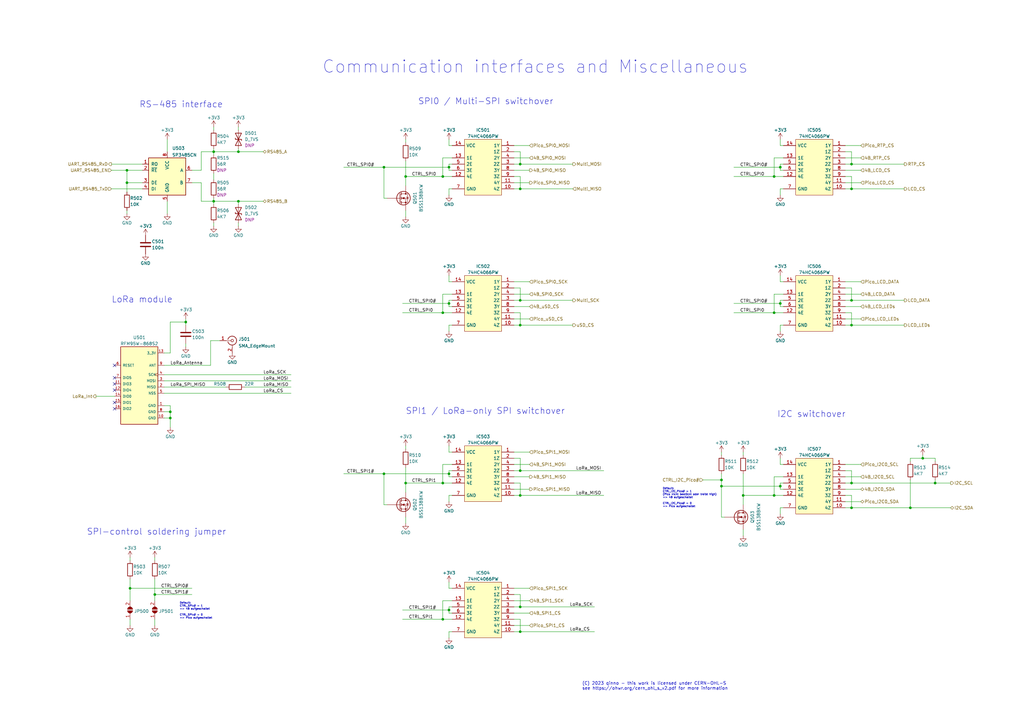
<source format=kicad_sch>
(kicad_sch (version 20211123) (generator eeschema)

  (uuid 35037677-867b-46b1-8787-217a7d746ebb)

  (paper "A3")

  (title_block
    (title "qEdge-UI")
    (date "06.02.2023")
    (rev "V1.0.0")
    (company "(C) 2023 qinno")
    (comment 1 "CYA")
    (comment 2 "17.02.2023")
    (comment 3 "MSC")
    (comment 4 "17.02.2023")
    (comment 5 "RWO")
    (comment 6 "-")
    (comment 7 "V1.0.0")
  )

  (lib_symbols
    (symbol "BSS138BKW_1" (pin_numbers hide) (pin_names hide) (in_bom yes) (on_board yes)
      (property "Reference" "Q" (id 0) (at 2.54 1.905 0)
        (effects (font (size 1.27 1.27)) (justify left))
      )
      (property "Value" "BSS138BKW_1" (id 1) (at 2.54 0 0)
        (effects (font (size 1.27 1.27)) (justify left))
      )
      (property "Footprint" "Package_TO_SOT_SMD:SOT-323_SC-70" (id 2) (at 2.54 -1.905 0)
        (effects (font (size 1.27 1.27) italic) (justify left) hide)
      )
      (property "Datasheet" "~" (id 3) (at 3.175 -3.81 0)
        (effects (font (size 1.27 1.27)) (justify left) hide)
      )
      (property "Manufacturer_Name" "Nexperia" (id 4) (at 6.985 -5.715 0)
        (effects (font (size 1.27 1.27)) hide)
      )
      (property "Manufacturer_Part_Number" "BSS138BKW,115" (id 5) (at 10.795 -8.255 0)
        (effects (font (size 1.27 1.27)) hide)
      )
      (property "ki_keywords" "N-Channel MOSFET" (id 6) (at 0 0 0)
        (effects (font (size 1.27 1.27)) hide)
      )
      (property "ki_description" "N-Channel MOSFET" (id 7) (at 0 0 0)
        (effects (font (size 1.27 1.27)) hide)
      )
      (symbol "BSS138BKW_1_0_1"
        (circle (center -0.889 0) (radius 2.794)
          (stroke (width 0.254) (type default) (color 0 0 0 0))
          (fill (type none))
        )
        (circle (center 0 -1.778) (radius 0.254)
          (stroke (width 0) (type default) (color 0 0 0 0))
          (fill (type outline))
        )
        (polyline
          (pts
            (xy -2.286 0)
            (xy -5.08 0)
          )
          (stroke (width 0) (type default) (color 0 0 0 0))
          (fill (type none))
        )
        (polyline
          (pts
            (xy -2.286 1.905)
            (xy -2.286 -1.905)
          )
          (stroke (width 0.254) (type default) (color 0 0 0 0))
          (fill (type none))
        )
        (polyline
          (pts
            (xy -1.778 -1.27)
            (xy -1.778 -2.286)
          )
          (stroke (width 0.254) (type default) (color 0 0 0 0))
          (fill (type none))
        )
        (polyline
          (pts
            (xy -1.778 0.508)
            (xy -1.778 -0.508)
          )
          (stroke (width 0.254) (type default) (color 0 0 0 0))
          (fill (type none))
        )
        (polyline
          (pts
            (xy -1.778 2.286)
            (xy -1.778 1.27)
          )
          (stroke (width 0.254) (type default) (color 0 0 0 0))
          (fill (type none))
        )
        (polyline
          (pts
            (xy 0 2.54)
            (xy 0 1.778)
          )
          (stroke (width 0) (type default) (color 0 0 0 0))
          (fill (type none))
        )
        (polyline
          (pts
            (xy 0 -2.54)
            (xy 0 0)
            (xy -1.778 0)
          )
          (stroke (width 0) (type default) (color 0 0 0 0))
          (fill (type none))
        )
        (polyline
          (pts
            (xy -1.778 -1.778)
            (xy 0.762 -1.778)
            (xy 0.762 1.778)
            (xy -1.778 1.778)
          )
          (stroke (width 0) (type default) (color 0 0 0 0))
          (fill (type none))
        )
        (polyline
          (pts
            (xy -1.524 0)
            (xy -0.508 0.381)
            (xy -0.508 -0.381)
            (xy -1.524 0)
          )
          (stroke (width 0) (type default) (color 0 0 0 0))
          (fill (type outline))
        )
        (polyline
          (pts
            (xy 0.254 0.508)
            (xy 0.381 0.381)
            (xy 1.143 0.381)
            (xy 1.27 0.254)
          )
          (stroke (width 0) (type default) (color 0 0 0 0))
          (fill (type none))
        )
        (polyline
          (pts
            (xy 0.762 0.381)
            (xy 0.381 -0.254)
            (xy 1.143 -0.254)
            (xy 0.762 0.381)
          )
          (stroke (width 0) (type default) (color 0 0 0 0))
          (fill (type none))
        )
        (circle (center 0 1.778) (radius 0.254)
          (stroke (width 0) (type default) (color 0 0 0 0))
          (fill (type outline))
        )
      )
      (symbol "BSS138BKW_1_1_1"
        (pin input line (at -7.62 0 0) (length 2.54)
          (name "G" (effects (font (size 1.27 1.27))))
          (number "1" (effects (font (size 1.27 1.27))))
        )
        (pin passive line (at 0 -5.08 90) (length 2.54)
          (name "S" (effects (font (size 1.27 1.27))))
          (number "2" (effects (font (size 1.27 1.27))))
        )
        (pin passive line (at 0 5.08 270) (length 2.54)
          (name "D" (effects (font (size 1.27 1.27))))
          (number "3" (effects (font (size 1.27 1.27))))
        )
      )
    )
    (symbol "BSS138BKW_2" (pin_numbers hide) (pin_names hide) (in_bom yes) (on_board yes)
      (property "Reference" "Q" (id 0) (at 2.54 1.905 0)
        (effects (font (size 1.27 1.27)) (justify left))
      )
      (property "Value" "BSS138BKW_2" (id 1) (at 2.54 0 0)
        (effects (font (size 1.27 1.27)) (justify left))
      )
      (property "Footprint" "Package_TO_SOT_SMD:SOT-323_SC-70" (id 2) (at 2.54 -1.905 0)
        (effects (font (size 1.27 1.27) italic) (justify left) hide)
      )
      (property "Datasheet" "~" (id 3) (at 3.175 -3.81 0)
        (effects (font (size 1.27 1.27)) (justify left) hide)
      )
      (property "Manufacturer_Name" "Nexperia" (id 4) (at 6.985 -5.715 0)
        (effects (font (size 1.27 1.27)) hide)
      )
      (property "Manufacturer_Part_Number" "BSS138BKW,115" (id 5) (at 10.795 -8.255 0)
        (effects (font (size 1.27 1.27)) hide)
      )
      (property "ki_keywords" "N-Channel MOSFET" (id 6) (at 0 0 0)
        (effects (font (size 1.27 1.27)) hide)
      )
      (property "ki_description" "N-Channel MOSFET" (id 7) (at 0 0 0)
        (effects (font (size 1.27 1.27)) hide)
      )
      (symbol "BSS138BKW_2_0_1"
        (circle (center -0.889 0) (radius 2.794)
          (stroke (width 0.254) (type default) (color 0 0 0 0))
          (fill (type none))
        )
        (circle (center 0 -1.778) (radius 0.254)
          (stroke (width 0) (type default) (color 0 0 0 0))
          (fill (type outline))
        )
        (polyline
          (pts
            (xy -2.286 0)
            (xy -5.08 0)
          )
          (stroke (width 0) (type default) (color 0 0 0 0))
          (fill (type none))
        )
        (polyline
          (pts
            (xy -2.286 1.905)
            (xy -2.286 -1.905)
          )
          (stroke (width 0.254) (type default) (color 0 0 0 0))
          (fill (type none))
        )
        (polyline
          (pts
            (xy -1.778 -1.27)
            (xy -1.778 -2.286)
          )
          (stroke (width 0.254) (type default) (color 0 0 0 0))
          (fill (type none))
        )
        (polyline
          (pts
            (xy -1.778 0.508)
            (xy -1.778 -0.508)
          )
          (stroke (width 0.254) (type default) (color 0 0 0 0))
          (fill (type none))
        )
        (polyline
          (pts
            (xy -1.778 2.286)
            (xy -1.778 1.27)
          )
          (stroke (width 0.254) (type default) (color 0 0 0 0))
          (fill (type none))
        )
        (polyline
          (pts
            (xy 0 2.54)
            (xy 0 1.778)
          )
          (stroke (width 0) (type default) (color 0 0 0 0))
          (fill (type none))
        )
        (polyline
          (pts
            (xy 0 -2.54)
            (xy 0 0)
            (xy -1.778 0)
          )
          (stroke (width 0) (type default) (color 0 0 0 0))
          (fill (type none))
        )
        (polyline
          (pts
            (xy -1.778 -1.778)
            (xy 0.762 -1.778)
            (xy 0.762 1.778)
            (xy -1.778 1.778)
          )
          (stroke (width 0) (type default) (color 0 0 0 0))
          (fill (type none))
        )
        (polyline
          (pts
            (xy -1.524 0)
            (xy -0.508 0.381)
            (xy -0.508 -0.381)
            (xy -1.524 0)
          )
          (stroke (width 0) (type default) (color 0 0 0 0))
          (fill (type outline))
        )
        (polyline
          (pts
            (xy 0.254 0.508)
            (xy 0.381 0.381)
            (xy 1.143 0.381)
            (xy 1.27 0.254)
          )
          (stroke (width 0) (type default) (color 0 0 0 0))
          (fill (type none))
        )
        (polyline
          (pts
            (xy 0.762 0.381)
            (xy 0.381 -0.254)
            (xy 1.143 -0.254)
            (xy 0.762 0.381)
          )
          (stroke (width 0) (type default) (color 0 0 0 0))
          (fill (type none))
        )
        (circle (center 0 1.778) (radius 0.254)
          (stroke (width 0) (type default) (color 0 0 0 0))
          (fill (type outline))
        )
      )
      (symbol "BSS138BKW_2_1_1"
        (pin input line (at -7.62 0 0) (length 2.54)
          (name "G" (effects (font (size 1.27 1.27))))
          (number "1" (effects (font (size 1.27 1.27))))
        )
        (pin passive line (at 0 -5.08 90) (length 2.54)
          (name "S" (effects (font (size 1.27 1.27))))
          (number "2" (effects (font (size 1.27 1.27))))
        )
        (pin passive line (at 0 5.08 270) (length 2.54)
          (name "D" (effects (font (size 1.27 1.27))))
          (number "3" (effects (font (size 1.27 1.27))))
        )
      )
    )
    (symbol "Device:C" (pin_numbers hide) (pin_names (offset 0.254)) (in_bom yes) (on_board yes)
      (property "Reference" "C" (id 0) (at 0.635 2.54 0)
        (effects (font (size 1.27 1.27)) (justify left))
      )
      (property "Value" "C" (id 1) (at 0.635 -2.54 0)
        (effects (font (size 1.27 1.27)) (justify left))
      )
      (property "Footprint" "" (id 2) (at 0.9652 -3.81 0)
        (effects (font (size 1.27 1.27)) hide)
      )
      (property "Datasheet" "~" (id 3) (at 0 0 0)
        (effects (font (size 1.27 1.27)) hide)
      )
      (property "ki_keywords" "cap capacitor" (id 4) (at 0 0 0)
        (effects (font (size 1.27 1.27)) hide)
      )
      (property "ki_description" "Unpolarized capacitor" (id 5) (at 0 0 0)
        (effects (font (size 1.27 1.27)) hide)
      )
      (property "ki_fp_filters" "C_*" (id 6) (at 0 0 0)
        (effects (font (size 1.27 1.27)) hide)
      )
      (symbol "C_0_1"
        (polyline
          (pts
            (xy -2.032 -0.762)
            (xy 2.032 -0.762)
          )
          (stroke (width 0.508) (type default) (color 0 0 0 0))
          (fill (type none))
        )
        (polyline
          (pts
            (xy -2.032 0.762)
            (xy 2.032 0.762)
          )
          (stroke (width 0.508) (type default) (color 0 0 0 0))
          (fill (type none))
        )
      )
      (symbol "C_1_1"
        (pin passive line (at 0 3.81 270) (length 2.794)
          (name "~" (effects (font (size 1.27 1.27))))
          (number "1" (effects (font (size 1.27 1.27))))
        )
        (pin passive line (at 0 -3.81 90) (length 2.794)
          (name "~" (effects (font (size 1.27 1.27))))
          (number "2" (effects (font (size 1.27 1.27))))
        )
      )
    )
    (symbol "Device:D_TVS" (pin_numbers hide) (pin_names (offset 1.016) hide) (in_bom yes) (on_board yes)
      (property "Reference" "D" (id 0) (at 0 2.54 0)
        (effects (font (size 1.27 1.27)))
      )
      (property "Value" "D_TVS" (id 1) (at 0 -2.54 0)
        (effects (font (size 1.27 1.27)))
      )
      (property "Footprint" "" (id 2) (at 0 0 0)
        (effects (font (size 1.27 1.27)) hide)
      )
      (property "Datasheet" "~" (id 3) (at 0 0 0)
        (effects (font (size 1.27 1.27)) hide)
      )
      (property "ki_keywords" "diode TVS thyrector" (id 4) (at 0 0 0)
        (effects (font (size 1.27 1.27)) hide)
      )
      (property "ki_description" "Bidirectional transient-voltage-suppression diode" (id 5) (at 0 0 0)
        (effects (font (size 1.27 1.27)) hide)
      )
      (property "ki_fp_filters" "TO-???* *_Diode_* *SingleDiode* D_*" (id 6) (at 0 0 0)
        (effects (font (size 1.27 1.27)) hide)
      )
      (symbol "D_TVS_0_1"
        (polyline
          (pts
            (xy 1.27 0)
            (xy -1.27 0)
          )
          (stroke (width 0) (type default) (color 0 0 0 0))
          (fill (type none))
        )
        (polyline
          (pts
            (xy 0.508 1.27)
            (xy 0 1.27)
            (xy 0 -1.27)
            (xy -0.508 -1.27)
          )
          (stroke (width 0.254) (type default) (color 0 0 0 0))
          (fill (type none))
        )
        (polyline
          (pts
            (xy -2.54 1.27)
            (xy -2.54 -1.27)
            (xy 2.54 1.27)
            (xy 2.54 -1.27)
            (xy -2.54 1.27)
          )
          (stroke (width 0.254) (type default) (color 0 0 0 0))
          (fill (type none))
        )
      )
      (symbol "D_TVS_1_1"
        (pin passive line (at -3.81 0 0) (length 2.54)
          (name "A1" (effects (font (size 1.27 1.27))))
          (number "1" (effects (font (size 1.27 1.27))))
        )
        (pin passive line (at 3.81 0 180) (length 2.54)
          (name "A2" (effects (font (size 1.27 1.27))))
          (number "2" (effects (font (size 1.27 1.27))))
        )
      )
    )
    (symbol "Device:R" (pin_numbers hide) (pin_names (offset 0)) (in_bom yes) (on_board yes)
      (property "Reference" "R" (id 0) (at 2.032 0 90)
        (effects (font (size 1.27 1.27)))
      )
      (property "Value" "R" (id 1) (at 0 0 90)
        (effects (font (size 1.27 1.27)))
      )
      (property "Footprint" "" (id 2) (at -1.778 0 90)
        (effects (font (size 1.27 1.27)) hide)
      )
      (property "Datasheet" "~" (id 3) (at 0 0 0)
        (effects (font (size 1.27 1.27)) hide)
      )
      (property "ki_keywords" "R res resistor" (id 4) (at 0 0 0)
        (effects (font (size 1.27 1.27)) hide)
      )
      (property "ki_description" "Resistor" (id 5) (at 0 0 0)
        (effects (font (size 1.27 1.27)) hide)
      )
      (property "ki_fp_filters" "R_*" (id 6) (at 0 0 0)
        (effects (font (size 1.27 1.27)) hide)
      )
      (symbol "R_0_1"
        (rectangle (start -1.016 -2.54) (end 1.016 2.54)
          (stroke (width 0.254) (type default) (color 0 0 0 0))
          (fill (type none))
        )
      )
      (symbol "R_1_1"
        (pin passive line (at 0 3.81 270) (length 1.27)
          (name "~" (effects (font (size 1.27 1.27))))
          (number "1" (effects (font (size 1.27 1.27))))
        )
        (pin passive line (at 0 -3.81 90) (length 1.27)
          (name "~" (effects (font (size 1.27 1.27))))
          (number "2" (effects (font (size 1.27 1.27))))
        )
      )
    )
    (symbol "Interface_UART:SP3485CN" (pin_names (offset 1.016)) (in_bom yes) (on_board yes)
      (property "Reference" "U" (id 0) (at -7.62 8.89 0)
        (effects (font (size 1.27 1.27)) (justify left))
      )
      (property "Value" "SP3485CN" (id 1) (at 2.54 8.89 0)
        (effects (font (size 1.27 1.27)) (justify left))
      )
      (property "Footprint" "Package_SO:SOIC-8_3.9x4.9mm_P1.27mm" (id 2) (at 26.67 -8.89 0)
        (effects (font (size 1.27 1.27) italic) hide)
      )
      (property "Datasheet" "http://www.icbase.com/pdf/SPX/SPX00480106.pdf" (id 3) (at 0 0 0)
        (effects (font (size 1.27 1.27)) hide)
      )
      (property "ki_keywords" "Low Power Half-Duplex RS-485 Transceiver 10Mbps" (id 4) (at 0 0 0)
        (effects (font (size 1.27 1.27)) hide)
      )
      (property "ki_description" "3.3V Low Power Half-Duplex RS-485 Transceiver 10Mbps, SOIC-8" (id 5) (at 0 0 0)
        (effects (font (size 1.27 1.27)) hide)
      )
      (property "ki_fp_filters" "SOIC*3.9x4.9mm*P1.27mm*" (id 6) (at 0 0 0)
        (effects (font (size 1.27 1.27)) hide)
      )
      (symbol "SP3485CN_0_1"
        (rectangle (start -7.62 7.62) (end 7.62 -7.62)
          (stroke (width 0.254) (type default) (color 0 0 0 0))
          (fill (type background))
        )
      )
      (symbol "SP3485CN_1_1"
        (pin output line (at -10.16 5.08 0) (length 2.54)
          (name "RO" (effects (font (size 1.27 1.27))))
          (number "1" (effects (font (size 1.27 1.27))))
        )
        (pin input line (at -10.16 2.54 0) (length 2.54)
          (name "~{RE}" (effects (font (size 1.27 1.27))))
          (number "2" (effects (font (size 1.27 1.27))))
        )
        (pin input line (at -10.16 -2.54 0) (length 2.54)
          (name "DE" (effects (font (size 1.27 1.27))))
          (number "3" (effects (font (size 1.27 1.27))))
        )
        (pin input line (at -10.16 -5.08 0) (length 2.54)
          (name "DI" (effects (font (size 1.27 1.27))))
          (number "4" (effects (font (size 1.27 1.27))))
        )
        (pin power_in line (at 0 -10.16 90) (length 2.54)
          (name "GND" (effects (font (size 1.27 1.27))))
          (number "5" (effects (font (size 1.27 1.27))))
        )
        (pin bidirectional line (at 10.16 2.54 180) (length 2.54)
          (name "A" (effects (font (size 1.27 1.27))))
          (number "6" (effects (font (size 1.27 1.27))))
        )
        (pin bidirectional line (at 10.16 -2.54 180) (length 2.54)
          (name "B" (effects (font (size 1.27 1.27))))
          (number "7" (effects (font (size 1.27 1.27))))
        )
        (pin power_in line (at 0 10.16 270) (length 2.54)
          (name "VCC" (effects (font (size 1.27 1.27))))
          (number "8" (effects (font (size 1.27 1.27))))
        )
      )
    )
    (symbol "Jumper:SolderJumper_2_Open" (pin_names (offset 0) hide) (in_bom yes) (on_board yes)
      (property "Reference" "JP" (id 0) (at 0 2.032 0)
        (effects (font (size 1.27 1.27)))
      )
      (property "Value" "SolderJumper_2_Open" (id 1) (at 0 -2.54 0)
        (effects (font (size 1.27 1.27)))
      )
      (property "Footprint" "" (id 2) (at 0 0 0)
        (effects (font (size 1.27 1.27)) hide)
      )
      (property "Datasheet" "~" (id 3) (at 0 0 0)
        (effects (font (size 1.27 1.27)) hide)
      )
      (property "ki_keywords" "solder jumper SPST" (id 4) (at 0 0 0)
        (effects (font (size 1.27 1.27)) hide)
      )
      (property "ki_description" "Solder Jumper, 2-pole, open" (id 5) (at 0 0 0)
        (effects (font (size 1.27 1.27)) hide)
      )
      (property "ki_fp_filters" "SolderJumper*Open*" (id 6) (at 0 0 0)
        (effects (font (size 1.27 1.27)) hide)
      )
      (symbol "SolderJumper_2_Open_0_1"
        (arc (start -0.254 1.016) (mid -1.27 0) (end -0.254 -1.016)
          (stroke (width 0) (type default) (color 0 0 0 0))
          (fill (type none))
        )
        (arc (start -0.254 1.016) (mid -1.27 0) (end -0.254 -1.016)
          (stroke (width 0) (type default) (color 0 0 0 0))
          (fill (type outline))
        )
        (polyline
          (pts
            (xy -0.254 1.016)
            (xy -0.254 -1.016)
          )
          (stroke (width 0) (type default) (color 0 0 0 0))
          (fill (type none))
        )
        (polyline
          (pts
            (xy 0.254 1.016)
            (xy 0.254 -1.016)
          )
          (stroke (width 0) (type default) (color 0 0 0 0))
          (fill (type none))
        )
        (arc (start 0.254 -1.016) (mid 1.27 0) (end 0.254 1.016)
          (stroke (width 0) (type default) (color 0 0 0 0))
          (fill (type none))
        )
        (arc (start 0.254 -1.016) (mid 1.27 0) (end 0.254 1.016)
          (stroke (width 0) (type default) (color 0 0 0 0))
          (fill (type outline))
        )
      )
      (symbol "SolderJumper_2_Open_1_1"
        (pin passive line (at -3.81 0 0) (length 2.54)
          (name "A" (effects (font (size 1.27 1.27))))
          (number "1" (effects (font (size 1.27 1.27))))
        )
        (pin passive line (at 3.81 0 180) (length 2.54)
          (name "B" (effects (font (size 1.27 1.27))))
          (number "2" (effects (font (size 1.27 1.27))))
        )
      )
    )
    (symbol "power:+3V3" (power) (pin_names (offset 0)) (in_bom yes) (on_board yes)
      (property "Reference" "#PWR" (id 0) (at 0 -3.81 0)
        (effects (font (size 1.27 1.27)) hide)
      )
      (property "Value" "+3V3" (id 1) (at 0 3.556 0)
        (effects (font (size 1.27 1.27)))
      )
      (property "Footprint" "" (id 2) (at 0 0 0)
        (effects (font (size 1.27 1.27)) hide)
      )
      (property "Datasheet" "" (id 3) (at 0 0 0)
        (effects (font (size 1.27 1.27)) hide)
      )
      (property "ki_keywords" "power-flag" (id 4) (at 0 0 0)
        (effects (font (size 1.27 1.27)) hide)
      )
      (property "ki_description" "Power symbol creates a global label with name \"+3V3\"" (id 5) (at 0 0 0)
        (effects (font (size 1.27 1.27)) hide)
      )
      (symbol "+3V3_0_1"
        (polyline
          (pts
            (xy -0.762 1.27)
            (xy 0 2.54)
          )
          (stroke (width 0) (type default) (color 0 0 0 0))
          (fill (type none))
        )
        (polyline
          (pts
            (xy 0 0)
            (xy 0 2.54)
          )
          (stroke (width 0) (type default) (color 0 0 0 0))
          (fill (type none))
        )
        (polyline
          (pts
            (xy 0 2.54)
            (xy 0.762 1.27)
          )
          (stroke (width 0) (type default) (color 0 0 0 0))
          (fill (type none))
        )
      )
      (symbol "+3V3_1_1"
        (pin power_in line (at 0 0 90) (length 0) hide
          (name "+3V3" (effects (font (size 1.27 1.27))))
          (number "1" (effects (font (size 1.27 1.27))))
        )
      )
    )
    (symbol "power:GND" (power) (pin_names (offset 0)) (in_bom yes) (on_board yes)
      (property "Reference" "#PWR" (id 0) (at 0 -6.35 0)
        (effects (font (size 1.27 1.27)) hide)
      )
      (property "Value" "GND" (id 1) (at 0 -3.81 0)
        (effects (font (size 1.27 1.27)))
      )
      (property "Footprint" "" (id 2) (at 0 0 0)
        (effects (font (size 1.27 1.27)) hide)
      )
      (property "Datasheet" "" (id 3) (at 0 0 0)
        (effects (font (size 1.27 1.27)) hide)
      )
      (property "ki_keywords" "power-flag" (id 4) (at 0 0 0)
        (effects (font (size 1.27 1.27)) hide)
      )
      (property "ki_description" "Power symbol creates a global label with name \"GND\" , ground" (id 5) (at 0 0 0)
        (effects (font (size 1.27 1.27)) hide)
      )
      (symbol "GND_0_1"
        (polyline
          (pts
            (xy 0 0)
            (xy 0 -1.27)
            (xy 1.27 -1.27)
            (xy 0 -2.54)
            (xy -1.27 -1.27)
            (xy 0 -1.27)
          )
          (stroke (width 0) (type default) (color 0 0 0 0))
          (fill (type none))
        )
      )
      (symbol "GND_1_1"
        (pin power_in line (at 0 0 270) (length 0) hide
          (name "GND" (effects (font (size 1.27 1.27))))
          (number "1" (effects (font (size 1.27 1.27))))
        )
      )
    )
    (symbol "qEdge-UI:74HC4066PW" (pin_names (offset 0.762)) (in_bom yes) (on_board yes)
      (property "Reference" "IC" (id 0) (at 21.59 7.62 0)
        (effects (font (size 1.27 1.27)) (justify left))
      )
      (property "Value" "74HC4066PW" (id 1) (at 21.59 5.08 0)
        (effects (font (size 1.27 1.27)) (justify left))
      )
      (property "Footprint" "qEdge-UI:SOP65P640X110-14N" (id 2) (at 21.59 2.54 0)
        (effects (font (size 1.27 1.27)) (justify left) hide)
      )
      (property "Datasheet" "~" (id 3) (at 21.59 0 0)
        (effects (font (size 1.27 1.27)) (justify left) hide)
      )
      (property "Manufacturer_Name" "Nexperia" (id 4) (at 21.59 -2.54 0)
        (effects (font (size 1.27 1.27)) (justify left) hide)
      )
      (property "Manufacturer_Part_Number" "74HC4066PW,118" (id 5) (at 21.59 -5.715 0)
        (effects (font (size 1.27 1.27)) (justify left) hide)
      )
      (property "ki_description" "74HC4066 - Quad single-pole single-throw analog switch" (id 6) (at 0 0 0)
        (effects (font (size 1.27 1.27)) hide)
      )
      (symbol "74HC4066PW_0_0"
        (pin passive line (at 25.4 0 180) (length 5.08)
          (name "1Y" (effects (font (size 1.27 1.27))))
          (number "1" (effects (font (size 1.27 1.27))))
        )
        (pin passive line (at 25.4 -17.78 180) (length 5.08)
          (name "4Z" (effects (font (size 1.27 1.27))))
          (number "10" (effects (font (size 1.27 1.27))))
        )
        (pin passive line (at 25.4 -15.24 180) (length 5.08)
          (name "4Y" (effects (font (size 1.27 1.27))))
          (number "11" (effects (font (size 1.27 1.27))))
        )
        (pin passive line (at 0 -12.7 0) (length 5.08)
          (name "4E" (effects (font (size 1.27 1.27))))
          (number "12" (effects (font (size 1.27 1.27))))
        )
        (pin passive line (at 0 -5.08 0) (length 5.08)
          (name "1E" (effects (font (size 1.27 1.27))))
          (number "13" (effects (font (size 1.27 1.27))))
        )
        (pin passive line (at 0 0 0) (length 5.08)
          (name "VCC" (effects (font (size 1.27 1.27))))
          (number "14" (effects (font (size 1.27 1.27))))
        )
        (pin passive line (at 25.4 -2.54 180) (length 5.08)
          (name "1Z" (effects (font (size 1.27 1.27))))
          (number "2" (effects (font (size 1.27 1.27))))
        )
        (pin passive line (at 25.4 -7.62 180) (length 5.08)
          (name "2Z" (effects (font (size 1.27 1.27))))
          (number "3" (effects (font (size 1.27 1.27))))
        )
        (pin passive line (at 25.4 -5.08 180) (length 5.08)
          (name "2Y" (effects (font (size 1.27 1.27))))
          (number "4" (effects (font (size 1.27 1.27))))
        )
        (pin passive line (at 0 -7.62 0) (length 5.08)
          (name "2E" (effects (font (size 1.27 1.27))))
          (number "5" (effects (font (size 1.27 1.27))))
        )
        (pin passive line (at 0 -10.16 0) (length 5.08)
          (name "3E" (effects (font (size 1.27 1.27))))
          (number "6" (effects (font (size 1.27 1.27))))
        )
        (pin passive line (at 0 -17.78 0) (length 5.08)
          (name "GND" (effects (font (size 1.27 1.27))))
          (number "7" (effects (font (size 1.27 1.27))))
        )
        (pin passive line (at 25.4 -10.16 180) (length 5.08)
          (name "3Y" (effects (font (size 1.27 1.27))))
          (number "8" (effects (font (size 1.27 1.27))))
        )
        (pin passive line (at 25.4 -12.7 180) (length 5.08)
          (name "3Z" (effects (font (size 1.27 1.27))))
          (number "9" (effects (font (size 1.27 1.27))))
        )
      )
      (symbol "74HC4066PW_0_1"
        (polyline
          (pts
            (xy 5.08 2.54)
            (xy 20.32 2.54)
            (xy 20.32 -20.32)
            (xy 5.08 -20.32)
            (xy 5.08 2.54)
          )
          (stroke (width 0.1524) (type default) (color 0 0 0 0))
          (fill (type background))
        )
      )
    )
    (symbol "qEdge-UI:BSS138BKW" (pin_numbers hide) (pin_names hide) (in_bom yes) (on_board yes)
      (property "Reference" "Q" (id 0) (at 2.54 1.905 0)
        (effects (font (size 1.27 1.27)) (justify left))
      )
      (property "Value" "BSS138BKW" (id 1) (at 2.54 0 0)
        (effects (font (size 1.27 1.27)) (justify left))
      )
      (property "Footprint" "Package_TO_SOT_SMD:SOT-323_SC-70" (id 2) (at 2.54 -1.905 0)
        (effects (font (size 1.27 1.27) italic) (justify left) hide)
      )
      (property "Datasheet" "~" (id 3) (at 3.175 -3.81 0)
        (effects (font (size 1.27 1.27)) (justify left) hide)
      )
      (property "Manufacturer_Name" "Nexperia" (id 4) (at 6.985 -5.715 0)
        (effects (font (size 1.27 1.27)) hide)
      )
      (property "Manufacturer_Part_Number" "BSS138BKW,115" (id 5) (at 10.795 -8.255 0)
        (effects (font (size 1.27 1.27)) hide)
      )
      (property "ki_keywords" "N-Channel MOSFET" (id 6) (at 0 0 0)
        (effects (font (size 1.27 1.27)) hide)
      )
      (property "ki_description" "N-Channel MOSFET" (id 7) (at 0 0 0)
        (effects (font (size 1.27 1.27)) hide)
      )
      (symbol "BSS138BKW_0_1"
        (circle (center -0.889 0) (radius 2.794)
          (stroke (width 0.254) (type default) (color 0 0 0 0))
          (fill (type none))
        )
        (circle (center 0 -1.778) (radius 0.254)
          (stroke (width 0) (type default) (color 0 0 0 0))
          (fill (type outline))
        )
        (polyline
          (pts
            (xy -2.286 0)
            (xy -5.08 0)
          )
          (stroke (width 0) (type default) (color 0 0 0 0))
          (fill (type none))
        )
        (polyline
          (pts
            (xy -2.286 1.905)
            (xy -2.286 -1.905)
          )
          (stroke (width 0.254) (type default) (color 0 0 0 0))
          (fill (type none))
        )
        (polyline
          (pts
            (xy -1.778 -1.27)
            (xy -1.778 -2.286)
          )
          (stroke (width 0.254) (type default) (color 0 0 0 0))
          (fill (type none))
        )
        (polyline
          (pts
            (xy -1.778 0.508)
            (xy -1.778 -0.508)
          )
          (stroke (width 0.254) (type default) (color 0 0 0 0))
          (fill (type none))
        )
        (polyline
          (pts
            (xy -1.778 2.286)
            (xy -1.778 1.27)
          )
          (stroke (width 0.254) (type default) (color 0 0 0 0))
          (fill (type none))
        )
        (polyline
          (pts
            (xy 0 2.54)
            (xy 0 1.778)
          )
          (stroke (width 0) (type default) (color 0 0 0 0))
          (fill (type none))
        )
        (polyline
          (pts
            (xy 0 -2.54)
            (xy 0 0)
            (xy -1.778 0)
          )
          (stroke (width 0) (type default) (color 0 0 0 0))
          (fill (type none))
        )
        (polyline
          (pts
            (xy -1.778 -1.778)
            (xy 0.762 -1.778)
            (xy 0.762 1.778)
            (xy -1.778 1.778)
          )
          (stroke (width 0) (type default) (color 0 0 0 0))
          (fill (type none))
        )
        (polyline
          (pts
            (xy -1.524 0)
            (xy -0.508 0.381)
            (xy -0.508 -0.381)
            (xy -1.524 0)
          )
          (stroke (width 0) (type default) (color 0 0 0 0))
          (fill (type outline))
        )
        (polyline
          (pts
            (xy 0.254 0.508)
            (xy 0.381 0.381)
            (xy 1.143 0.381)
            (xy 1.27 0.254)
          )
          (stroke (width 0) (type default) (color 0 0 0 0))
          (fill (type none))
        )
        (polyline
          (pts
            (xy 0.762 0.381)
            (xy 0.381 -0.254)
            (xy 1.143 -0.254)
            (xy 0.762 0.381)
          )
          (stroke (width 0) (type default) (color 0 0 0 0))
          (fill (type none))
        )
        (circle (center 0 1.778) (radius 0.254)
          (stroke (width 0) (type default) (color 0 0 0 0))
          (fill (type outline))
        )
      )
      (symbol "BSS138BKW_1_1"
        (pin input line (at -7.62 0 0) (length 2.54)
          (name "G" (effects (font (size 1.27 1.27))))
          (number "1" (effects (font (size 1.27 1.27))))
        )
        (pin passive line (at 0 -5.08 90) (length 2.54)
          (name "S" (effects (font (size 1.27 1.27))))
          (number "2" (effects (font (size 1.27 1.27))))
        )
        (pin passive line (at 0 5.08 270) (length 2.54)
          (name "D" (effects (font (size 1.27 1.27))))
          (number "3" (effects (font (size 1.27 1.27))))
        )
      )
    )
    (symbol "qEdge-UI:RFM95W-868S2" (pin_names (offset 0.762)) (in_bom yes) (on_board yes)
      (property "Reference" "IC" (id 0) (at -7.62 19.05 0)
        (effects (font (size 1.27 1.27)) (justify left))
      )
      (property "Value" "RFM95W-868S2" (id 1) (at -7.62 16.51 0)
        (effects (font (size 1.27 1.27)) (justify left))
      )
      (property "Footprint" "RF_Module:HOPERF_RFM9XW_SMD" (id 2) (at -7.62 13.97 0)
        (effects (font (size 1.27 1.27)) (justify left) hide)
      )
      (property "Datasheet" "~" (id 3) (at -7.62 11.43 0)
        (effects (font (size 1.27 1.27)) (justify left) hide)
      )
      (property "Manufacturer_Name" "HopeRF" (id 4) (at -7.62 8.89 0)
        (effects (font (size 1.27 1.27)) (justify left) hide)
      )
      (property "Manufacturer_Part_Number" "RFM95W-868S2" (id 5) (at -7.62 5.715 0)
        (effects (font (size 1.27 1.27)) (justify left) hide)
      )
      (property "ki_description" "RF module, LoRa" (id 6) (at 0 0 0)
        (effects (font (size 1.27 1.27)) hide)
      )
      (symbol "RFM95W-868S2_0_0"
        (rectangle (start -7.62 15.24) (end 7.62 -16.51)
          (stroke (width 0.254) (type default) (color 0 0 0 0))
          (fill (type background))
        )
        (pin power_in line (at 10.16 -8.89 180) (length 2.54)
          (name "GND" (effects (font (size 1.016 1.016))))
          (number "1" (effects (font (size 1.016 1.016))))
        )
        (pin power_in line (at 10.16 -13.97 180) (length 2.54)
          (name "GND" (effects (font (size 1.016 1.016))))
          (number "10" (effects (font (size 1.016 1.016))))
        )
        (pin bidirectional line (at -10.16 0 0) (length 2.54)
          (name "DIO3" (effects (font (size 1.016 1.016))))
          (number "11" (effects (font (size 1.016 1.016))))
        )
        (pin bidirectional line (at -10.16 -2.54 0) (length 2.54)
          (name "DIO4" (effects (font (size 1.016 1.016))))
          (number "12" (effects (font (size 1.016 1.016))))
        )
        (pin power_in line (at 10.16 12.7 180) (length 2.54)
          (name "3_3V" (effects (font (size 1.016 1.016))))
          (number "13" (effects (font (size 1.016 1.016))))
        )
        (pin bidirectional line (at -10.16 -5.08 0) (length 2.54)
          (name "DIO0" (effects (font (size 1.016 1.016))))
          (number "14" (effects (font (size 1.016 1.016))))
        )
        (pin bidirectional line (at -10.16 -7.62 0) (length 2.54)
          (name "DIO1" (effects (font (size 1.016 1.016))))
          (number "15" (effects (font (size 1.016 1.016))))
        )
        (pin bidirectional line (at -10.16 -10.16 0) (length 2.54)
          (name "DIO2" (effects (font (size 1.016 1.016))))
          (number "16" (effects (font (size 1.016 1.016))))
        )
        (pin input line (at 10.16 -1.27 180) (length 2.54)
          (name "MISO" (effects (font (size 1.016 1.016))))
          (number "2" (effects (font (size 1.016 1.016))))
        )
        (pin output line (at 10.16 1.27 180) (length 2.54)
          (name "MOSI" (effects (font (size 1.016 1.016))))
          (number "3" (effects (font (size 1.016 1.016))))
        )
        (pin input clock (at 10.16 3.81 180) (length 2.54)
          (name "SCK" (effects (font (size 1.016 1.016))))
          (number "4" (effects (font (size 1.016 1.016))))
        )
        (pin input line (at 10.16 -3.81 180) (length 2.54)
          (name "NSS" (effects (font (size 1.016 1.016))))
          (number "5" (effects (font (size 1.016 1.016))))
        )
        (pin bidirectional line (at -10.16 7.62 0) (length 2.54)
          (name "RESET" (effects (font (size 1.016 1.016))))
          (number "6" (effects (font (size 1.016 1.016))))
        )
        (pin bidirectional line (at -10.16 2.54 0) (length 2.54)
          (name "DIO5" (effects (font (size 1.016 1.016))))
          (number "7" (effects (font (size 1.016 1.016))))
        )
        (pin power_in line (at 10.16 -11.43 180) (length 2.54)
          (name "GND" (effects (font (size 1.016 1.016))))
          (number "8" (effects (font (size 1.016 1.016))))
        )
        (pin passive line (at 10.16 7.62 180) (length 2.54)
          (name "ANT" (effects (font (size 1.016 1.016))))
          (number "9" (effects (font (size 1.016 1.016))))
        )
      )
    )
    (symbol "qEdge-UI:SMA_EdgeMount" (pin_names (offset 1.016) hide) (in_bom yes) (on_board yes)
      (property "Reference" "J" (id 0) (at 0.254 3.048 0)
        (effects (font (size 1.27 1.27)))
      )
      (property "Value" "SMA_EdgeMount" (id 1) (at 2.921 0 90)
        (effects (font (size 1.27 1.27)))
      )
      (property "Footprint" "qEdge-UI:Samtec_SMA-J-P-X-ST-EM1_EdgeMount" (id 2) (at 0 0 0)
        (effects (font (size 1.27 1.27)) hide)
      )
      (property "Datasheet" " ~" (id 3) (at 0 0 0)
        (effects (font (size 1.27 1.27)) hide)
      )
      (property "Manufacturer_Name" "Samtec" (id 4) (at 0 0 0)
        (effects (font (size 1.27 1.27)) hide)
      )
      (property "Manufacturer_Part_Number" "SMA-J-P-H-ST-EM1" (id 5) (at 0 0 0)
        (effects (font (size 1.27 1.27)) hide)
      )
      (property "ki_description" "Coaxial connector SMA, edge mount" (id 6) (at 0 0 0)
        (effects (font (size 1.27 1.27)) hide)
      )
      (symbol "SMA_EdgeMount_0_1"
        (arc (start -1.778 -0.508) (mid 0.222 -1.808) (end 1.778 0)
          (stroke (width 0.254) (type default) (color 0 0 0 0))
          (fill (type none))
        )
        (polyline
          (pts
            (xy -2.54 0)
            (xy -0.508 0)
          )
          (stroke (width 0) (type default) (color 0 0 0 0))
          (fill (type none))
        )
        (polyline
          (pts
            (xy 0 -2.54)
            (xy 0 -1.778)
          )
          (stroke (width 0) (type default) (color 0 0 0 0))
          (fill (type none))
        )
        (circle (center 0 0) (radius 0.508)
          (stroke (width 0.2032) (type default) (color 0 0 0 0))
          (fill (type none))
        )
        (arc (start 1.778 0) (mid 0.222 1.8083) (end -1.778 0.508)
          (stroke (width 0.254) (type default) (color 0 0 0 0))
          (fill (type none))
        )
      )
      (symbol "SMA_EdgeMount_1_1"
        (pin passive line (at -5.08 0 0) (length 2.54)
          (name "In" (effects (font (size 1.27 1.27))))
          (number "1" (effects (font (size 1.27 1.27))))
        )
        (pin passive line (at 0 -5.08 90) (length 2.54)
          (name "Ext" (effects (font (size 1.27 1.27))))
          (number "2" (effects (font (size 1.27 1.27))))
        )
      )
    )
  )

  (junction (at 213.36 133.35) (diameter 0) (color 0 0 0 0)
    (uuid 0314a74c-e672-4332-9fd3-9bae41966755)
  )
  (junction (at 349.25 198.12) (diameter 0) (color 0 0 0 0)
    (uuid 0399c00a-994e-49cc-a80f-3e797a0ed7fa)
  )
  (junction (at 53.34 241.3) (diameter 0) (color 0 0 0 0)
    (uuid 064ab666-8cab-4c44-ad5b-9f65a5867c0d)
  )
  (junction (at 181.61 198.12) (diameter 0) (color 0 0 0 0)
    (uuid 0e1f2130-7322-408e-8921-4f697056d594)
  )
  (junction (at 87.63 82.55) (diameter 0) (color 0 0 0 0)
    (uuid 0f28cffe-54fa-4b38-9672-b22ca155df9a)
  )
  (junction (at 317.5 203.2) (diameter 0) (color 0 0 0 0)
    (uuid 11aa57e0-3e68-4772-b24d-73f42abaf422)
  )
  (junction (at 213.36 203.2) (diameter 0) (color 0 0 0 0)
    (uuid 146b26c5-cdf5-4149-9250-aac29ecacd8b)
  )
  (junction (at 184.15 250.19) (diameter 0) (color 0 0 0 0)
    (uuid 1dea6f7f-ae25-4ccf-83be-c4df8bcd9aad)
  )
  (junction (at 349.25 123.19) (diameter 0) (color 0 0 0 0)
    (uuid 1edb0f9c-cfbd-4b8a-9d25-20425905b4e8)
  )
  (junction (at 320.04 124.46) (diameter 0) (color 0 0 0 0)
    (uuid 248dc94f-0788-41e2-9a0e-de6083c2cb1f)
  )
  (junction (at 76.2 132.08) (diameter 0) (color 0 0 0 0)
    (uuid 251af360-bbac-4f11-b646-928b95fd3ba2)
  )
  (junction (at 213.36 248.92) (diameter 0) (color 0 0 0 0)
    (uuid 2737e858-688d-4d51-96fd-45befec4c81b)
  )
  (junction (at 349.25 208.28) (diameter 0) (color 0 0 0 0)
    (uuid 292e5558-8d42-44c6-9186-da7cf0120f49)
  )
  (junction (at 349.25 133.35) (diameter 0) (color 0 0 0 0)
    (uuid 2a7d0547-396b-4e9b-863b-84ed8ad3b98a)
  )
  (junction (at 213.36 77.47) (diameter 0) (color 0 0 0 0)
    (uuid 2ae73257-11ea-40fe-abe3-e748092f4c4e)
  )
  (junction (at 304.8 203.2) (diameter 0) (color 0 0 0 0)
    (uuid 2cf132a6-d8df-46e3-8f15-ecdd689e40d1)
  )
  (junction (at 166.37 198.12) (diameter 0) (color 0 0 0 0)
    (uuid 2f93940b-4c1e-4d60-a9c7-829515ea9a3e)
  )
  (junction (at 213.36 123.19) (diameter 0) (color 0 0 0 0)
    (uuid 31ef5f94-c9f7-43f7-83a6-cbe942ed9f14)
  )
  (junction (at 373.38 208.28) (diameter 0) (color 0 0 0 0)
    (uuid 32f0aa16-a3b3-42dc-b67d-7a22639bd2cc)
  )
  (junction (at 317.5 72.39) (diameter 0) (color 0 0 0 0)
    (uuid 5c57a07a-3461-4ce1-bdb1-97f715d477ce)
  )
  (junction (at 52.07 74.93) (diameter 0) (color 0 0 0 0)
    (uuid 63ff86f3-0885-4758-9927-4ed147050709)
  )
  (junction (at 63.5 243.84) (diameter 0) (color 0 0 0 0)
    (uuid 66ae56c3-78dc-400d-8e15-5c76acb0d3d6)
  )
  (junction (at 383.54 198.12) (diameter 0) (color 0 0 0 0)
    (uuid 70f6875c-a5c4-4755-9255-4e0990d807b4)
  )
  (junction (at 295.91 199.39) (diameter 0) (color 0 0 0 0)
    (uuid 79916a51-db2f-4429-ba57-06ba63ee467d)
  )
  (junction (at 184.15 194.31) (diameter 0) (color 0 0 0 0)
    (uuid 7b171a26-f0a1-4f90-9f50-bdafc5a342ac)
  )
  (junction (at 295.91 196.85) (diameter 0) (color 0 0 0 0)
    (uuid 81a3ca5c-df9b-4135-9989-96399286662a)
  )
  (junction (at 97.79 82.55) (diameter 0) (color 0 0 0 0)
    (uuid 855ed498-78de-4723-9486-e6206d3f7c56)
  )
  (junction (at 184.15 124.46) (diameter 0) (color 0 0 0 0)
    (uuid 88a82853-bcc8-4209-a203-919b7e9d4547)
  )
  (junction (at 349.25 77.47) (diameter 0) (color 0 0 0 0)
    (uuid 89777288-e936-41fc-8fda-f8c841d08b40)
  )
  (junction (at 181.61 128.27) (diameter 0) (color 0 0 0 0)
    (uuid 96af0356-9504-465d-8054-2c565f7b31cd)
  )
  (junction (at 213.36 259.08) (diameter 0) (color 0 0 0 0)
    (uuid 977761ea-c1ce-4b46-a029-daea14cf0eea)
  )
  (junction (at 87.63 62.23) (diameter 0) (color 0 0 0 0)
    (uuid a4a63a22-294a-4f26-ac1e-8dac8af16b96)
  )
  (junction (at 317.5 128.27) (diameter 0) (color 0 0 0 0)
    (uuid a93f52b9-70d7-4931-85f7-ffd29eec9e0a)
  )
  (junction (at 97.79 62.23) (diameter 0) (color 0 0 0 0)
    (uuid a95e5b54-bb7a-4cb4-8639-07d9d0bfd81c)
  )
  (junction (at 349.25 67.31) (diameter 0) (color 0 0 0 0)
    (uuid ac27ece4-583a-4f96-ba5f-68c7051f80a7)
  )
  (junction (at 181.61 254) (diameter 0) (color 0 0 0 0)
    (uuid b0695d22-457d-40f8-88a9-e84161e1b921)
  )
  (junction (at 157.48 68.58) (diameter 0) (color 0 0 0 0)
    (uuid b498332a-4720-4ed2-b2cf-79450915f6aa)
  )
  (junction (at 213.36 193.04) (diameter 0) (color 0 0 0 0)
    (uuid b9b779ed-5556-4493-b877-38128e13cb97)
  )
  (junction (at 69.85 171.45) (diameter 0) (color 0 0 0 0)
    (uuid bd94c184-e59e-4477-891e-9f78a1c6e25f)
  )
  (junction (at 52.07 69.85) (diameter 0) (color 0 0 0 0)
    (uuid d0375f16-53f6-4fb0-a319-1070b61b2417)
  )
  (junction (at 157.48 194.31) (diameter 0) (color 0 0 0 0)
    (uuid d09d3b1f-1db7-4bc4-86d4-b192b23e1657)
  )
  (junction (at 320.04 68.58) (diameter 0) (color 0 0 0 0)
    (uuid d554e0e9-0026-4555-9e68-f3d57c9611ed)
  )
  (junction (at 320.04 199.39) (diameter 0) (color 0 0 0 0)
    (uuid d6297a28-0706-41b5-aaec-8ec5815a57e1)
  )
  (junction (at 184.15 68.58) (diameter 0) (color 0 0 0 0)
    (uuid d993f413-35b4-423f-8caf-de99c876547d)
  )
  (junction (at 181.61 72.39) (diameter 0) (color 0 0 0 0)
    (uuid e0082a91-875d-46f9-bb02-48271816e207)
  )
  (junction (at 213.36 67.31) (diameter 0) (color 0 0 0 0)
    (uuid eec22c46-c3a0-4acb-9b55-5b3f0428c86e)
  )
  (junction (at 69.85 168.91) (diameter 0) (color 0 0 0 0)
    (uuid f6593bd9-0e6f-4d7f-b61a-8586a85596aa)
  )
  (junction (at 166.37 72.39) (diameter 0) (color 0 0 0 0)
    (uuid f70ccba7-5c0d-408f-b754-3856f63a8f3c)
  )
  (junction (at 378.46 187.96) (diameter 0) (color 0 0 0 0)
    (uuid f99e60a8-4d0f-4df8-a4b8-3d567cc967d7)
  )

  (no_connect (at 46.99 160.02) (uuid 030c14b4-74ad-4338-b228-21ff03b856ca))
  (no_connect (at 46.99 149.86) (uuid 030c14b4-74ad-4338-b228-21ff03b856cb))
  (no_connect (at 46.99 154.94) (uuid 030c14b4-74ad-4338-b228-21ff03b856cc))
  (no_connect (at 46.99 157.48) (uuid 030c14b4-74ad-4338-b228-21ff03b856cd))
  (no_connect (at 46.99 165.1) (uuid 030c14b4-74ad-4338-b228-21ff03b856d0))
  (no_connect (at 46.99 167.64) (uuid 030c14b4-74ad-4338-b228-21ff03b856d1))

  (wire (pts (xy 53.34 237.49) (xy 53.34 241.3))
    (stroke (width 0) (type default) (color 0 0 0 0))
    (uuid 015a3b29-dd1a-4022-a56c-91fd0a153364)
  )
  (wire (pts (xy 185.42 133.35) (xy 184.15 133.35))
    (stroke (width 0) (type default) (color 0 0 0 0))
    (uuid 01ed44ce-ec2f-4f56-bed1-b5c277dcacc9)
  )
  (wire (pts (xy 165.1 124.46) (xy 184.15 124.46))
    (stroke (width 0) (type default) (color 0 0 0 0))
    (uuid 028936c9-ae38-4861-b328-ae907e630336)
  )
  (wire (pts (xy 181.61 190.5) (xy 185.42 190.5))
    (stroke (width 0) (type default) (color 0 0 0 0))
    (uuid 0326a372-8715-47b2-8530-5b2d451efcbf)
  )
  (wire (pts (xy 317.5 128.27) (xy 321.31 128.27))
    (stroke (width 0) (type default) (color 0 0 0 0))
    (uuid 0453ee1b-29cd-4b2b-ae39-ed6e16e8b5d9)
  )
  (wire (pts (xy 349.25 203.2) (xy 349.25 208.28))
    (stroke (width 0) (type default) (color 0 0 0 0))
    (uuid 04e7394b-fb87-4972-b49e-725f4fcf54c1)
  )
  (wire (pts (xy 213.36 128.27) (xy 213.36 133.35))
    (stroke (width 0) (type default) (color 0 0 0 0))
    (uuid 063f8c21-d89b-4e7a-be09-a27444ca7205)
  )
  (wire (pts (xy 210.82 69.85) (xy 217.17 69.85))
    (stroke (width 0) (type default) (color 0 0 0 0))
    (uuid 06e179c1-b227-4e68-878f-738ece7dd713)
  )
  (wire (pts (xy 210.82 243.84) (xy 213.36 243.84))
    (stroke (width 0) (type default) (color 0 0 0 0))
    (uuid 09e9049d-6e8b-4b16-8fc5-767f13a7bb4a)
  )
  (wire (pts (xy 210.82 185.42) (xy 217.17 185.42))
    (stroke (width 0) (type default) (color 0 0 0 0))
    (uuid 0a829cfa-5018-4cc2-901f-d6032c5edde3)
  )
  (wire (pts (xy 87.63 82.55) (xy 82.55 82.55))
    (stroke (width 0) (type default) (color 0 0 0 0))
    (uuid 0b45a12e-9e67-40dd-a32f-6fde3002b018)
  )
  (wire (pts (xy 213.36 123.19) (xy 234.95 123.19))
    (stroke (width 0) (type default) (color 0 0 0 0))
    (uuid 0bc650e9-cca5-4914-a13a-298caf82aeb4)
  )
  (wire (pts (xy 320.04 123.19) (xy 320.04 124.46))
    (stroke (width 0) (type default) (color 0 0 0 0))
    (uuid 0e9aa9cd-be4c-43ff-94e9-48c22916a6b4)
  )
  (wire (pts (xy 185.42 59.69) (xy 184.15 59.69))
    (stroke (width 0) (type default) (color 0 0 0 0))
    (uuid 0f1c333d-497c-41a1-aea1-ed0e66446025)
  )
  (wire (pts (xy 210.82 259.08) (xy 213.36 259.08))
    (stroke (width 0) (type default) (color 0 0 0 0))
    (uuid 110918b0-d631-49c4-88c2-cfa5f49c7679)
  )
  (wire (pts (xy 87.63 82.55) (xy 87.63 83.82))
    (stroke (width 0) (type default) (color 0 0 0 0))
    (uuid 110abb92-8620-46dd-9dcd-b51690eed9b1)
  )
  (wire (pts (xy 87.63 60.96) (xy 87.63 62.23))
    (stroke (width 0) (type default) (color 0 0 0 0))
    (uuid 112a9805-1e5c-4507-aa86-981997c86a6d)
  )
  (wire (pts (xy 317.5 120.65) (xy 317.5 128.27))
    (stroke (width 0) (type default) (color 0 0 0 0))
    (uuid 11f85cda-4fcb-4212-8988-50a232929647)
  )
  (wire (pts (xy 210.82 67.31) (xy 213.36 67.31))
    (stroke (width 0) (type default) (color 0 0 0 0))
    (uuid 12bf310a-9318-4029-bd2e-863f4df6da72)
  )
  (wire (pts (xy 63.5 243.84) (xy 78.74 243.84))
    (stroke (width 0) (type default) (color 0 0 0 0))
    (uuid 12d92fbe-6376-409f-8e2e-9c5d66149852)
  )
  (wire (pts (xy 346.71 62.23) (xy 349.25 62.23))
    (stroke (width 0) (type default) (color 0 0 0 0))
    (uuid 13168167-c499-4bfd-a3ea-561602fd3914)
  )
  (wire (pts (xy 210.82 115.57) (xy 217.17 115.57))
    (stroke (width 0) (type default) (color 0 0 0 0))
    (uuid 13244cc2-f5ba-44eb-9b58-576e3a44d5f5)
  )
  (wire (pts (xy 184.15 241.3) (xy 184.15 238.76))
    (stroke (width 0) (type default) (color 0 0 0 0))
    (uuid 14487bc8-1705-46c0-8d75-ab52792faf59)
  )
  (wire (pts (xy 321.31 133.35) (xy 320.04 133.35))
    (stroke (width 0) (type default) (color 0 0 0 0))
    (uuid 15829e3c-63b9-4093-ae7d-5f8ad9fc183b)
  )
  (wire (pts (xy 373.38 208.28) (xy 389.89 208.28))
    (stroke (width 0) (type default) (color 0 0 0 0))
    (uuid 16c31eec-406d-4906-812f-dba1f1e1fcc7)
  )
  (wire (pts (xy 349.25 208.28) (xy 373.38 208.28))
    (stroke (width 0) (type default) (color 0 0 0 0))
    (uuid 17e48d83-2549-4278-a821-e5c62b2cf3cf)
  )
  (wire (pts (xy 166.37 57.15) (xy 166.37 58.42))
    (stroke (width 0) (type default) (color 0 0 0 0))
    (uuid 1882c747-0040-4732-ad3e-8bcb008db47f)
  )
  (wire (pts (xy 210.82 74.93) (xy 217.17 74.93))
    (stroke (width 0) (type default) (color 0 0 0 0))
    (uuid 1b43dee2-b459-4464-bae2-814dad93a694)
  )
  (wire (pts (xy 181.61 128.27) (xy 185.42 128.27))
    (stroke (width 0) (type default) (color 0 0 0 0))
    (uuid 1cf4c7b9-b83d-4890-ae21-97b03fc24333)
  )
  (wire (pts (xy 97.79 92.71) (xy 97.79 91.44))
    (stroke (width 0) (type default) (color 0 0 0 0))
    (uuid 1e136d89-c335-4dc4-a003-51d5a37224df)
  )
  (wire (pts (xy 349.25 77.47) (xy 370.84 77.47))
    (stroke (width 0) (type default) (color 0 0 0 0))
    (uuid 1f2b2934-bc95-409c-ac28-26c1f7742e77)
  )
  (wire (pts (xy 90.17 139.7) (xy 86.36 139.7))
    (stroke (width 0) (type default) (color 0 0 0 0))
    (uuid 21644e23-3912-42ed-b53b-a760559ea3a8)
  )
  (wire (pts (xy 166.37 72.39) (xy 166.37 76.2))
    (stroke (width 0) (type default) (color 0 0 0 0))
    (uuid 21fa42a0-2100-40e3-a5d0-37aebb6a98e2)
  )
  (wire (pts (xy 321.31 69.85) (xy 320.04 69.85))
    (stroke (width 0) (type default) (color 0 0 0 0))
    (uuid 22909ae1-40aa-4159-95a6-ac1b7454a4aa)
  )
  (wire (pts (xy 320.04 208.28) (xy 320.04 210.82))
    (stroke (width 0) (type default) (color 0 0 0 0))
    (uuid 251b98e8-7028-47e9-ba79-ebdbc91a1561)
  )
  (wire (pts (xy 349.25 133.35) (xy 370.84 133.35))
    (stroke (width 0) (type default) (color 0 0 0 0))
    (uuid 256c33ce-7f03-4997-bca9-51b17fbb00ec)
  )
  (wire (pts (xy 346.71 74.93) (xy 353.06 74.93))
    (stroke (width 0) (type default) (color 0 0 0 0))
    (uuid 25939520-0ffe-4482-899f-ba7a1652ee04)
  )
  (wire (pts (xy 349.25 62.23) (xy 349.25 67.31))
    (stroke (width 0) (type default) (color 0 0 0 0))
    (uuid 25c2ebb3-7eee-4f5d-b543-0798373e0b4f)
  )
  (wire (pts (xy 157.48 194.31) (xy 184.15 194.31))
    (stroke (width 0) (type default) (color 0 0 0 0))
    (uuid 2600f9c4-ff7d-468d-9bbc-9f6602602abc)
  )
  (wire (pts (xy 185.42 193.04) (xy 184.15 193.04))
    (stroke (width 0) (type default) (color 0 0 0 0))
    (uuid 260c0160-fc44-4979-ab0a-883dccc0583a)
  )
  (wire (pts (xy 317.5 203.2) (xy 321.31 203.2))
    (stroke (width 0) (type default) (color 0 0 0 0))
    (uuid 260ce04d-f9dd-40cd-a4b6-42f3214d1fc8)
  )
  (wire (pts (xy 185.42 77.47) (xy 184.15 77.47))
    (stroke (width 0) (type default) (color 0 0 0 0))
    (uuid 2678b238-0772-411a-bd98-5a9419d250fc)
  )
  (wire (pts (xy 76.2 130.81) (xy 76.2 132.08))
    (stroke (width 0) (type default) (color 0 0 0 0))
    (uuid 269be6e5-d9bd-4d2e-ae98-75892d914c16)
  )
  (wire (pts (xy 210.82 200.66) (xy 217.17 200.66))
    (stroke (width 0) (type default) (color 0 0 0 0))
    (uuid 293d47e3-8fc9-4ea0-be1c-1ae766583507)
  )
  (wire (pts (xy 210.82 125.73) (xy 217.17 125.73))
    (stroke (width 0) (type default) (color 0 0 0 0))
    (uuid 2952f8c0-6c5b-467e-841f-359134da1f7e)
  )
  (wire (pts (xy 166.37 198.12) (xy 166.37 201.93))
    (stroke (width 0) (type default) (color 0 0 0 0))
    (uuid 29a0c84c-1ff3-454f-b6dc-90156d6c884c)
  )
  (wire (pts (xy 82.55 74.93) (xy 82.55 82.55))
    (stroke (width 0) (type default) (color 0 0 0 0))
    (uuid 29db91f1-7e17-41b1-a99c-662c01b43aae)
  )
  (wire (pts (xy 210.82 193.04) (xy 213.36 193.04))
    (stroke (width 0) (type default) (color 0 0 0 0))
    (uuid 2a7c6542-2c6a-4546-ae0f-88b60f0f71ba)
  )
  (wire (pts (xy 184.15 248.92) (xy 184.15 250.19))
    (stroke (width 0) (type default) (color 0 0 0 0))
    (uuid 2b85aab5-88c3-41e1-9182-4c1cee91d958)
  )
  (wire (pts (xy 210.82 248.92) (xy 213.36 248.92))
    (stroke (width 0) (type default) (color 0 0 0 0))
    (uuid 2d0acc87-84b5-4955-ba0f-ec923556fbf9)
  )
  (wire (pts (xy 321.31 115.57) (xy 320.04 115.57))
    (stroke (width 0) (type default) (color 0 0 0 0))
    (uuid 2d74bb8d-de77-4958-a1db-56a01f938d3b)
  )
  (wire (pts (xy 87.63 92.71) (xy 87.63 91.44))
    (stroke (width 0) (type default) (color 0 0 0 0))
    (uuid 2e3c1681-af90-4552-b471-7bcbfd2ab994)
  )
  (wire (pts (xy 184.15 195.58) (xy 185.42 195.58))
    (stroke (width 0) (type default) (color 0 0 0 0))
    (uuid 2f7c7eea-b819-4cf0-886d-4232cb089c87)
  )
  (wire (pts (xy 213.36 203.2) (xy 247.65 203.2))
    (stroke (width 0) (type default) (color 0 0 0 0))
    (uuid 30b549ac-fd95-4c38-ac16-4e44b3396345)
  )
  (wire (pts (xy 213.36 243.84) (xy 213.36 248.92))
    (stroke (width 0) (type default) (color 0 0 0 0))
    (uuid 3120cd3a-1381-4268-ada9-d188e45aa27b)
  )
  (wire (pts (xy 78.74 74.93) (xy 82.55 74.93))
    (stroke (width 0) (type default) (color 0 0 0 0))
    (uuid 324e721a-742f-4e7b-933c-38483b035b29)
  )
  (wire (pts (xy 181.61 190.5) (xy 181.61 198.12))
    (stroke (width 0) (type default) (color 0 0 0 0))
    (uuid 32ceec29-dd8e-499b-8c72-dd655c168b80)
  )
  (wire (pts (xy 346.71 67.31) (xy 349.25 67.31))
    (stroke (width 0) (type default) (color 0 0 0 0))
    (uuid 3376fce4-7c2a-4830-8668-5c55f20711b2)
  )
  (wire (pts (xy 157.48 194.31) (xy 157.48 207.01))
    (stroke (width 0) (type default) (color 0 0 0 0))
    (uuid 34100d85-0d27-43ba-bec7-d3490deddb1d)
  )
  (wire (pts (xy 63.5 228.6) (xy 63.5 229.87))
    (stroke (width 0) (type default) (color 0 0 0 0))
    (uuid 34b12fe5-d4ab-4493-ae64-2afaaedb1791)
  )
  (wire (pts (xy 76.2 132.08) (xy 76.2 133.35))
    (stroke (width 0) (type default) (color 0 0 0 0))
    (uuid 3510efe9-9263-41f3-8092-fac155e19596)
  )
  (wire (pts (xy 320.04 77.47) (xy 320.04 80.01))
    (stroke (width 0) (type default) (color 0 0 0 0))
    (uuid 35220651-003a-400f-9ae8-60a657b15d69)
  )
  (wire (pts (xy 45.72 67.31) (xy 58.42 67.31))
    (stroke (width 0) (type default) (color 0 0 0 0))
    (uuid 37573cd7-f603-4708-a3f2-f376e7b3a938)
  )
  (wire (pts (xy 181.61 120.65) (xy 185.42 120.65))
    (stroke (width 0) (type default) (color 0 0 0 0))
    (uuid 397d2a2b-48d6-4d88-83d6-81e49cab4b70)
  )
  (wire (pts (xy 210.82 187.96) (xy 213.36 187.96))
    (stroke (width 0) (type default) (color 0 0 0 0))
    (uuid 39d7f572-2d2b-4714-9aa2-b1287c8fdfa2)
  )
  (wire (pts (xy 69.85 171.45) (xy 69.85 175.26))
    (stroke (width 0) (type default) (color 0 0 0 0))
    (uuid 3a0ffb39-75ee-44a9-9563-8066e34d6478)
  )
  (wire (pts (xy 69.85 168.91) (xy 69.85 171.45))
    (stroke (width 0) (type default) (color 0 0 0 0))
    (uuid 3b21b167-4821-4e0f-84ac-a236a8b17dca)
  )
  (wire (pts (xy 166.37 66.04) (xy 166.37 72.39))
    (stroke (width 0) (type default) (color 0 0 0 0))
    (uuid 3b224e9a-1e26-43f4-9ffe-008517a39198)
  )
  (wire (pts (xy 213.36 77.47) (xy 234.95 77.47))
    (stroke (width 0) (type default) (color 0 0 0 0))
    (uuid 3c3d3df5-036d-4b64-9149-f739c9a78f89)
  )
  (wire (pts (xy 157.48 68.58) (xy 184.15 68.58))
    (stroke (width 0) (type default) (color 0 0 0 0))
    (uuid 3d0d5e40-e130-4c3b-b78b-f8c0ae208330)
  )
  (wire (pts (xy 295.91 199.39) (xy 320.04 199.39))
    (stroke (width 0) (type default) (color 0 0 0 0))
    (uuid 3d28aa2f-00c2-4bb5-8fea-ab93ce5e74a0)
  )
  (wire (pts (xy 300.99 68.58) (xy 320.04 68.58))
    (stroke (width 0) (type default) (color 0 0 0 0))
    (uuid 3e83ad3a-522e-4d08-92d9-e31d758e7989)
  )
  (wire (pts (xy 346.71 190.5) (xy 353.06 190.5))
    (stroke (width 0) (type default) (color 0 0 0 0))
    (uuid 3ee5c29c-e28d-4ba0-886d-a97dab958762)
  )
  (wire (pts (xy 210.82 195.58) (xy 217.17 195.58))
    (stroke (width 0) (type default) (color 0 0 0 0))
    (uuid 3f7549f8-3263-410e-881a-7ecda3b63f2c)
  )
  (wire (pts (xy 52.07 74.93) (xy 58.42 74.93))
    (stroke (width 0) (type default) (color 0 0 0 0))
    (uuid 4022a1db-846e-4e84-beac-c2a3e494928c)
  )
  (wire (pts (xy 210.82 130.81) (xy 217.17 130.81))
    (stroke (width 0) (type default) (color 0 0 0 0))
    (uuid 40fc7095-b2d4-40fb-be81-c21cf9663c4f)
  )
  (wire (pts (xy 184.15 203.2) (xy 184.15 205.74))
    (stroke (width 0) (type default) (color 0 0 0 0))
    (uuid 4100fed8-fa3e-4157-8d10-e56a15e4c360)
  )
  (wire (pts (xy 210.82 77.47) (xy 213.36 77.47))
    (stroke (width 0) (type default) (color 0 0 0 0))
    (uuid 410b6889-6301-449d-b24e-f1544960f771)
  )
  (wire (pts (xy 383.54 198.12) (xy 383.54 196.85))
    (stroke (width 0) (type default) (color 0 0 0 0))
    (uuid 41f3137c-68ab-4034-a805-600f83e8a014)
  )
  (wire (pts (xy 63.5 237.49) (xy 63.5 243.84))
    (stroke (width 0) (type default) (color 0 0 0 0))
    (uuid 42ed03c0-4ca4-4814-a023-8b34f3d63f2d)
  )
  (wire (pts (xy 185.42 123.19) (xy 184.15 123.19))
    (stroke (width 0) (type default) (color 0 0 0 0))
    (uuid 4307bd6b-b8c3-4362-802d-4ef35432aa6e)
  )
  (wire (pts (xy 349.25 118.11) (xy 349.25 123.19))
    (stroke (width 0) (type default) (color 0 0 0 0))
    (uuid 43226f66-a442-4737-ad4f-5492fd291113)
  )
  (wire (pts (xy 63.5 256.54) (xy 63.5 254))
    (stroke (width 0) (type default) (color 0 0 0 0))
    (uuid 4371ce4d-a453-4a41-bb9c-93bb13f0ab2e)
  )
  (wire (pts (xy 67.31 156.21) (xy 119.38 156.21))
    (stroke (width 0) (type default) (color 0 0 0 0))
    (uuid 43df7a6a-5668-4246-b813-4eea213f77bc)
  )
  (wire (pts (xy 288.29 196.85) (xy 295.91 196.85))
    (stroke (width 0) (type default) (color 0 0 0 0))
    (uuid 4423fa78-f547-4c79-9b1d-0ea673af954a)
  )
  (wire (pts (xy 210.82 254) (xy 213.36 254))
    (stroke (width 0) (type default) (color 0 0 0 0))
    (uuid 4509e379-2ef4-4ef2-bccb-2e4d33d8cbb0)
  )
  (wire (pts (xy 349.25 67.31) (xy 370.84 67.31))
    (stroke (width 0) (type default) (color 0 0 0 0))
    (uuid 460b52bd-b714-4c17-9211-912854a133ec)
  )
  (wire (pts (xy 69.85 166.37) (xy 69.85 168.91))
    (stroke (width 0) (type default) (color 0 0 0 0))
    (uuid 4635f6c4-2659-4a78-a367-09555f7453d1)
  )
  (wire (pts (xy 53.34 246.38) (xy 53.34 241.3))
    (stroke (width 0) (type default) (color 0 0 0 0))
    (uuid 4683a72a-310f-4586-b9ca-c4f405b744d2)
  )
  (wire (pts (xy 67.31 158.75) (xy 92.71 158.75))
    (stroke (width 0) (type default) (color 0 0 0 0))
    (uuid 4802d0c6-f9e8-402d-bff8-067bfde3d743)
  )
  (wire (pts (xy 213.36 72.39) (xy 213.36 77.47))
    (stroke (width 0) (type default) (color 0 0 0 0))
    (uuid 48b6454e-21f0-4f99-9227-77ccc2821428)
  )
  (wire (pts (xy 67.31 149.86) (xy 86.36 149.86))
    (stroke (width 0) (type default) (color 0 0 0 0))
    (uuid 49634423-a7af-4e98-a5fa-356728c0698f)
  )
  (wire (pts (xy 383.54 187.96) (xy 378.46 187.96))
    (stroke (width 0) (type default) (color 0 0 0 0))
    (uuid 4a52b3dc-d880-4fe2-99b5-64810b9a054a)
  )
  (wire (pts (xy 166.37 214.63) (xy 166.37 212.09))
    (stroke (width 0) (type default) (color 0 0 0 0))
    (uuid 4b5f9e3e-71d2-46a3-a53c-763de05dffd6)
  )
  (wire (pts (xy 213.36 187.96) (xy 213.36 193.04))
    (stroke (width 0) (type default) (color 0 0 0 0))
    (uuid 4b771662-c405-447e-bbd7-8533f8511a1d)
  )
  (wire (pts (xy 78.74 69.85) (xy 82.55 69.85))
    (stroke (width 0) (type default) (color 0 0 0 0))
    (uuid 4cdae843-056e-4fc2-bf48-e13895933015)
  )
  (wire (pts (xy 184.15 67.31) (xy 184.15 68.58))
    (stroke (width 0) (type default) (color 0 0 0 0))
    (uuid 4df450b8-fccc-4201-bbf2-4b6b05d7c191)
  )
  (wire (pts (xy 87.63 62.23) (xy 82.55 62.23))
    (stroke (width 0) (type default) (color 0 0 0 0))
    (uuid 4e854e0d-8131-4c82-9d59-47b91a8a5abd)
  )
  (wire (pts (xy 320.04 199.39) (xy 320.04 200.66))
    (stroke (width 0) (type default) (color 0 0 0 0))
    (uuid 4fde5ea2-c48f-4e91-8459-6d6d1de96223)
  )
  (wire (pts (xy 373.38 196.85) (xy 373.38 208.28))
    (stroke (width 0) (type default) (color 0 0 0 0))
    (uuid 50bbff6c-790b-4c9b-8c20-66e6cd1a2b60)
  )
  (wire (pts (xy 184.15 259.08) (xy 184.15 261.62))
    (stroke (width 0) (type default) (color 0 0 0 0))
    (uuid 517c208e-2d06-4b33-bc97-9ce3e2b6bdcd)
  )
  (wire (pts (xy 346.71 203.2) (xy 349.25 203.2))
    (stroke (width 0) (type default) (color 0 0 0 0))
    (uuid 51a2caf7-23b4-44b2-b11b-bf921c555ca6)
  )
  (wire (pts (xy 53.34 256.54) (xy 53.34 254))
    (stroke (width 0) (type default) (color 0 0 0 0))
    (uuid 527d894f-3b3b-4e8a-9f0c-c667eef4c5b7)
  )
  (wire (pts (xy 184.15 133.35) (xy 184.15 135.89))
    (stroke (width 0) (type default) (color 0 0 0 0))
    (uuid 52d2e72d-4cc7-4ccb-a0bc-417ff4ba6221)
  )
  (wire (pts (xy 165.1 128.27) (xy 181.61 128.27))
    (stroke (width 0) (type default) (color 0 0 0 0))
    (uuid 533cc80d-3074-47f8-81e5-a69e69d459eb)
  )
  (wire (pts (xy 140.97 68.58) (xy 157.48 68.58))
    (stroke (width 0) (type default) (color 0 0 0 0))
    (uuid 53a13c0a-9cf9-472d-b2c5-554c70c3ca80)
  )
  (wire (pts (xy 76.2 142.24) (xy 76.2 140.97))
    (stroke (width 0) (type default) (color 0 0 0 0))
    (uuid 54b11f2a-2fe1-4120-844b-861b1d2fb64a)
  )
  (wire (pts (xy 321.31 190.5) (xy 320.04 190.5))
    (stroke (width 0) (type default) (color 0 0 0 0))
    (uuid 56503e68-67e7-4f5b-924d-15699fd7bcc8)
  )
  (wire (pts (xy 295.91 194.31) (xy 295.91 196.85))
    (stroke (width 0) (type default) (color 0 0 0 0))
    (uuid 57ec426a-e6cd-49c8-b2f1-43c25455775b)
  )
  (wire (pts (xy 383.54 198.12) (xy 389.89 198.12))
    (stroke (width 0) (type default) (color 0 0 0 0))
    (uuid 5843cbb4-39cb-4d66-870e-d2926b4c38bb)
  )
  (wire (pts (xy 346.71 115.57) (xy 353.06 115.57))
    (stroke (width 0) (type default) (color 0 0 0 0))
    (uuid 58cc7be8-3e05-4fa8-9617-5c2c9a7cb63a)
  )
  (wire (pts (xy 166.37 182.88) (xy 166.37 184.15))
    (stroke (width 0) (type default) (color 0 0 0 0))
    (uuid 5900955f-8d4a-480d-8f95-ba7cf189818d)
  )
  (wire (pts (xy 295.91 196.85) (xy 295.91 199.39))
    (stroke (width 0) (type default) (color 0 0 0 0))
    (uuid 591597b1-d1d4-484d-a7a5-8c23a090d4c8)
  )
  (wire (pts (xy 87.63 82.55) (xy 97.79 82.55))
    (stroke (width 0) (type default) (color 0 0 0 0))
    (uuid 5a39e2d7-f36a-4d9c-bdcc-7774053950ed)
  )
  (wire (pts (xy 185.42 115.57) (xy 184.15 115.57))
    (stroke (width 0) (type default) (color 0 0 0 0))
    (uuid 5a7f92e6-3e7e-4b45-bb39-9cf07b5c7aee)
  )
  (wire (pts (xy 346.71 133.35) (xy 349.25 133.35))
    (stroke (width 0) (type default) (color 0 0 0 0))
    (uuid 5c9aa413-b666-48d1-891f-dbf31f3906c2)
  )
  (wire (pts (xy 52.07 69.85) (xy 58.42 69.85))
    (stroke (width 0) (type default) (color 0 0 0 0))
    (uuid 5cc8435f-ce83-4c14-b2e0-bfbf24148144)
  )
  (wire (pts (xy 210.82 251.46) (xy 217.17 251.46))
    (stroke (width 0) (type default) (color 0 0 0 0))
    (uuid 5d89e947-391a-415c-b3fd-15b73429fa83)
  )
  (wire (pts (xy 383.54 189.23) (xy 383.54 187.96))
    (stroke (width 0) (type default) (color 0 0 0 0))
    (uuid 5dbb52c7-140a-4e95-9ec6-1ab52b5769e6)
  )
  (wire (pts (xy 321.31 67.31) (xy 320.04 67.31))
    (stroke (width 0) (type default) (color 0 0 0 0))
    (uuid 5ea3d6ce-43d5-435d-8e6c-761565f0821c)
  )
  (wire (pts (xy 185.42 185.42) (xy 184.15 185.42))
    (stroke (width 0) (type default) (color 0 0 0 0))
    (uuid 5ef3f343-b548-47a6-ac59-2040abf0a855)
  )
  (wire (pts (xy 166.37 72.39) (xy 181.61 72.39))
    (stroke (width 0) (type default) (color 0 0 0 0))
    (uuid 60669697-0373-4bf7-ab94-efdfe7c33777)
  )
  (wire (pts (xy 210.82 203.2) (xy 213.36 203.2))
    (stroke (width 0) (type default) (color 0 0 0 0))
    (uuid 61a18841-a37f-4980-ba6e-6b35ca969f5c)
  )
  (wire (pts (xy 317.5 64.77) (xy 321.31 64.77))
    (stroke (width 0) (type default) (color 0 0 0 0))
    (uuid 62e10363-289d-4083-86ba-de9c2abb6cf1)
  )
  (wire (pts (xy 346.71 200.66) (xy 353.06 200.66))
    (stroke (width 0) (type default) (color 0 0 0 0))
    (uuid 649a312c-c47f-4456-89b0-c4adc130c514)
  )
  (wire (pts (xy 213.36 248.92) (xy 243.84 248.92))
    (stroke (width 0) (type default) (color 0 0 0 0))
    (uuid 66e4b0f0-8c6f-44e3-8e00-a7f283d873ca)
  )
  (wire (pts (xy 210.82 246.38) (xy 217.17 246.38))
    (stroke (width 0) (type default) (color 0 0 0 0))
    (uuid 680ad9ba-25aa-4626-9011-2c2c9c36ef95)
  )
  (wire (pts (xy 184.15 115.57) (xy 184.15 113.03))
    (stroke (width 0) (type default) (color 0 0 0 0))
    (uuid 68df45e7-2ead-4914-96d0-6116c469d0bc)
  )
  (wire (pts (xy 317.5 64.77) (xy 317.5 72.39))
    (stroke (width 0) (type default) (color 0 0 0 0))
    (uuid 697a9545-f707-4d23-b479-9c0158cac2d1)
  )
  (wire (pts (xy 97.79 82.55) (xy 107.95 82.55))
    (stroke (width 0) (type default) (color 0 0 0 0))
    (uuid 6a143189-0494-4b97-962d-b97d21d75f14)
  )
  (wire (pts (xy 97.79 60.96) (xy 97.79 62.23))
    (stroke (width 0) (type default) (color 0 0 0 0))
    (uuid 6b5dec12-27c2-4304-8d39-6d64f309d621)
  )
  (wire (pts (xy 157.48 207.01) (xy 158.75 207.01))
    (stroke (width 0) (type default) (color 0 0 0 0))
    (uuid 6c7379d4-b6eb-4782-a9bc-2c2287dbe058)
  )
  (wire (pts (xy 210.82 198.12) (xy 213.36 198.12))
    (stroke (width 0) (type default) (color 0 0 0 0))
    (uuid 6d0f76ab-8295-48f2-b092-a043b2df2a4c)
  )
  (wire (pts (xy 166.37 191.77) (xy 166.37 198.12))
    (stroke (width 0) (type default) (color 0 0 0 0))
    (uuid 6d4baabc-624f-43fb-b65e-a101873a1fcd)
  )
  (wire (pts (xy 320.04 190.5) (xy 320.04 187.96))
    (stroke (width 0) (type default) (color 0 0 0 0))
    (uuid 6d55ad6c-6529-4aff-9b2d-0719d7216d40)
  )
  (wire (pts (xy 346.71 72.39) (xy 349.25 72.39))
    (stroke (width 0) (type default) (color 0 0 0 0))
    (uuid 6e3a3320-f72e-4d62-920d-4e3fb1a52571)
  )
  (wire (pts (xy 86.36 139.7) (xy 86.36 149.86))
    (stroke (width 0) (type default) (color 0 0 0 0))
    (uuid 6e59dc4f-9b53-407b-a848-42cbfa91f10e)
  )
  (wire (pts (xy 317.5 195.58) (xy 321.31 195.58))
    (stroke (width 0) (type default) (color 0 0 0 0))
    (uuid 6e8b1f1f-0930-40f1-84f7-4e56b742e16f)
  )
  (wire (pts (xy 181.61 246.38) (xy 185.42 246.38))
    (stroke (width 0) (type default) (color 0 0 0 0))
    (uuid 6f0a5696-10d9-482c-899a-c7b6318759da)
  )
  (wire (pts (xy 87.63 63.5) (xy 87.63 62.23))
    (stroke (width 0) (type default) (color 0 0 0 0))
    (uuid 6f19e2ab-88be-4728-af21-3a1769f0c794)
  )
  (wire (pts (xy 304.8 194.31) (xy 304.8 203.2))
    (stroke (width 0) (type default) (color 0 0 0 0))
    (uuid 6fb350db-ae5b-4622-b4ca-efa0fc5a763f)
  )
  (wire (pts (xy 69.85 132.08) (xy 76.2 132.08))
    (stroke (width 0) (type default) (color 0 0 0 0))
    (uuid 70af2211-98a1-45f6-9395-2940af1e6b03)
  )
  (wire (pts (xy 320.04 200.66) (xy 321.31 200.66))
    (stroke (width 0) (type default) (color 0 0 0 0))
    (uuid 726cfd81-73cf-4840-938a-b6d039cb9003)
  )
  (wire (pts (xy 97.79 52.07) (xy 97.79 53.34))
    (stroke (width 0) (type default) (color 0 0 0 0))
    (uuid 744dceba-8107-44a8-998a-3666f0525a94)
  )
  (wire (pts (xy 45.72 77.47) (xy 58.42 77.47))
    (stroke (width 0) (type default) (color 0 0 0 0))
    (uuid 74c00f96-0b6b-4f79-b93f-4cfde58b0b8d)
  )
  (wire (pts (xy 346.71 77.47) (xy 349.25 77.47))
    (stroke (width 0) (type default) (color 0 0 0 0))
    (uuid 754fe841-e971-46e7-83a2-fe286d454481)
  )
  (wire (pts (xy 165.1 254) (xy 181.61 254))
    (stroke (width 0) (type default) (color 0 0 0 0))
    (uuid 7568f138-95ec-47ae-9264-72cff42a678e)
  )
  (wire (pts (xy 320.04 133.35) (xy 320.04 135.89))
    (stroke (width 0) (type default) (color 0 0 0 0))
    (uuid 76056d7f-08df-4b30-8f5c-c0d90c582bdf)
  )
  (wire (pts (xy 346.71 128.27) (xy 349.25 128.27))
    (stroke (width 0) (type default) (color 0 0 0 0))
    (uuid 76b96339-3466-40c2-b454-0a4507df3d45)
  )
  (wire (pts (xy 184.15 68.58) (xy 184.15 69.85))
    (stroke (width 0) (type default) (color 0 0 0 0))
    (uuid 76dca834-8661-4570-ae22-7fa92882885a)
  )
  (wire (pts (xy 184.15 125.73) (xy 184.15 124.46))
    (stroke (width 0) (type default) (color 0 0 0 0))
    (uuid 777ce63d-62af-402a-9226-2fdf47dccf5a)
  )
  (wire (pts (xy 320.04 115.57) (xy 320.04 113.03))
    (stroke (width 0) (type default) (color 0 0 0 0))
    (uuid 778afe45-9f16-4ca1-a254-07a0979cd9bb)
  )
  (wire (pts (xy 166.37 88.9) (xy 166.37 86.36))
    (stroke (width 0) (type default) (color 0 0 0 0))
    (uuid 79c4c55d-f634-4f41-8200-5d0479c50813)
  )
  (wire (pts (xy 185.42 203.2) (xy 184.15 203.2))
    (stroke (width 0) (type default) (color 0 0 0 0))
    (uuid 7a9b5676-ef65-44f4-a907-96bba6d92d7b)
  )
  (wire (pts (xy 346.71 125.73) (xy 353.06 125.73))
    (stroke (width 0) (type default) (color 0 0 0 0))
    (uuid 7c276a66-03e7-4a19-a44f-91f5718e7937)
  )
  (wire (pts (xy 67.31 166.37) (xy 69.85 166.37))
    (stroke (width 0) (type default) (color 0 0 0 0))
    (uuid 7cf45471-c7ae-4ecd-8c90-133c9344876c)
  )
  (wire (pts (xy 210.82 128.27) (xy 213.36 128.27))
    (stroke (width 0) (type default) (color 0 0 0 0))
    (uuid 7d741622-ba32-4738-a2a4-29a7aadd8190)
  )
  (wire (pts (xy 185.42 125.73) (xy 184.15 125.73))
    (stroke (width 0) (type default) (color 0 0 0 0))
    (uuid 7ef6a221-0e7f-44a2-a287-92e712d93e1a)
  )
  (wire (pts (xy 210.82 118.11) (xy 213.36 118.11))
    (stroke (width 0) (type default) (color 0 0 0 0))
    (uuid 7fd15fd8-9889-4104-8b44-5a8497721711)
  )
  (wire (pts (xy 346.71 64.77) (xy 353.06 64.77))
    (stroke (width 0) (type default) (color 0 0 0 0))
    (uuid 7ffe9e8d-24c3-489a-8362-bb194a5b60f2)
  )
  (wire (pts (xy 210.82 190.5) (xy 217.17 190.5))
    (stroke (width 0) (type default) (color 0 0 0 0))
    (uuid 80629baa-0648-47e0-9edd-6a8ec1f7c4e2)
  )
  (wire (pts (xy 181.61 198.12) (xy 185.42 198.12))
    (stroke (width 0) (type default) (color 0 0 0 0))
    (uuid 80b7865a-9395-4a51-a18f-6f02ef843b99)
  )
  (wire (pts (xy 181.61 254) (xy 185.42 254))
    (stroke (width 0) (type default) (color 0 0 0 0))
    (uuid 830b3fe8-e587-4d7e-ba6f-9c0a4e83ff08)
  )
  (wire (pts (xy 300.99 128.27) (xy 317.5 128.27))
    (stroke (width 0) (type default) (color 0 0 0 0))
    (uuid 830ccd22-47b7-462d-80c4-58ddaf32d6a3)
  )
  (wire (pts (xy 181.61 72.39) (xy 185.42 72.39))
    (stroke (width 0) (type default) (color 0 0 0 0))
    (uuid 842ab8a1-019d-4935-a823-aab7c3cf1a8e)
  )
  (wire (pts (xy 304.8 185.42) (xy 304.8 186.69))
    (stroke (width 0) (type default) (color 0 0 0 0))
    (uuid 855b0d70-02f9-40b2-9932-662a68758146)
  )
  (wire (pts (xy 210.82 133.35) (xy 213.36 133.35))
    (stroke (width 0) (type default) (color 0 0 0 0))
    (uuid 858d301b-d2fd-440b-99ab-e407fabc35f5)
  )
  (wire (pts (xy 185.42 241.3) (xy 184.15 241.3))
    (stroke (width 0) (type default) (color 0 0 0 0))
    (uuid 865c5296-f76e-4cff-82cb-5eb5476093c6)
  )
  (wire (pts (xy 317.5 72.39) (xy 321.31 72.39))
    (stroke (width 0) (type default) (color 0 0 0 0))
    (uuid 8770c33d-8988-4980-a1d7-71b8259e6385)
  )
  (wire (pts (xy 45.72 69.85) (xy 52.07 69.85))
    (stroke (width 0) (type default) (color 0 0 0 0))
    (uuid 8856a1dc-fd4b-483f-b0ba-5389c8b4f3bb)
  )
  (wire (pts (xy 321.31 125.73) (xy 320.04 125.73))
    (stroke (width 0) (type default) (color 0 0 0 0))
    (uuid 89f67cbc-2efc-454f-8eba-33c1039f72ce)
  )
  (wire (pts (xy 349.25 123.19) (xy 370.84 123.19))
    (stroke (width 0) (type default) (color 0 0 0 0))
    (uuid 89f72272-6755-45dc-8b94-c2415e29a434)
  )
  (wire (pts (xy 213.36 62.23) (xy 213.36 67.31))
    (stroke (width 0) (type default) (color 0 0 0 0))
    (uuid 8b110b4e-4c5e-4cf7-85f0-dd06393eab87)
  )
  (wire (pts (xy 184.15 193.04) (xy 184.15 194.31))
    (stroke (width 0) (type default) (color 0 0 0 0))
    (uuid 8b2c9a66-babe-4a78-8388-ac34f254acc8)
  )
  (wire (pts (xy 39.37 162.56) (xy 46.99 162.56))
    (stroke (width 0) (type default) (color 0 0 0 0))
    (uuid 8b35786c-1ac8-42d8-9a5a-dad573bd0094)
  )
  (wire (pts (xy 320.04 67.31) (xy 320.04 68.58))
    (stroke (width 0) (type default) (color 0 0 0 0))
    (uuid 8d49597a-07e0-4c89-ba7c-40ecff2aa145)
  )
  (wire (pts (xy 321.31 123.19) (xy 320.04 123.19))
    (stroke (width 0) (type default) (color 0 0 0 0))
    (uuid 8d98fff8-be4c-4c11-ba26-d2f4ee9b5d7c)
  )
  (wire (pts (xy 213.36 193.04) (xy 247.65 193.04))
    (stroke (width 0) (type default) (color 0 0 0 0))
    (uuid 8de2ce91-4202-4806-95b1-a21ac5c6eff1)
  )
  (wire (pts (xy 346.71 208.28) (xy 349.25 208.28))
    (stroke (width 0) (type default) (color 0 0 0 0))
    (uuid 8f13889c-66bc-4350-a062-80fa4797ec1f)
  )
  (wire (pts (xy 349.25 193.04) (xy 349.25 198.12))
    (stroke (width 0) (type default) (color 0 0 0 0))
    (uuid 8fbf5432-e3ef-47f9-9ab3-7b9bf3285de0)
  )
  (wire (pts (xy 213.36 133.35) (xy 234.95 133.35))
    (stroke (width 0) (type default) (color 0 0 0 0))
    (uuid 90fb166f-6abc-4157-9873-05fe50eb0b1f)
  )
  (wire (pts (xy 346.71 120.65) (xy 353.06 120.65))
    (stroke (width 0) (type default) (color 0 0 0 0))
    (uuid 93d5bf66-febf-405b-86e4-0071c2707603)
  )
  (wire (pts (xy 53.34 228.6) (xy 53.34 229.87))
    (stroke (width 0) (type default) (color 0 0 0 0))
    (uuid 941b16bf-0460-4e0e-9fc1-dff4d795ac94)
  )
  (wire (pts (xy 349.25 198.12) (xy 383.54 198.12))
    (stroke (width 0) (type default) (color 0 0 0 0))
    (uuid 94c9441c-d566-4725-b54a-98bfbfa569c6)
  )
  (wire (pts (xy 346.71 193.04) (xy 349.25 193.04))
    (stroke (width 0) (type default) (color 0 0 0 0))
    (uuid 95ae2d23-e155-4b99-8b30-d4f0ff0e713d)
  )
  (wire (pts (xy 320.04 198.12) (xy 320.04 199.39))
    (stroke (width 0) (type default) (color 0 0 0 0))
    (uuid 99eacb51-43bf-4310-b173-3d95ef1a9be7)
  )
  (wire (pts (xy 304.8 219.71) (xy 304.8 217.17))
    (stroke (width 0) (type default) (color 0 0 0 0))
    (uuid 9a728600-095c-48c1-8216-0dba83d63074)
  )
  (wire (pts (xy 346.71 69.85) (xy 353.06 69.85))
    (stroke (width 0) (type default) (color 0 0 0 0))
    (uuid 9ba59328-617e-429a-83e4-f4bfd60ba120)
  )
  (wire (pts (xy 346.71 195.58) (xy 353.06 195.58))
    (stroke (width 0) (type default) (color 0 0 0 0))
    (uuid 9d121864-6320-459d-ab08-cba92cfdf7d2)
  )
  (wire (pts (xy 97.79 62.23) (xy 107.95 62.23))
    (stroke (width 0) (type default) (color 0 0 0 0))
    (uuid 9db7ac87-4ceb-48ad-99d3-c464a3218bd3)
  )
  (wire (pts (xy 210.82 256.54) (xy 217.17 256.54))
    (stroke (width 0) (type default) (color 0 0 0 0))
    (uuid a114ccb2-8532-467b-b165-eaa822ce27e2)
  )
  (wire (pts (xy 320.04 125.73) (xy 320.04 124.46))
    (stroke (width 0) (type default) (color 0 0 0 0))
    (uuid a14d7c35-5743-46c9-a215-3bda0c191508)
  )
  (wire (pts (xy 184.15 77.47) (xy 184.15 80.01))
    (stroke (width 0) (type default) (color 0 0 0 0))
    (uuid a314e5bd-76cc-4dcd-9636-968a0a965a27)
  )
  (wire (pts (xy 69.85 144.78) (xy 69.85 132.08))
    (stroke (width 0) (type default) (color 0 0 0 0))
    (uuid a317c6b2-22ef-4b66-8725-20d8e3759af9)
  )
  (wire (pts (xy 321.31 198.12) (xy 320.04 198.12))
    (stroke (width 0) (type default) (color 0 0 0 0))
    (uuid a4f8ba3d-e408-460c-81fd-ad93b0e56a08)
  )
  (wire (pts (xy 140.97 194.31) (xy 157.48 194.31))
    (stroke (width 0) (type default) (color 0 0 0 0))
    (uuid a5508964-c2b4-44c2-877d-e4a76b536015)
  )
  (wire (pts (xy 53.34 241.3) (xy 78.74 241.3))
    (stroke (width 0) (type default) (color 0 0 0 0))
    (uuid a6130ea2-43dd-477b-bc6e-d802e9594bcc)
  )
  (wire (pts (xy 349.25 128.27) (xy 349.25 133.35))
    (stroke (width 0) (type default) (color 0 0 0 0))
    (uuid a7edeba6-32fb-4467-bbf0-7758a1631d6e)
  )
  (wire (pts (xy 166.37 198.12) (xy 181.61 198.12))
    (stroke (width 0) (type default) (color 0 0 0 0))
    (uuid a8bc2d11-7acc-4991-b380-d9b3c8de5039)
  )
  (wire (pts (xy 87.63 71.12) (xy 87.63 73.66))
    (stroke (width 0) (type default) (color 0 0 0 0))
    (uuid a985c3e4-117e-44b9-980e-fdf3618f7b4e)
  )
  (wire (pts (xy 210.82 241.3) (xy 217.17 241.3))
    (stroke (width 0) (type default) (color 0 0 0 0))
    (uuid a9b9f263-10bb-48b1-bda8-c6791a7965c5)
  )
  (wire (pts (xy 346.71 59.69) (xy 353.06 59.69))
    (stroke (width 0) (type default) (color 0 0 0 0))
    (uuid aa600f58-7bba-43d2-9928-a83da4093882)
  )
  (wire (pts (xy 184.15 123.19) (xy 184.15 124.46))
    (stroke (width 0) (type default) (color 0 0 0 0))
    (uuid ad4a1971-ca09-417b-9162-876966b6a7da)
  )
  (wire (pts (xy 346.71 123.19) (xy 349.25 123.19))
    (stroke (width 0) (type default) (color 0 0 0 0))
    (uuid aea0124e-eff1-4bf0-9962-aa233c46d81a)
  )
  (wire (pts (xy 97.79 82.55) (xy 97.79 83.82))
    (stroke (width 0) (type default) (color 0 0 0 0))
    (uuid b0581637-d69d-4b77-8970-5fb5356f63f0)
  )
  (wire (pts (xy 68.58 57.15) (xy 68.58 62.23))
    (stroke (width 0) (type default) (color 0 0 0 0))
    (uuid b0bbb705-3f12-4fbb-84d7-f9d44cae119d)
  )
  (wire (pts (xy 67.31 171.45) (xy 69.85 171.45))
    (stroke (width 0) (type default) (color 0 0 0 0))
    (uuid b3615434-da98-4d79-95a5-7ac414a06f0e)
  )
  (wire (pts (xy 378.46 187.96) (xy 373.38 187.96))
    (stroke (width 0) (type default) (color 0 0 0 0))
    (uuid b4cfb1e5-49c2-4b2e-891d-1f533d47e505)
  )
  (wire (pts (xy 213.36 259.08) (xy 243.84 259.08))
    (stroke (width 0) (type default) (color 0 0 0 0))
    (uuid b5679184-bd21-4cfc-8160-31be9ce9f015)
  )
  (wire (pts (xy 100.33 158.75) (xy 119.38 158.75))
    (stroke (width 0) (type default) (color 0 0 0 0))
    (uuid b5c4b0c8-f9d2-4327-b4e9-38a1e3a7ffc3)
  )
  (wire (pts (xy 184.15 251.46) (xy 184.15 250.19))
    (stroke (width 0) (type default) (color 0 0 0 0))
    (uuid b7391f41-ee59-4879-93ae-2eb9b8f5c64b)
  )
  (wire (pts (xy 52.07 87.63) (xy 52.07 86.36))
    (stroke (width 0) (type default) (color 0 0 0 0))
    (uuid b95528c5-912e-4295-8d2b-f83af7d7c999)
  )
  (wire (pts (xy 63.5 246.38) (xy 63.5 243.84))
    (stroke (width 0) (type default) (color 0 0 0 0))
    (uuid ba15b13d-c0ea-4501-8ba8-6be9c222bd6b)
  )
  (wire (pts (xy 184.15 59.69) (xy 184.15 57.15))
    (stroke (width 0) (type default) (color 0 0 0 0))
    (uuid ba23690b-a8cc-4d56-a3c1-e81761e4f93a)
  )
  (wire (pts (xy 321.31 59.69) (xy 320.04 59.69))
    (stroke (width 0) (type default) (color 0 0 0 0))
    (uuid ba77c574-d411-40b1-aece-94aee5a3a1d6)
  )
  (wire (pts (xy 349.25 72.39) (xy 349.25 77.47))
    (stroke (width 0) (type default) (color 0 0 0 0))
    (uuid bb5ebc31-3a85-4c40-9982-bdb32e2244bf)
  )
  (wire (pts (xy 213.36 254) (xy 213.36 259.08))
    (stroke (width 0) (type default) (color 0 0 0 0))
    (uuid bba1cbca-955b-4d62-8e44-beda4da19666)
  )
  (wire (pts (xy 52.07 74.93) (xy 52.07 69.85))
    (stroke (width 0) (type default) (color 0 0 0 0))
    (uuid bdcc1500-1ebd-4407-b27f-d858d10103ab)
  )
  (wire (pts (xy 87.63 62.23) (xy 97.79 62.23))
    (stroke (width 0) (type default) (color 0 0 0 0))
    (uuid bdf39426-0b30-4191-bdec-d355a1cfd939)
  )
  (wire (pts (xy 295.91 212.09) (xy 297.18 212.09))
    (stroke (width 0) (type default) (color 0 0 0 0))
    (uuid bed0f227-84fc-4848-beb1-bcaae5382994)
  )
  (wire (pts (xy 181.61 64.77) (xy 185.42 64.77))
    (stroke (width 0) (type default) (color 0 0 0 0))
    (uuid c11b6b05-06f5-42e4-9ea8-d1b587826853)
  )
  (wire (pts (xy 210.82 120.65) (xy 217.17 120.65))
    (stroke (width 0) (type default) (color 0 0 0 0))
    (uuid c274ba78-cfdc-4152-b49a-9053f3677563)
  )
  (wire (pts (xy 184.15 69.85) (xy 185.42 69.85))
    (stroke (width 0) (type default) (color 0 0 0 0))
    (uuid c2c2cdbf-91de-4437-a3da-de71ca8c45c1)
  )
  (wire (pts (xy 184.15 194.31) (xy 184.15 195.58))
    (stroke (width 0) (type default) (color 0 0 0 0))
    (uuid c2c9c38f-ba7d-4fd0-b6a0-860694202d5e)
  )
  (wire (pts (xy 317.5 195.58) (xy 317.5 203.2))
    (stroke (width 0) (type default) (color 0 0 0 0))
    (uuid c4bdfa0e-4eb7-4c90-915b-35fde652e8f1)
  )
  (wire (pts (xy 87.63 81.28) (xy 87.63 82.55))
    (stroke (width 0) (type default) (color 0 0 0 0))
    (uuid c5209dec-26c2-4458-937c-5e6240c6ab06)
  )
  (wire (pts (xy 185.42 259.08) (xy 184.15 259.08))
    (stroke (width 0) (type default) (color 0 0 0 0))
    (uuid c6a9cb25-4c82-44d0-b309-0f71f6f2db9f)
  )
  (wire (pts (xy 181.61 120.65) (xy 181.61 128.27))
    (stroke (width 0) (type default) (color 0 0 0 0))
    (uuid ca60625b-b6fe-4466-9849-2f075e8d3c83)
  )
  (wire (pts (xy 378.46 186.69) (xy 378.46 187.96))
    (stroke (width 0) (type default) (color 0 0 0 0))
    (uuid ca8f2d62-ab84-4b43-b53a-3748de0e1470)
  )
  (wire (pts (xy 304.8 203.2) (xy 304.8 207.01))
    (stroke (width 0) (type default) (color 0 0 0 0))
    (uuid ccc82945-92aa-40dd-bd1d-f44c7ed7a2b1)
  )
  (wire (pts (xy 346.71 118.11) (xy 349.25 118.11))
    (stroke (width 0) (type default) (color 0 0 0 0))
    (uuid cd6f78d0-0fba-41dd-8d23-d5065f37840d)
  )
  (wire (pts (xy 210.82 123.19) (xy 213.36 123.19))
    (stroke (width 0) (type default) (color 0 0 0 0))
    (uuid d034e02e-6042-41f9-b875-3f3d04aaac2e)
  )
  (wire (pts (xy 295.91 199.39) (xy 295.91 212.09))
    (stroke (width 0) (type default) (color 0 0 0 0))
    (uuid d2205be4-442b-4e05-a423-e1e846aa5a96)
  )
  (wire (pts (xy 185.42 67.31) (xy 184.15 67.31))
    (stroke (width 0) (type default) (color 0 0 0 0))
    (uuid d23b8b80-4703-45ab-8481-aba413e737db)
  )
  (wire (pts (xy 304.8 203.2) (xy 317.5 203.2))
    (stroke (width 0) (type default) (color 0 0 0 0))
    (uuid d3f20fa9-cfa3-44d1-9731-12efda433afa)
  )
  (wire (pts (xy 52.07 74.93) (xy 52.07 78.74))
    (stroke (width 0) (type default) (color 0 0 0 0))
    (uuid d49d8d94-4f9b-46bd-a71c-7b3e0b0310eb)
  )
  (wire (pts (xy 185.42 251.46) (xy 184.15 251.46))
    (stroke (width 0) (type default) (color 0 0 0 0))
    (uuid d78ddb4e-f051-402e-b53a-753e0180ffed)
  )
  (wire (pts (xy 346.71 205.74) (xy 353.06 205.74))
    (stroke (width 0) (type default) (color 0 0 0 0))
    (uuid d8eb6c38-f960-49c7-a43c-313fbc205052)
  )
  (wire (pts (xy 157.48 81.28) (xy 158.75 81.28))
    (stroke (width 0) (type default) (color 0 0 0 0))
    (uuid d99071c0-a349-4239-b211-1f759b8ee484)
  )
  (wire (pts (xy 210.82 59.69) (xy 217.17 59.69))
    (stroke (width 0) (type default) (color 0 0 0 0))
    (uuid dad2c985-9451-44d0-b774-0fee84c4b557)
  )
  (wire (pts (xy 181.61 246.38) (xy 181.61 254))
    (stroke (width 0) (type default) (color 0 0 0 0))
    (uuid dcd59268-3726-4efd-90fe-50cf3cc69000)
  )
  (wire (pts (xy 67.31 144.78) (xy 69.85 144.78))
    (stroke (width 0) (type default) (color 0 0 0 0))
    (uuid e0905110-9681-44a2-b30e-42e9a2bf27b5)
  )
  (wire (pts (xy 213.36 67.31) (xy 234.95 67.31))
    (stroke (width 0) (type default) (color 0 0 0 0))
    (uuid e31c988b-449d-4852-8fa1-aef073b6e8fd)
  )
  (wire (pts (xy 87.63 52.07) (xy 87.63 53.34))
    (stroke (width 0) (type default) (color 0 0 0 0))
    (uuid e49f5541-e3c9-4366-85eb-7a74882f39f4)
  )
  (wire (pts (xy 346.71 130.81) (xy 353.06 130.81))
    (stroke (width 0) (type default) (color 0 0 0 0))
    (uuid e4a9659f-1822-401c-b497-9d589623b41d)
  )
  (wire (pts (xy 82.55 62.23) (xy 82.55 69.85))
    (stroke (width 0) (type default) (color 0 0 0 0))
    (uuid e750e847-35a7-4125-8c32-68880cab38f7)
  )
  (wire (pts (xy 213.36 198.12) (xy 213.36 203.2))
    (stroke (width 0) (type default) (color 0 0 0 0))
    (uuid e8eacedb-fdfa-45b5-93c2-647785318f23)
  )
  (wire (pts (xy 317.5 120.65) (xy 321.31 120.65))
    (stroke (width 0) (type default) (color 0 0 0 0))
    (uuid e91e1507-aa12-479f-99f0-80ebfbc0f510)
  )
  (wire (pts (xy 300.99 124.46) (xy 320.04 124.46))
    (stroke (width 0) (type default) (color 0 0 0 0))
    (uuid e91f1f23-de35-4852-ae67-e456a8bf2e97)
  )
  (wire (pts (xy 67.31 168.91) (xy 69.85 168.91))
    (stroke (width 0) (type default) (color 0 0 0 0))
    (uuid e939b64b-ff0b-4aec-85ad-148da1e06916)
  )
  (wire (pts (xy 320.04 69.85) (xy 320.04 68.58))
    (stroke (width 0) (type default) (color 0 0 0 0))
    (uuid e9e293c6-988d-43c7-bbe1-a2c6c2b9ec03)
  )
  (wire (pts (xy 373.38 187.96) (xy 373.38 189.23))
    (stroke (width 0) (type default) (color 0 0 0 0))
    (uuid ea0c4720-502a-4625-b67b-0b63eac03efe)
  )
  (wire (pts (xy 67.31 153.67) (xy 119.38 153.67))
    (stroke (width 0) (type default) (color 0 0 0 0))
    (uuid eb0436d8-3d29-454f-8dce-9a9ca97cc803)
  )
  (wire (pts (xy 157.48 68.58) (xy 157.48 81.28))
    (stroke (width 0) (type default) (color 0 0 0 0))
    (uuid eb6b9104-438d-4a80-b422-b3df56bd4b06)
  )
  (wire (pts (xy 320.04 59.69) (xy 320.04 57.15))
    (stroke (width 0) (type default) (color 0 0 0 0))
    (uuid ec59148e-3825-4fae-ac84-4c807951ff09)
  )
  (wire (pts (xy 185.42 248.92) (xy 184.15 248.92))
    (stroke (width 0) (type default) (color 0 0 0 0))
    (uuid ec6bfd5f-755e-41ad-98cc-7c129eaa49bf)
  )
  (wire (pts (xy 346.71 198.12) (xy 349.25 198.12))
    (stroke (width 0) (type default) (color 0 0 0 0))
    (uuid ed179f6f-72b9-4f02-b6de-6883fbc0c509)
  )
  (wire (pts (xy 68.58 87.63) (xy 68.58 82.55))
    (stroke (width 0) (type default) (color 0 0 0 0))
    (uuid ee04ebee-33c4-4a59-ad5d-712067c5993a)
  )
  (wire (pts (xy 181.61 64.77) (xy 181.61 72.39))
    (stroke (width 0) (type default) (color 0 0 0 0))
    (uuid ee5ced56-ff62-4712-ab4a-a580522f9783)
  )
  (wire (pts (xy 295.91 185.42) (xy 295.91 186.69))
    (stroke (width 0) (type default) (color 0 0 0 0))
    (uuid ee8d9755-f70a-4bc3-b0e6-984bde690029)
  )
  (wire (pts (xy 300.99 72.39) (xy 317.5 72.39))
    (stroke (width 0) (type default) (color 0 0 0 0))
    (uuid f07140d0-0a2c-4323-949d-ed33f8fdb4b9)
  )
  (wire (pts (xy 210.82 62.23) (xy 213.36 62.23))
    (stroke (width 0) (type default) (color 0 0 0 0))
    (uuid f286bd56-fe02-4259-b39a-d5f24e577d69)
  )
  (wire (pts (xy 213.36 118.11) (xy 213.36 123.19))
    (stroke (width 0) (type default) (color 0 0 0 0))
    (uuid f3747d22-ef3d-44f6-aac6-34041e12d2f7)
  )
  (wire (pts (xy 321.31 208.28) (xy 320.04 208.28))
    (stroke (width 0) (type default) (color 0 0 0 0))
    (uuid f68e5333-ef09-4935-9061-69276624204c)
  )
  (wire (pts (xy 210.82 72.39) (xy 213.36 72.39))
    (stroke (width 0) (type default) (color 0 0 0 0))
    (uuid f7c2b85c-5a4f-4781-bef2-f2bfcc869b47)
  )
  (wire (pts (xy 165.1 250.19) (xy 184.15 250.19))
    (stroke (width 0) (type default) (color 0 0 0 0))
    (uuid fc7ad8e2-95f9-4b12-85cf-93bc35e26e6b)
  )
  (wire (pts (xy 210.82 64.77) (xy 217.17 64.77))
    (stroke (width 0) (type default) (color 0 0 0 0))
    (uuid fca0c832-455e-4f39-a571-384d34b02a7a)
  )
  (wire (pts (xy 67.31 161.29) (xy 119.38 161.29))
    (stroke (width 0) (type default) (color 0 0 0 0))
    (uuid fd12868a-6396-442e-af6e-32bf0afcfb5e)
  )
  (wire (pts (xy 321.31 77.47) (xy 320.04 77.47))
    (stroke (width 0) (type default) (color 0 0 0 0))
    (uuid fd605e7b-f40b-4f53-bec8-a7b2fb520a79)
  )
  (wire (pts (xy 184.15 185.42) (xy 184.15 182.88))
    (stroke (width 0) (type default) (color 0 0 0 0))
    (uuid ff1d89d6-41b4-43cc-af6a-94324e1df8fb)
  )

  (text "RS-485 interface" (at 57.15 44.45 0)
    (effects (font (size 2.54 2.54)) (justify left bottom))
    (uuid 0e5c3e52-68d8-4ec0-9f38-f927c28a3007)
  )
  (text "Default:\nCTRL_I2C_Pico# = 1\n(Pico nicht bestückt oder treibt high)\n=> 4B aufgeschaltet\n\nCTRL_I2C_Pico# = 0\n=> Pico aufgeschaltet"
    (at 271.78 208.28 0)
    (effects (font (size 0.762 0.762)) (justify left bottom))
    (uuid 1190af46-cf5a-4f00-adc8-30af5ee901c8)
  )
  (text "I2C switchover" (at 318.77 171.45 0)
    (effects (font (size 2.54 2.54)) (justify left bottom))
    (uuid 35a91c25-0d53-447e-a338-0948d2bf5409)
  )
  (text "Communication interfaces and Miscellaneous" (at 132.08 30.48 0)
    (effects (font (size 5.08 5.08)) (justify left bottom))
    (uuid 6cbba1fd-1ed4-44ad-8ba4-d391c855096c)
  )
  (text "SPI0 / Multi-SPI switchover" (at 171.45 43.18 0)
    (effects (font (size 2.54 2.54)) (justify left bottom))
    (uuid 6e4dac0e-e1a0-49e2-9789-044b72addc02)
  )
  (text "LoRa module" (at 45.72 124.46 0)
    (effects (font (size 2.54 2.54)) (justify left bottom))
    (uuid 9d0329ef-05c6-47e5-8ef7-8e218db685e3)
  )
  (text "Default:\nCTRL_SPIx# = 1\n=> 4B aufgeschaltet\n\nCTRL_SPIx# = 0\n=> Pico aufgeschaltet"
    (at 73.66 254 0)
    (effects (font (size 0.762 0.762)) (justify left bottom))
    (uuid bc0979d7-a292-4946-9361-9e27fe6c480a)
  )
  (text "(C) 2023 qinno - this work is licensed under CERN-OHL-S\nsee https://ohwr.org/cern_ohl_s_v2.pdf for more information"
    (at 238.76 283.21 0)
    (effects (font (size 1.27 1.27)) (justify left bottom))
    (uuid e3289404-0b89-44b6-b33c-facb3cc11d70)
  )
  (text "SPI-control soldering jumper" (at 35.56 219.71 0)
    (effects (font (size 2.54 2.54)) (justify left bottom))
    (uuid f93840fe-6384-4f03-a536-5ee14eb9b3ce)
  )
  (text "SPI1 / LoRa-only SPI switchover" (at 166.37 170.18 0)
    (effects (font (size 2.54 2.54)) (justify left bottom))
    (uuid fac50577-ae20-416d-91c0-85a3b18ebc77)
  )

  (label "LoRa_CS" (at 233.68 259.08 0)
    (effects (font (size 1.27 1.27)) (justify left bottom))
    (uuid 0407a23e-273a-48c7-ae60-c51cc6aaa963)
  )
  (label "CTRL_SPI1#" (at 142.24 194.31 0)
    (effects (font (size 1.27 1.27)) (justify left bottom))
    (uuid 280509a2-eac0-49cd-8b6f-a61a45ab19f3)
  )
  (label "CTRL_SPI1#" (at 167.64 250.19 0)
    (effects (font (size 1.27 1.27)) (justify left bottom))
    (uuid 2dca113c-e867-414c-b1fe-c6ca0ef02791)
  )
  (label "CTRL_SPI0#" (at 66.04 241.3 0)
    (effects (font (size 1.27 1.27)) (justify left bottom))
    (uuid 2ffd6cdf-dc22-4753-a240-e028a2a493b1)
  )
  (label "LoRa_CS" (at 107.95 161.29 0)
    (effects (font (size 1.27 1.27)) (justify left bottom))
    (uuid 302b08b0-2791-4710-8032-4273ce43ab9d)
  )
  (label "LoRa_SCK" (at 233.68 248.92 0)
    (effects (font (size 1.27 1.27)) (justify left bottom))
    (uuid 5727427c-5d3c-41db-9bad-b7750769f53e)
  )
  (label "LoRa_SCK" (at 107.95 153.67 0)
    (effects (font (size 1.27 1.27)) (justify left bottom))
    (uuid 83ff0cd8-87d4-439d-96f4-1108954ba9d3)
  )
  (label "CTRL_SPI1" (at 167.64 254 0)
    (effects (font (size 1.27 1.27)) (justify left bottom))
    (uuid 939d6d46-e73b-4f56-9f4b-affd8b14b8b0)
  )
  (label "CTRL_SPI0#" (at 167.64 124.46 0)
    (effects (font (size 1.27 1.27)) (justify left bottom))
    (uuid 993cffee-b41e-4d7e-83c5-df9f6faab3e4)
  )
  (label "LoRa_MOSI" (at 107.95 156.21 0)
    (effects (font (size 1.27 1.27)) (justify left bottom))
    (uuid a06824c6-af3e-466f-8b13-9fb6b83bb234)
  )
  (label "LoRa_MISO" (at 107.95 158.75 0)
    (effects (font (size 1.27 1.27)) (justify left bottom))
    (uuid a9489f4c-f2d0-4e22-a89b-0ac139d9e2c8)
  )
  (label "CTRL_SPI0" (at 168.91 72.39 0)
    (effects (font (size 1.27 1.27)) (justify left bottom))
    (uuid ae0e0deb-5d52-465d-8934-2ef9e721f0cd)
  )
  (label "LoRa_Antenna" (at 69.85 149.86 0)
    (effects (font (size 1.27 1.27)) (justify left bottom))
    (uuid b8bd6734-aec3-4617-ac5b-187185248c65)
  )
  (label "CTRL_SPI0" (at 167.64 128.27 0)
    (effects (font (size 1.27 1.27)) (justify left bottom))
    (uuid bd9ed7b6-bdd9-40c0-95f6-21b0d28d4032)
  )
  (label "CTRL_SPI1" (at 168.91 198.12 0)
    (effects (font (size 1.27 1.27)) (justify left bottom))
    (uuid cb888542-c240-46b4-94ab-413039d4f996)
  )
  (label "LoRa_MOSI" (at 236.22 193.04 0)
    (effects (font (size 1.27 1.27)) (justify left bottom))
    (uuid ccc49e53-f331-470d-8668-45c737b61b46)
  )
  (label "CTRL_SPI0#" (at 303.53 68.58 0)
    (effects (font (size 1.27 1.27)) (justify left bottom))
    (uuid d5b4337f-28f4-4acd-8b6e-f55cd4ec8ab3)
  )
  (label "CTRL_SPI0#" (at 303.53 124.46 0)
    (effects (font (size 1.27 1.27)) (justify left bottom))
    (uuid da717620-d247-46bb-aa92-2aba3f5f0c41)
  )
  (label "CTRL_SPI0" (at 303.53 128.27 0)
    (effects (font (size 1.27 1.27)) (justify left bottom))
    (uuid dc2396b4-d3fe-4783-889c-0edb220c62d0)
  )
  (label "CTRL_SPI0" (at 303.53 72.39 0)
    (effects (font (size 1.27 1.27)) (justify left bottom))
    (uuid dc49f53b-73fb-43c3-8fe2-aa40342bb246)
  )
  (label "CTRL_SPI1#" (at 66.04 243.84 0)
    (effects (font (size 1.27 1.27)) (justify left bottom))
    (uuid dd1b7cfe-5083-44fb-ae17-1601373156ae)
  )
  (label "LoRa_SPI_MISO" (at 69.85 158.75 0)
    (effects (font (size 1.27 1.27)) (justify left bottom))
    (uuid e3e224c2-15b7-4de8-a93f-abf7b08b0be5)
  )
  (label "CTRL_SPI0#" (at 142.24 68.58 0)
    (effects (font (size 1.27 1.27)) (justify left bottom))
    (uuid ecbce5a6-fb92-4c6b-a09e-0bfa77d23871)
  )
  (label "LoRa_MISO" (at 236.22 203.2 0)
    (effects (font (size 1.27 1.27)) (justify left bottom))
    (uuid ff84a76e-09ec-4b3b-9461-865011f47941)
  )

  (hierarchical_label "4B_uSD_CS" (shape input) (at 217.17 125.73 0)
    (effects (font (size 1.27 1.27)) (justify left))
    (uuid 0c26aaf0-bc44-42c6-aaf0-2675463556fd)
  )
  (hierarchical_label "Pico_RTP_CS" (shape input) (at 353.06 59.69 0)
    (effects (font (size 1.27 1.27)) (justify left))
    (uuid 11372134-ae94-4c72-b255-324e76bb4812)
  )
  (hierarchical_label "UART_RS485_TxD" (shape input) (at 45.72 77.47 180)
    (effects (font (size 1.27 1.27)) (justify right))
    (uuid 1b978475-4768-41ec-bfd8-6824c061ca00)
  )
  (hierarchical_label "4B_SPI1_MISO" (shape output) (at 217.17 195.58 0)
    (effects (font (size 1.27 1.27)) (justify left))
    (uuid 1d827524-2f5e-4d3e-803c-6162ca70d3fd)
  )
  (hierarchical_label "Pico_LCD_DATA" (shape input) (at 353.06 115.57 0)
    (effects (font (size 1.27 1.27)) (justify left))
    (uuid 1d9b4b27-f381-4612-aad7-bdff7b758961)
  )
  (hierarchical_label "UART_RS485_EN" (shape input) (at 45.72 69.85 180)
    (effects (font (size 1.27 1.27)) (justify right))
    (uuid 1eb7b7cf-30f5-4efe-ac6b-04d5343821ed)
  )
  (hierarchical_label "Pico_SPI1_CS" (shape input) (at 217.17 256.54 0)
    (effects (font (size 1.27 1.27)) (justify left))
    (uuid 20213a82-8741-4a8a-a372-13e38ce382fa)
  )
  (hierarchical_label "4B_SPI1_CS" (shape input) (at 217.17 251.46 0)
    (effects (font (size 1.27 1.27)) (justify left))
    (uuid 23178a93-eec7-482f-928d-064ce3461d5f)
  )
  (hierarchical_label "Pico_I2C0_SCL" (shape input) (at 353.06 190.5 0)
    (effects (font (size 1.27 1.27)) (justify left))
    (uuid 354e27a9-17f2-4b9f-a90d-0939571ed5fd)
  )
  (hierarchical_label "Pico_SPI1_MOSI" (shape input) (at 217.17 185.42 0)
    (effects (font (size 1.27 1.27)) (justify left))
    (uuid 3a974ff2-04e2-44d9-b85b-fa7dd68589ba)
  )
  (hierarchical_label "4B_LCD_LEDs" (shape input) (at 353.06 125.73 0)
    (effects (font (size 1.27 1.27)) (justify left))
    (uuid 3b8fb6d5-178b-4595-94a2-1b14e37ab69f)
  )
  (hierarchical_label "UART_RS485_RxD" (shape output) (at 45.72 67.31 180)
    (effects (font (size 1.27 1.27)) (justify right))
    (uuid 414d4492-81e1-4562-823f-ee86fa3c5a12)
  )
  (hierarchical_label "LCD_CS" (shape output) (at 370.84 77.47 0)
    (effects (font (size 1.27 1.27)) (justify left))
    (uuid 4156094c-9768-4731-8620-94ee66361922)
  )
  (hierarchical_label "Pico_I2C0_SDA" (shape bidirectional) (at 353.06 205.74 0)
    (effects (font (size 1.27 1.27)) (justify left))
    (uuid 460b77ea-1741-4752-99ba-26d09cca2d0d)
  )
  (hierarchical_label "4B_SPI1_MOSI" (shape input) (at 217.17 190.5 0)
    (effects (font (size 1.27 1.27)) (justify left))
    (uuid 52eb9028-b562-427b-b41b-f86347e8b0d0)
  )
  (hierarchical_label "LoRa_Int" (shape output) (at 39.37 162.56 180)
    (effects (font (size 1.27 1.27)) (justify right))
    (uuid 5880b9b0-aa32-4505-8669-deb95429be37)
  )
  (hierarchical_label "Pico_SPI0_SCK" (shape input) (at 217.17 115.57 0)
    (effects (font (size 1.27 1.27)) (justify left))
    (uuid 5af2b99b-361f-4976-a4ed-4d88989673e6)
  )
  (hierarchical_label "uSD_CS" (shape output) (at 234.95 133.35 0)
    (effects (font (size 1.27 1.27)) (justify left))
    (uuid 5bfc8c8f-f8b0-4652-a336-2b49f84de6c1)
  )
  (hierarchical_label "4B_SPI1_SCK" (shape input) (at 217.17 246.38 0)
    (effects (font (size 1.27 1.27)) (justify left))
    (uuid 6d84ae16-e4eb-4b7f-8ad1-af01a33795a9)
  )
  (hierarchical_label "Multi_SCK" (shape output) (at 234.95 123.19 0)
    (effects (font (size 1.27 1.27)) (justify left))
    (uuid 77cad985-ad5e-4d19-95a2-42cf3aead78c)
  )
  (hierarchical_label "4B_SPI0_MISO" (shape output) (at 217.17 69.85 0)
    (effects (font (size 1.27 1.27)) (justify left))
    (uuid 7c9dd1c1-0cba-4a84-a340-3fd42be73dca)
  )
  (hierarchical_label "4B_RTP_CS" (shape input) (at 353.06 64.77 0)
    (effects (font (size 1.27 1.27)) (justify left))
    (uuid 7f8822a0-d896-43f5-aea9-ee82ee71fea6)
  )
  (hierarchical_label "Multi_MOSI" (shape output) (at 234.95 67.31 0)
    (effects (font (size 1.27 1.27)) (justify left))
    (uuid 81ec4a57-e08d-4bc3-924a-5b6fcd696727)
  )
  (hierarchical_label "LCD_LEDs" (shape output) (at 370.84 133.35 0)
    (effects (font (size 1.27 1.27)) (justify left))
    (uuid 8da75d5d-f54d-41f6-86db-b924576a60bc)
  )
  (hierarchical_label "4B_SPI0_MOSI" (shape input) (at 217.17 64.77 0)
    (effects (font (size 1.27 1.27)) (justify left))
    (uuid 95ac2d4c-3491-466e-8eb5-784d480cd433)
  )
  (hierarchical_label "4B_I2C0_SCL" (shape input) (at 353.06 195.58 0)
    (effects (font (size 1.27 1.27)) (justify left))
    (uuid 97092167-dcb4-41b2-b0a3-d54fce81d02c)
  )
  (hierarchical_label "Pico_SPI1_MISO" (shape output) (at 217.17 200.66 0)
    (effects (font (size 1.27 1.27)) (justify left))
    (uuid 99e7e7b4-723d-4d49-8680-e7e9e28f8a45)
  )
  (hierarchical_label "LCD_DATA" (shape output) (at 370.84 123.19 0)
    (effects (font (size 1.27 1.27)) (justify left))
    (uuid 9b7ff758-a5a1-4cd3-b86c-9ab2c8b8e20d)
  )
  (hierarchical_label "I2C_SDA" (shape bidirectional) (at 389.89 208.28 0)
    (effects (font (size 1.27 1.27)) (justify left))
    (uuid a55592f0-5ba2-495a-a412-051d6f62273e)
  )
  (hierarchical_label "Pico_LCD_LEDs" (shape input) (at 353.06 130.81 0)
    (effects (font (size 1.27 1.27)) (justify left))
    (uuid a626357f-1928-4653-8959-1da329c321bd)
  )
  (hierarchical_label "4B_SPI0_SCK" (shape input) (at 217.17 120.65 0)
    (effects (font (size 1.27 1.27)) (justify left))
    (uuid b003362e-b7a2-44cc-a0ea-9924afd7b862)
  )
  (hierarchical_label "Pico_LCD_CS" (shape input) (at 353.06 74.93 0)
    (effects (font (size 1.27 1.27)) (justify left))
    (uuid b69295e0-a77b-4aa1-8be2-b060477d21bb)
  )
  (hierarchical_label "4B_I2C0_SDA" (shape bidirectional) (at 353.06 200.66 0)
    (effects (font (size 1.27 1.27)) (justify left))
    (uuid b7864c55-ec6c-4de4-a046-48fc6fed4d6b)
  )
  (hierarchical_label "Pico_uSD_CS" (shape input) (at 217.17 130.81 0)
    (effects (font (size 1.27 1.27)) (justify left))
    (uuid bcd08185-d846-4eb1-aeea-a3bcaea6c20d)
  )
  (hierarchical_label "Multi_MISO" (shape input) (at 234.95 77.47 0)
    (effects (font (size 1.27 1.27)) (justify left))
    (uuid ceda1c63-5dc1-4d89-a180-4ced471cbf6e)
  )
  (hierarchical_label "4B_LCD_DATA" (shape input) (at 353.06 120.65 0)
    (effects (font (size 1.27 1.27)) (justify left))
    (uuid cf2d04ab-6426-4cb4-9fb8-adb705060ca2)
  )
  (hierarchical_label "RS485_B" (shape bidirectional) (at 107.95 82.55 0)
    (effects (font (size 1.27 1.27)) (justify left))
    (uuid d160896e-615b-43ea-9bc1-3fb07458cffe)
  )
  (hierarchical_label "RTP_CS" (shape output) (at 370.84 67.31 0)
    (effects (font (size 1.27 1.27)) (justify left))
    (uuid d4b44bf5-93b6-453a-8bfe-d480347ef5f2)
  )
  (hierarchical_label "CTRL_I2C_Pico#" (shape input) (at 288.29 196.85 180)
    (effects (font (size 1.27 1.27)) (justify right))
    (uuid d5040c47-83c4-4fe9-8807-585df87fd463)
  )
  (hierarchical_label "I2C_SCL" (shape output) (at 389.89 198.12 0)
    (effects (font (size 1.27 1.27)) (justify left))
    (uuid d54c9e52-3cd5-4f22-a050-0c3140d1b93f)
  )
  (hierarchical_label "4B_LCD_CS" (shape input) (at 353.06 69.85 0)
    (effects (font (size 1.27 1.27)) (justify left))
    (uuid e5672d9f-f159-41a8-85c1-72ecf087ecf8)
  )
  (hierarchical_label "RS485_A" (shape bidirectional) (at 107.95 62.23 0)
    (effects (font (size 1.27 1.27)) (justify left))
    (uuid e58d19d7-6e5f-4ba4-b0f7-8c031e2abce1)
  )
  (hierarchical_label "Pico_SPI1_SCK" (shape input) (at 217.17 241.3 0)
    (effects (font (size 1.27 1.27)) (justify left))
    (uuid eba4a473-67f3-439e-871b-49459301630e)
  )
  (hierarchical_label "Pico_SPI0_MISO" (shape output) (at 217.17 74.93 0)
    (effects (font (size 1.27 1.27)) (justify left))
    (uuid f9551cf5-1ee4-4915-b7d5-9c0c3c3226f9)
  )
  (hierarchical_label "Pico_SPI0_MOSI" (shape input) (at 217.17 59.69 0)
    (effects (font (size 1.27 1.27)) (justify left))
    (uuid fee10715-e2c7-4ff7-97ec-ad929fb44fde)
  )

  (symbol (lib_id "Device:R") (at 87.63 67.31 0) (unit 1)
    (in_bom yes) (on_board yes)
    (uuid 00643ee0-9120-4d2f-bfc4-2f3bdf3d75aa)
    (property "Reference" "R515" (id 0) (at 88.9 64.77 0)
      (effects (font (size 1.27 1.27)) (justify left))
    )
    (property "Value" "56R" (id 1) (at 88.9 67.31 0)
      (effects (font (size 1.27 1.27)) (justify left))
    )
    (property "Footprint" "Resistor_SMD:R_0603_1608Metric" (id 2) (at 85.852 67.31 90)
      (effects (font (size 1.27 1.27)) hide)
    )
    (property "Datasheet" "~" (id 3) (at 87.63 67.31 0)
      (effects (font (size 1.27 1.27)) hide)
    )
    (property "DNP" "DNP" (id 4) (at 88.9 69.85 0)
      (effects (font (size 1.27 1.27)) (justify left))
    )
    (pin "1" (uuid dd731099-f849-4842-88fb-acf1efd66738))
    (pin "2" (uuid b54e6002-2db0-49cd-aa42-c321d3279ea2))
  )

  (symbol (lib_id "Device:R") (at 87.63 57.15 0) (unit 1)
    (in_bom yes) (on_board yes)
    (uuid 024e250b-7331-450f-bc48-513b09c61c40)
    (property "Reference" "R504" (id 0) (at 88.9 55.88 0)
      (effects (font (size 1.27 1.27)) (justify left))
    )
    (property "Value" "4K7" (id 1) (at 88.9 58.42 0)
      (effects (font (size 1.27 1.27)) (justify left))
    )
    (property "Footprint" "Resistor_SMD:R_0603_1608Metric" (id 2) (at 85.852 57.15 90)
      (effects (font (size 1.27 1.27)) hide)
    )
    (property "Datasheet" "~" (id 3) (at 87.63 57.15 0)
      (effects (font (size 1.27 1.27)) hide)
    )
    (pin "1" (uuid ada87c07-a6bc-46ec-b9a1-a17b8489cdfc))
    (pin "2" (uuid 4211c77d-b24b-4674-99f2-a2fa71882bea))
  )

  (symbol (lib_id "power:GND") (at 166.37 214.63 0) (unit 1)
    (in_bom yes) (on_board yes)
    (uuid 046b1ff7-e423-4436-bd4d-55810fe64710)
    (property "Reference" "#PWR0524" (id 0) (at 166.37 220.98 0)
      (effects (font (size 1.27 1.27)) hide)
    )
    (property "Value" "GND" (id 1) (at 166.37 218.44 0))
    (property "Footprint" "" (id 2) (at 166.37 214.63 0)
      (effects (font (size 1.27 1.27)) hide)
    )
    (property "Datasheet" "" (id 3) (at 166.37 214.63 0)
      (effects (font (size 1.27 1.27)) hide)
    )
    (pin "1" (uuid 78291b49-63f5-4f97-a758-f4249149718d))
  )

  (symbol (lib_id "power:+3V3") (at 184.15 113.03 0) (mirror y) (unit 1)
    (in_bom yes) (on_board yes)
    (uuid 05dbf8aa-84b7-41e3-b4fb-c27bfb19cd31)
    (property "Reference" "#PWR0527" (id 0) (at 184.15 116.84 0)
      (effects (font (size 1.27 1.27)) hide)
    )
    (property "Value" "+3V3" (id 1) (at 184.15 109.22 0))
    (property "Footprint" "" (id 2) (at 184.15 113.03 0)
      (effects (font (size 1.27 1.27)) hide)
    )
    (property "Datasheet" "" (id 3) (at 184.15 113.03 0)
      (effects (font (size 1.27 1.27)) hide)
    )
    (pin "1" (uuid 11c2acee-ddf0-4696-8704-9fbe380dac85))
  )

  (symbol (lib_id "power:GND") (at 320.04 135.89 0) (unit 1)
    (in_bom yes) (on_board yes)
    (uuid 08d8eced-84b6-4338-9dfc-74c42703f141)
    (property "Reference" "#PWR0539" (id 0) (at 320.04 142.24 0)
      (effects (font (size 1.27 1.27)) hide)
    )
    (property "Value" "GND" (id 1) (at 320.04 139.7 0))
    (property "Footprint" "" (id 2) (at 320.04 135.89 0)
      (effects (font (size 1.27 1.27)) hide)
    )
    (property "Datasheet" "" (id 3) (at 320.04 135.89 0)
      (effects (font (size 1.27 1.27)) hide)
    )
    (pin "1" (uuid cd376ec6-47e1-418a-9127-045d1da49ecd))
  )

  (symbol (lib_id "Device:D_TVS") (at 97.79 87.63 90) (unit 1)
    (in_bom yes) (on_board yes)
    (uuid 0fa8f7aa-0eef-4088-a197-2b5c3126fc87)
    (property "Reference" "D502" (id 0) (at 100.33 85.09 90)
      (effects (font (size 1.27 1.27)) (justify right))
    )
    (property "Value" "D_TVS" (id 1) (at 100.33 87.63 90)
      (effects (font (size 1.27 1.27)) (justify right))
    )
    (property "Footprint" "qEdge-UI:D_SMA_bipolar" (id 2) (at 97.79 87.63 0)
      (effects (font (size 1.27 1.27)) hide)
    )
    (property "Datasheet" "~" (id 3) (at 97.79 87.63 0)
      (effects (font (size 1.27 1.27)) hide)
    )
    (property "DNP" "DNP" (id 4) (at 100.33 90.17 90)
      (effects (font (size 1.27 1.27)) (justify right))
    )
    (pin "1" (uuid 7f54baa7-0cf8-43d2-9a46-ba3b511568aa))
    (pin "2" (uuid fa228283-644c-4ad0-9ad7-b6f558f30a11))
  )

  (symbol (lib_name "BSS138BKW_1") (lib_id "qEdge-UI:BSS138BKW") (at 166.37 207.01 0) (unit 1)
    (in_bom yes) (on_board yes)
    (uuid 13fcb649-13df-4043-8183-2561cabf2a63)
    (property "Reference" "Q502" (id 0) (at 170.18 209.55 90)
      (effects (font (size 1.27 1.27)) (justify left))
    )
    (property "Value" "BSS138BKW" (id 1) (at 172.72 212.725 90)
      (effects (font (size 1.27 1.27)) (justify left))
    )
    (property "Footprint" "Package_TO_SOT_SMD:SOT-323_SC-70" (id 2) (at 168.91 208.915 0)
      (effects (font (size 1.27 1.27) italic) (justify left) hide)
    )
    (property "Datasheet" "~" (id 3) (at 169.545 210.82 0)
      (effects (font (size 1.27 1.27)) (justify left) hide)
    )
    (property "Manufacturer_Name" "Nexperia" (id 4) (at 173.355 212.725 0)
      (effects (font (size 1.27 1.27)) hide)
    )
    (property "Manufacturer_Part_Number" "BSS138BKW,115" (id 5) (at 177.165 215.265 0)
      (effects (font (size 1.27 1.27)) hide)
    )
    (pin "1" (uuid f2516246-020e-4072-8aad-e94bc5942202))
    (pin "2" (uuid 5a160791-00c4-4591-9fec-854ecf537540))
    (pin "3" (uuid f96c577a-083a-4f61-b807-84ebe6e10a70))
  )

  (symbol (lib_id "power:GND") (at 184.15 135.89 0) (unit 1)
    (in_bom yes) (on_board yes)
    (uuid 153c11ea-7eba-4e74-93a1-1571f2734ecd)
    (property "Reference" "#PWR0528" (id 0) (at 184.15 142.24 0)
      (effects (font (size 1.27 1.27)) hide)
    )
    (property "Value" "GND" (id 1) (at 184.15 139.7 0))
    (property "Footprint" "" (id 2) (at 184.15 135.89 0)
      (effects (font (size 1.27 1.27)) hide)
    )
    (property "Datasheet" "" (id 3) (at 184.15 135.89 0)
      (effects (font (size 1.27 1.27)) hide)
    )
    (pin "1" (uuid 72338a64-9cce-40aa-9887-6341c941ebb3))
  )

  (symbol (lib_id "Jumper:SolderJumper_2_Open") (at 63.5 250.19 90) (unit 1)
    (in_bom yes) (on_board yes) (fields_autoplaced)
    (uuid 16b7a2bb-aba8-4152-be3d-696b01aa3901)
    (property "Reference" "JP501" (id 0) (at 65.151 250.669 90)
      (effects (font (size 1.27 1.27)) (justify right))
    )
    (property "Value" "SolderJumper_2_Open" (id 1) (at 65.151 252.0566 90)
      (effects (font (size 1.27 1.27)) (justify right) hide)
    )
    (property "Footprint" "Jumper:SolderJumper-2_P1.3mm_Open_TrianglePad1.0x1.5mm" (id 2) (at 63.5 250.19 0)
      (effects (font (size 1.27 1.27)) hide)
    )
    (property "Datasheet" "~" (id 3) (at 63.5 250.19 0)
      (effects (font (size 1.27 1.27)) hide)
    )
    (pin "1" (uuid 06330d5c-ed94-41cc-9a9d-9461a4480ab5))
    (pin "2" (uuid dc34eaba-e62a-4486-9c59-4ca65562163f))
  )

  (symbol (lib_id "power:GND") (at 52.07 87.63 0) (unit 1)
    (in_bom yes) (on_board yes)
    (uuid 18f3ce39-aeda-4233-83cd-490d7d955634)
    (property "Reference" "#PWR0503" (id 0) (at 52.07 93.98 0)
      (effects (font (size 1.27 1.27)) hide)
    )
    (property "Value" "GND" (id 1) (at 52.07 91.44 0))
    (property "Footprint" "" (id 2) (at 52.07 87.63 0)
      (effects (font (size 1.27 1.27)) hide)
    )
    (property "Datasheet" "" (id 3) (at 52.07 87.63 0)
      (effects (font (size 1.27 1.27)) hide)
    )
    (pin "1" (uuid 72d27c88-ff67-4f48-8fb5-fac08b67ae84))
  )

  (symbol (lib_id "Device:C") (at 59.69 100.33 0) (unit 1)
    (in_bom yes) (on_board yes)
    (uuid 1e3c8620-d0b5-4f47-994b-d33ba9a46f5e)
    (property "Reference" "C501" (id 0) (at 62.23 99.06 0)
      (effects (font (size 1.27 1.27)) (justify left))
    )
    (property "Value" "100n" (id 1) (at 62.23 101.6 0)
      (effects (font (size 1.27 1.27)) (justify left))
    )
    (property "Footprint" "Capacitor_SMD:C_0603_1608Metric" (id 2) (at 60.6552 104.14 0)
      (effects (font (size 1.27 1.27)) hide)
    )
    (property "Datasheet" "~" (id 3) (at 59.69 100.33 0)
      (effects (font (size 1.27 1.27)) hide)
    )
    (pin "1" (uuid 79842b5b-de0b-40f9-9005-a45a66a01598))
    (pin "2" (uuid a2e5f205-b5da-40c6-a320-44732c517a84))
  )

  (symbol (lib_id "power:+3V3") (at 320.04 187.96 0) (mirror y) (unit 1)
    (in_bom yes) (on_board yes)
    (uuid 1eadf0f5-a1da-4941-a832-eb2baf449453)
    (property "Reference" "#PWR0540" (id 0) (at 320.04 191.77 0)
      (effects (font (size 1.27 1.27)) hide)
    )
    (property "Value" "+3V3" (id 1) (at 320.04 184.15 0))
    (property "Footprint" "" (id 2) (at 320.04 187.96 0)
      (effects (font (size 1.27 1.27)) hide)
    )
    (property "Datasheet" "" (id 3) (at 320.04 187.96 0)
      (effects (font (size 1.27 1.27)) hide)
    )
    (pin "1" (uuid e64b534e-9453-4c47-a65b-e539dc2d38b7))
  )

  (symbol (lib_id "Device:R") (at 304.8 190.5 0) (unit 1)
    (in_bom yes) (on_board yes)
    (uuid 1fdc2477-da2a-461d-b487-7241df7e5d30)
    (property "Reference" "R512" (id 0) (at 306.07 189.23 0)
      (effects (font (size 1.27 1.27)) (justify left))
    )
    (property "Value" "10K" (id 1) (at 306.07 191.77 0)
      (effects (font (size 1.27 1.27)) (justify left))
    )
    (property "Footprint" "Resistor_SMD:R_0603_1608Metric" (id 2) (at 303.022 190.5 90)
      (effects (font (size 1.27 1.27)) hide)
    )
    (property "Datasheet" "~" (id 3) (at 304.8 190.5 0)
      (effects (font (size 1.27 1.27)) hide)
    )
    (pin "1" (uuid 713cb348-460f-4ba0-993e-81a666042d22))
    (pin "2" (uuid b41b9790-0e0e-4ae3-9697-60a970997cbc))
  )

  (symbol (lib_id "Device:R") (at 96.52 158.75 90) (unit 1)
    (in_bom yes) (on_board yes)
    (uuid 21a93f52-c65e-4d6d-8550-0011448f6817)
    (property "Reference" "R508" (id 0) (at 92.71 157.48 90)
      (effects (font (size 1.27 1.27)) (justify left))
    )
    (property "Value" "22R" (id 1) (at 104.14 157.48 90)
      (effects (font (size 1.27 1.27)) (justify left))
    )
    (property "Footprint" "Resistor_SMD:R_0603_1608Metric" (id 2) (at 96.52 160.528 90)
      (effects (font (size 1.27 1.27)) hide)
    )
    (property "Datasheet" "~" (id 3) (at 96.52 158.75 0)
      (effects (font (size 1.27 1.27)) hide)
    )
    (pin "1" (uuid 3eeb4474-a0ff-49c0-a591-1ddcf5ef81c2))
    (pin "2" (uuid 1b8b0251-afc6-43ad-b8f8-23ae0efcce9e))
  )

  (symbol (lib_id "Device:R") (at 53.34 233.68 0) (unit 1)
    (in_bom yes) (on_board yes)
    (uuid 25cfd830-75be-4c66-8144-1d230e6682a6)
    (property "Reference" "R503" (id 0) (at 54.61 232.41 0)
      (effects (font (size 1.27 1.27)) (justify left))
    )
    (property "Value" "10K" (id 1) (at 54.61 234.95 0)
      (effects (font (size 1.27 1.27)) (justify left))
    )
    (property "Footprint" "Resistor_SMD:R_0603_1608Metric" (id 2) (at 51.562 233.68 90)
      (effects (font (size 1.27 1.27)) hide)
    )
    (property "Datasheet" "~" (id 3) (at 53.34 233.68 0)
      (effects (font (size 1.27 1.27)) hide)
    )
    (pin "1" (uuid 94243846-9fe4-4525-b175-0107371bc46a))
    (pin "2" (uuid c67c2563-38e8-42ab-96d0-aa1899b2088b))
  )

  (symbol (lib_id "Device:D_TVS") (at 97.79 57.15 90) (unit 1)
    (in_bom yes) (on_board yes)
    (uuid 335ebffc-7026-46b1-8a29-1833197e6ab1)
    (property "Reference" "D501" (id 0) (at 100.33 54.61 90)
      (effects (font (size 1.27 1.27)) (justify right))
    )
    (property "Value" "D_TVS" (id 1) (at 100.33 57.15 90)
      (effects (font (size 1.27 1.27)) (justify right))
    )
    (property "Footprint" "qEdge-UI:D_SMA_bipolar" (id 2) (at 97.79 57.15 0)
      (effects (font (size 1.27 1.27)) hide)
    )
    (property "Datasheet" "~" (id 3) (at 97.79 57.15 0)
      (effects (font (size 1.27 1.27)) hide)
    )
    (property "DNP" "DNP" (id 4) (at 100.33 59.69 90)
      (effects (font (size 1.27 1.27)) (justify right))
    )
    (pin "1" (uuid 33747ea3-7ad6-4f5c-8d9e-2871921b2013))
    (pin "2" (uuid 46ace3cf-dcc0-4e3e-b09f-e37abf9fdf28))
  )

  (symbol (lib_id "power:GND") (at 97.79 92.71 0) (unit 1)
    (in_bom yes) (on_board yes)
    (uuid 3666b7cf-4c4b-4bea-a13f-54ae5e798b0a)
    (property "Reference" "#PWR0519" (id 0) (at 97.79 99.06 0)
      (effects (font (size 1.27 1.27)) hide)
    )
    (property "Value" "GND" (id 1) (at 97.79 96.52 0))
    (property "Footprint" "" (id 2) (at 97.79 92.71 0)
      (effects (font (size 1.27 1.27)) hide)
    )
    (property "Datasheet" "" (id 3) (at 97.79 92.71 0)
      (effects (font (size 1.27 1.27)) hide)
    )
    (pin "1" (uuid 3fbcab8b-ae1d-4ee2-9c35-f9f0eedb8c87))
  )

  (symbol (lib_id "power:+3V3") (at 53.34 228.6 0) (unit 1)
    (in_bom yes) (on_board yes)
    (uuid 36a61f14-baa6-4ed3-bfdf-cce1c0a96268)
    (property "Reference" "#PWR0514" (id 0) (at 53.34 232.41 0)
      (effects (font (size 1.27 1.27)) hide)
    )
    (property "Value" "+3V3" (id 1) (at 53.34 224.79 0))
    (property "Footprint" "" (id 2) (at 53.34 228.6 0)
      (effects (font (size 1.27 1.27)) hide)
    )
    (property "Datasheet" "" (id 3) (at 53.34 228.6 0)
      (effects (font (size 1.27 1.27)) hide)
    )
    (pin "1" (uuid 5080c8e7-d07d-4ef4-a026-14c3fb16c2e3))
  )

  (symbol (lib_id "power:GND") (at 184.15 80.01 0) (unit 1)
    (in_bom yes) (on_board yes)
    (uuid 3ce44d00-267c-46c2-bc75-8618023a5a9c)
    (property "Reference" "#PWR0526" (id 0) (at 184.15 86.36 0)
      (effects (font (size 1.27 1.27)) hide)
    )
    (property "Value" "GND" (id 1) (at 184.15 83.82 0))
    (property "Footprint" "" (id 2) (at 184.15 80.01 0)
      (effects (font (size 1.27 1.27)) hide)
    )
    (property "Datasheet" "" (id 3) (at 184.15 80.01 0)
      (effects (font (size 1.27 1.27)) hide)
    )
    (pin "1" (uuid 64f8c6f3-d549-4533-b7b8-c860e0be12d5))
  )

  (symbol (lib_id "power:+3V3") (at 295.91 185.42 0) (mirror y) (unit 1)
    (in_bom yes) (on_board yes)
    (uuid 411b86b4-cede-4634-8cd2-127672f1d395)
    (property "Reference" "#PWR0533" (id 0) (at 295.91 189.23 0)
      (effects (font (size 1.27 1.27)) hide)
    )
    (property "Value" "+3V3" (id 1) (at 295.91 181.61 0))
    (property "Footprint" "" (id 2) (at 295.91 185.42 0)
      (effects (font (size 1.27 1.27)) hide)
    )
    (property "Datasheet" "" (id 3) (at 295.91 185.42 0)
      (effects (font (size 1.27 1.27)) hide)
    )
    (pin "1" (uuid e8f836c5-7a8a-41d9-b18b-e93b52b2c790))
  )

  (symbol (lib_id "power:+3V3") (at 166.37 57.15 0) (mirror y) (unit 1)
    (in_bom yes) (on_board yes)
    (uuid 45cdfabe-b462-4925-9753-8b71731ad2ba)
    (property "Reference" "#PWR0521" (id 0) (at 166.37 60.96 0)
      (effects (font (size 1.27 1.27)) hide)
    )
    (property "Value" "+3V3" (id 1) (at 166.37 53.34 0))
    (property "Footprint" "" (id 2) (at 166.37 57.15 0)
      (effects (font (size 1.27 1.27)) hide)
    )
    (property "Datasheet" "" (id 3) (at 166.37 57.15 0)
      (effects (font (size 1.27 1.27)) hide)
    )
    (pin "1" (uuid df5b0786-9131-4d90-8dd7-18e4b79ac713))
  )

  (symbol (lib_id "power:+3V3") (at 76.2 130.81 0) (unit 1)
    (in_bom yes) (on_board yes)
    (uuid 4621a884-7b63-474c-b223-be4b966aa49c)
    (property "Reference" "#PWR0512" (id 0) (at 76.2 134.62 0)
      (effects (font (size 1.27 1.27)) hide)
    )
    (property "Value" "+3V3" (id 1) (at 76.2 127 0))
    (property "Footprint" "" (id 2) (at 76.2 130.81 0)
      (effects (font (size 1.27 1.27)) hide)
    )
    (property "Datasheet" "" (id 3) (at 76.2 130.81 0)
      (effects (font (size 1.27 1.27)) hide)
    )
    (pin "1" (uuid 0b356f1c-3a32-41d7-845d-905b39d3250f))
  )

  (symbol (lib_id "power:+3V3") (at 184.15 182.88 0) (mirror y) (unit 1)
    (in_bom yes) (on_board yes)
    (uuid 4707271d-74b8-4f7b-b6c9-09d61637e518)
    (property "Reference" "#PWR0529" (id 0) (at 184.15 186.69 0)
      (effects (font (size 1.27 1.27)) hide)
    )
    (property "Value" "+3V3" (id 1) (at 184.15 179.07 0))
    (property "Footprint" "" (id 2) (at 184.15 182.88 0)
      (effects (font (size 1.27 1.27)) hide)
    )
    (property "Datasheet" "" (id 3) (at 184.15 182.88 0)
      (effects (font (size 1.27 1.27)) hide)
    )
    (pin "1" (uuid cd37e907-6ab7-4a89-87b4-aca7cf2be318))
  )

  (symbol (lib_id "Device:C") (at 76.2 137.16 0) (unit 1)
    (in_bom yes) (on_board yes)
    (uuid 4a316036-1fdb-4047-9feb-08e720128941)
    (property "Reference" "C503" (id 0) (at 78.74 135.89 0)
      (effects (font (size 1.27 1.27)) (justify left))
    )
    (property "Value" "100n" (id 1) (at 78.74 138.43 0)
      (effects (font (size 1.27 1.27)) (justify left))
    )
    (property "Footprint" "Capacitor_SMD:C_0603_1608Metric" (id 2) (at 77.1652 140.97 0)
      (effects (font (size 1.27 1.27)) hide)
    )
    (property "Datasheet" "~" (id 3) (at 76.2 137.16 0)
      (effects (font (size 1.27 1.27)) hide)
    )
    (pin "1" (uuid 9063450c-a8de-4eb9-8829-9350b6103c51))
    (pin "2" (uuid d878d5f2-0c37-414d-9d3b-7f30533d2a94))
  )

  (symbol (lib_id "power:+3V3") (at 97.79 52.07 0) (unit 1)
    (in_bom yes) (on_board yes)
    (uuid 4db36e4c-0696-4526-995c-897dc33d9fec)
    (property "Reference" "#PWR0518" (id 0) (at 97.79 55.88 0)
      (effects (font (size 1.27 1.27)) hide)
    )
    (property "Value" "+3V3" (id 1) (at 97.79 48.26 0))
    (property "Footprint" "" (id 2) (at 97.79 52.07 0)
      (effects (font (size 1.27 1.27)) hide)
    )
    (property "Datasheet" "" (id 3) (at 97.79 52.07 0)
      (effects (font (size 1.27 1.27)) hide)
    )
    (pin "1" (uuid c0bc7908-76c7-4748-ac86-88f6df8dd964))
  )

  (symbol (lib_id "power:+3V3") (at 320.04 57.15 0) (mirror y) (unit 1)
    (in_bom yes) (on_board yes)
    (uuid 4ec9c732-36d2-472d-9bec-8fd320fe0d6e)
    (property "Reference" "#PWR0536" (id 0) (at 320.04 60.96 0)
      (effects (font (size 1.27 1.27)) hide)
    )
    (property "Value" "+3V3" (id 1) (at 320.04 53.34 0))
    (property "Footprint" "" (id 2) (at 320.04 57.15 0)
      (effects (font (size 1.27 1.27)) hide)
    )
    (property "Datasheet" "" (id 3) (at 320.04 57.15 0)
      (effects (font (size 1.27 1.27)) hide)
    )
    (pin "1" (uuid 5720d8c3-6c96-4fe1-ac39-c158fbc7b2d9))
  )

  (symbol (lib_id "power:+3V3") (at 68.58 57.15 0) (unit 1)
    (in_bom yes) (on_board yes)
    (uuid 5a253209-2d28-43f4-9981-d7fde9bbcdfd)
    (property "Reference" "#PWR0509" (id 0) (at 68.58 60.96 0)
      (effects (font (size 1.27 1.27)) hide)
    )
    (property "Value" "+3V3" (id 1) (at 68.58 53.34 0))
    (property "Footprint" "" (id 2) (at 68.58 57.15 0)
      (effects (font (size 1.27 1.27)) hide)
    )
    (property "Datasheet" "" (id 3) (at 68.58 57.15 0)
      (effects (font (size 1.27 1.27)) hide)
    )
    (pin "1" (uuid 359fcf02-6c2b-4ddd-bb85-416da3b160a5))
  )

  (symbol (lib_id "Device:R") (at 52.07 82.55 0) (unit 1)
    (in_bom yes) (on_board yes)
    (uuid 60da93ce-df37-4b35-b1e8-3898e614b464)
    (property "Reference" "R502" (id 0) (at 53.34 81.28 0)
      (effects (font (size 1.27 1.27)) (justify left))
    )
    (property "Value" "10K" (id 1) (at 53.34 83.82 0)
      (effects (font (size 1.27 1.27)) (justify left))
    )
    (property "Footprint" "Resistor_SMD:R_0603_1608Metric" (id 2) (at 50.292 82.55 90)
      (effects (font (size 1.27 1.27)) hide)
    )
    (property "Datasheet" "~" (id 3) (at 52.07 82.55 0)
      (effects (font (size 1.27 1.27)) hide)
    )
    (pin "1" (uuid 8aaad25b-4a6d-4a5a-8662-df3f7032b1d7))
    (pin "2" (uuid 8c212226-4429-4551-b58c-58a313b2ca99))
  )

  (symbol (lib_id "power:GND") (at 166.37 88.9 0) (unit 1)
    (in_bom yes) (on_board yes)
    (uuid 64238ddc-7eec-424f-bfdb-f02d6f1270ef)
    (property "Reference" "#PWR0522" (id 0) (at 166.37 95.25 0)
      (effects (font (size 1.27 1.27)) hide)
    )
    (property "Value" "GND" (id 1) (at 166.37 92.71 0))
    (property "Footprint" "" (id 2) (at 166.37 88.9 0)
      (effects (font (size 1.27 1.27)) hide)
    )
    (property "Datasheet" "" (id 3) (at 166.37 88.9 0)
      (effects (font (size 1.27 1.27)) hide)
    )
    (pin "1" (uuid a97672db-ff70-4b3d-9542-4021ff5c0153))
  )

  (symbol (lib_id "power:GND") (at 304.8 219.71 0) (unit 1)
    (in_bom yes) (on_board yes)
    (uuid 64d695d2-2414-4c8c-ac14-fa64db638f0f)
    (property "Reference" "#PWR0535" (id 0) (at 304.8 226.06 0)
      (effects (font (size 1.27 1.27)) hide)
    )
    (property "Value" "GND" (id 1) (at 304.8 223.52 0))
    (property "Footprint" "" (id 2) (at 304.8 219.71 0)
      (effects (font (size 1.27 1.27)) hide)
    )
    (property "Datasheet" "" (id 3) (at 304.8 219.71 0)
      (effects (font (size 1.27 1.27)) hide)
    )
    (pin "1" (uuid 52218238-e47a-486c-97cb-51959c669395))
  )

  (symbol (lib_id "power:GND") (at 63.5 256.54 0) (unit 1)
    (in_bom yes) (on_board yes)
    (uuid 667fd315-01fb-4b0c-a795-3f9e1d7e6345)
    (property "Reference" "#PWR0103" (id 0) (at 63.5 262.89 0)
      (effects (font (size 1.27 1.27)) hide)
    )
    (property "Value" "GND" (id 1) (at 63.5 260.35 0))
    (property "Footprint" "" (id 2) (at 63.5 256.54 0)
      (effects (font (size 1.27 1.27)) hide)
    )
    (property "Datasheet" "" (id 3) (at 63.5 256.54 0)
      (effects (font (size 1.27 1.27)) hide)
    )
    (pin "1" (uuid cbb15f99-25ff-4aa2-ad74-d5bab78c25ff))
  )

  (symbol (lib_id "qEdge-UI:74HC4066PW") (at 185.42 115.57 0) (unit 1)
    (in_bom yes) (on_board yes)
    (uuid 6a671217-0e56-4400-9188-391c8478d535)
    (property "Reference" "IC502" (id 0) (at 198.12 109.22 0))
    (property "Value" "74HC4066PW" (id 1) (at 198.12 111.76 0))
    (property "Footprint" "qEdge-UI:SOP65P640X110-14N" (id 2) (at 207.01 113.03 0)
      (effects (font (size 1.27 1.27)) (justify left) hide)
    )
    (property "Datasheet" "~" (id 3) (at 207.01 115.57 0)
      (effects (font (size 1.27 1.27)) (justify left) hide)
    )
    (property "Manufacturer_Name" "Nexperia" (id 8) (at 207.01 125.73 0)
      (effects (font (size 1.27 1.27)) (justify left) hide)
    )
    (property "Manufacturer_Part_Number" "74HC4066PW,118" (id 9) (at 207.01 130.81 0)
      (effects (font (size 1.27 1.27)) (justify left) hide)
    )
    (pin "1" (uuid 92f31f0a-2f71-444c-a5fb-d55c0bff2cf4))
    (pin "10" (uuid b986c42d-d123-4a0c-ac00-5a5e1805becc))
    (pin "11" (uuid ad5c75d9-8754-473b-bc27-f421835abad8))
    (pin "12" (uuid 0ca5ce36-5833-46bf-84b3-9d7653ba1b16))
    (pin "13" (uuid dfda6b6f-caaa-4765-b158-8d972bf2e9fc))
    (pin "14" (uuid 181de47b-b640-456a-99c5-e1bc7b06de90))
    (pin "2" (uuid c21934f0-a51e-4b88-a37d-2727c13b96c8))
    (pin "3" (uuid 2839a8ee-2807-4d85-b520-956a371d2866))
    (pin "4" (uuid 509e96ed-30bf-4583-85c6-b3bc51d8cb5b))
    (pin "5" (uuid 7ee2f418-5ba5-49e7-af06-ef0f83c9ba98))
    (pin "6" (uuid f10fb256-0b5e-4956-b007-6eee03a9950e))
    (pin "7" (uuid 8b305e7d-fa90-4369-9358-38e25327b42f))
    (pin "8" (uuid 1cd7574e-e11a-44c9-ac84-ab33a4c89424))
    (pin "9" (uuid 11399bc2-2a1d-43d0-bc31-0966400b35c7))
  )

  (symbol (lib_id "power:+3V3") (at 184.15 238.76 0) (mirror y) (unit 1)
    (in_bom yes) (on_board yes)
    (uuid 6ac6e12f-f78d-4623-bef7-34151704c6c6)
    (property "Reference" "#PWR0531" (id 0) (at 184.15 242.57 0)
      (effects (font (size 1.27 1.27)) hide)
    )
    (property "Value" "+3V3" (id 1) (at 184.15 234.95 0))
    (property "Footprint" "" (id 2) (at 184.15 238.76 0)
      (effects (font (size 1.27 1.27)) hide)
    )
    (property "Datasheet" "" (id 3) (at 184.15 238.76 0)
      (effects (font (size 1.27 1.27)) hide)
    )
    (pin "1" (uuid b4e9c00a-fdb4-4692-86aa-405a26732fa9))
  )

  (symbol (lib_id "power:GND") (at 320.04 210.82 0) (unit 1)
    (in_bom yes) (on_board yes)
    (uuid 6b1beeb9-cfae-42d6-8497-471252b57d50)
    (property "Reference" "#PWR0541" (id 0) (at 320.04 217.17 0)
      (effects (font (size 1.27 1.27)) hide)
    )
    (property "Value" "GND" (id 1) (at 320.04 214.63 0))
    (property "Footprint" "" (id 2) (at 320.04 210.82 0)
      (effects (font (size 1.27 1.27)) hide)
    )
    (property "Datasheet" "" (id 3) (at 320.04 210.82 0)
      (effects (font (size 1.27 1.27)) hide)
    )
    (pin "1" (uuid 09a54917-2c26-461d-ae37-2b7289647b7a))
  )

  (symbol (lib_id "qEdge-UI:74HC4066PW") (at 321.31 190.5 0) (unit 1)
    (in_bom yes) (on_board yes)
    (uuid 6c80884d-4cf2-40fc-89de-76ebe6c5926e)
    (property "Reference" "IC507" (id 0) (at 334.01 184.15 0))
    (property "Value" "74HC4066PW" (id 1) (at 334.01 186.69 0))
    (property "Footprint" "qEdge-UI:SOP65P640X110-14N" (id 2) (at 342.9 187.96 0)
      (effects (font (size 1.27 1.27)) (justify left) hide)
    )
    (property "Datasheet" "~" (id 3) (at 342.9 190.5 0)
      (effects (font (size 1.27 1.27)) (justify left) hide)
    )
    (property "Manufacturer_Name" "Nexperia" (id 8) (at 342.9 200.66 0)
      (effects (font (size 1.27 1.27)) (justify left) hide)
    )
    (property "Manufacturer_Part_Number" "74HC4066PW,118" (id 9) (at 342.9 205.74 0)
      (effects (font (size 1.27 1.27)) (justify left) hide)
    )
    (pin "1" (uuid c5f2fa83-8ae9-4630-97cb-99d75e001588))
    (pin "10" (uuid d820664e-5daf-476d-a959-73363d9c9adb))
    (pin "11" (uuid dadcaef7-3749-4ee3-a9e3-07d1d6e74c9a))
    (pin "12" (uuid 1be10e9c-2ea1-4cd3-b51f-87cfcd100039))
    (pin "13" (uuid 1f4d5356-aa93-49f0-af29-7f0612410376))
    (pin "14" (uuid 719cb275-94bd-41b0-a6a8-07b317e112a5))
    (pin "2" (uuid ff0c9f0e-398a-4302-acb3-3ddbd3d07d90))
    (pin "3" (uuid 290514d1-0266-42c9-888f-7d83788e2263))
    (pin "4" (uuid d9fa95b4-b394-4f51-8a68-90adbbe548ba))
    (pin "5" (uuid 951cfbd2-29a3-469d-842c-f54580cf76c4))
    (pin "6" (uuid 1e77670c-e5b9-4bd5-b46f-b00ad725b453))
    (pin "7" (uuid 67bf3585-de1c-4a7c-8730-590d58ecdd01))
    (pin "8" (uuid bfa98cf6-89a7-4a70-8213-e599849aac43))
    (pin "9" (uuid 6ca0ce5b-d7f6-4827-8d15-49cfda350f9c))
  )

  (symbol (lib_id "power:+3V3") (at 59.69 96.52 0) (unit 1)
    (in_bom yes) (on_board yes)
    (uuid 6cee5250-13fc-4548-a469-896727d50f62)
    (property "Reference" "#PWR0504" (id 0) (at 59.69 100.33 0)
      (effects (font (size 1.27 1.27)) hide)
    )
    (property "Value" "+3V3" (id 1) (at 59.69 92.71 0))
    (property "Footprint" "" (id 2) (at 59.69 96.52 0)
      (effects (font (size 1.27 1.27)) hide)
    )
    (property "Datasheet" "" (id 3) (at 59.69 96.52 0)
      (effects (font (size 1.27 1.27)) hide)
    )
    (pin "1" (uuid 3d7d1d7a-9eab-45d0-a812-4e5d800efc92))
  )

  (symbol (lib_id "power:+3V3") (at 166.37 182.88 0) (mirror y) (unit 1)
    (in_bom yes) (on_board yes)
    (uuid 6d053a98-627b-444c-b03a-514f828dbe98)
    (property "Reference" "#PWR0523" (id 0) (at 166.37 186.69 0)
      (effects (font (size 1.27 1.27)) hide)
    )
    (property "Value" "+3V3" (id 1) (at 166.37 179.07 0))
    (property "Footprint" "" (id 2) (at 166.37 182.88 0)
      (effects (font (size 1.27 1.27)) hide)
    )
    (property "Datasheet" "" (id 3) (at 166.37 182.88 0)
      (effects (font (size 1.27 1.27)) hide)
    )
    (pin "1" (uuid b475ddc1-f8df-43bf-9edb-031666acc14f))
  )

  (symbol (lib_id "Device:R") (at 87.63 77.47 0) (unit 1)
    (in_bom yes) (on_board yes)
    (uuid 7058bac3-b2be-4c60-964f-93b5bd3ad5b3)
    (property "Reference" "R505" (id 0) (at 88.9 74.93 0)
      (effects (font (size 1.27 1.27)) (justify left))
    )
    (property "Value" "56R" (id 1) (at 88.9 77.47 0)
      (effects (font (size 1.27 1.27)) (justify left))
    )
    (property "Footprint" "Resistor_SMD:R_0603_1608Metric" (id 2) (at 85.852 77.47 90)
      (effects (font (size 1.27 1.27)) hide)
    )
    (property "Datasheet" "~" (id 3) (at 87.63 77.47 0)
      (effects (font (size 1.27 1.27)) hide)
    )
    (property "DNP" "DNP" (id 4) (at 88.9 80.01 0)
      (effects (font (size 1.27 1.27)) (justify left))
    )
    (pin "1" (uuid 9ddb5580-0eb5-406e-81f9-287363717a8e))
    (pin "2" (uuid de4b2731-8046-41f4-a5c2-04e06e918aff))
  )

  (symbol (lib_id "qEdge-UI:SMA_EdgeMount") (at 95.25 139.7 0) (unit 1)
    (in_bom yes) (on_board yes) (fields_autoplaced)
    (uuid 71724007-5c97-4c29-8560-b8383da97fb7)
    (property "Reference" "J501" (id 0) (at 97.79 139.0847 0)
      (effects (font (size 1.27 1.27)) (justify left))
    )
    (property "Value" "SMA_EdgeMount" (id 1) (at 97.79 141.8598 0)
      (effects (font (size 1.27 1.27)) (justify left))
    )
    (property "Footprint" "qEdge-UI:Samtec_SMA-J-P-X-ST-EM1" (id 2) (at 95.25 139.7 0)
      (effects (font (size 1.27 1.27)) hide)
    )
    (property "Datasheet" " ~" (id 3) (at 95.25 139.7 0)
      (effects (font (size 1.27 1.27)) hide)
    )
    (property "Manufacturer_Name" "Samtec" (id 4) (at 95.25 139.7 0)
      (effects (font (size 1.27 1.27)) hide)
    )
    (property "Manufacturer_Part_Number" "SMA-J-P-H-ST-EM1" (id 5) (at 95.25 139.7 0)
      (effects (font (size 1.27 1.27)) hide)
    )
    (pin "1" (uuid d8c9896c-0962-4d17-8812-493d78971ff7))
    (pin "2" (uuid 963feffa-0c06-4be8-8f6c-880a1035e9ab))
  )

  (symbol (lib_id "Device:R") (at 383.54 193.04 0) (unit 1)
    (in_bom yes) (on_board yes)
    (uuid 793ce91a-75ae-4618-be4f-a9c460ac9c68)
    (property "Reference" "R514" (id 0) (at 384.81 191.77 0)
      (effects (font (size 1.27 1.27)) (justify left))
    )
    (property "Value" "4K7" (id 1) (at 384.81 194.31 0)
      (effects (font (size 1.27 1.27)) (justify left))
    )
    (property "Footprint" "Resistor_SMD:R_0603_1608Metric" (id 2) (at 381.762 193.04 90)
      (effects (font (size 1.27 1.27)) hide)
    )
    (property "Datasheet" "~" (id 3) (at 383.54 193.04 0)
      (effects (font (size 1.27 1.27)) hide)
    )
    (pin "1" (uuid 48ed696e-3305-46e1-80f8-232656b761f2))
    (pin "2" (uuid 0d5a9de5-0910-4e7b-9ab5-8d595a5303ff))
  )

  (symbol (lib_id "qEdge-UI:74HC4066PW") (at 321.31 115.57 0) (unit 1)
    (in_bom yes) (on_board yes)
    (uuid 7968624f-6952-408e-ada3-84eb798f9a09)
    (property "Reference" "IC506" (id 0) (at 334.01 109.22 0))
    (property "Value" "74HC4066PW" (id 1) (at 334.01 111.76 0))
    (property "Footprint" "qEdge-UI:SOP65P640X110-14N" (id 2) (at 342.9 113.03 0)
      (effects (font (size 1.27 1.27)) (justify left) hide)
    )
    (property "Datasheet" "~" (id 3) (at 342.9 115.57 0)
      (effects (font (size 1.27 1.27)) (justify left) hide)
    )
    (property "Manufacturer_Name" "Nexperia" (id 8) (at 342.9 125.73 0)
      (effects (font (size 1.27 1.27)) (justify left) hide)
    )
    (property "Manufacturer_Part_Number" "74HC4066PW,118" (id 9) (at 342.9 130.81 0)
      (effects (font (size 1.27 1.27)) (justify left) hide)
    )
    (pin "1" (uuid 552d870c-1c16-458f-bbf5-ac4b7df9ef09))
    (pin "10" (uuid bf0e6481-9352-4c80-9cbd-7f2069685eaa))
    (pin "11" (uuid c26566c2-4d36-472a-9403-15f83e09afd8))
    (pin "12" (uuid 17029f0b-f24b-4f16-a7b0-75d57c3ef121))
    (pin "13" (uuid e35f532a-7277-448e-bc09-5b2850306448))
    (pin "14" (uuid c3156dfe-ad86-452a-942c-d88fa4ce14f4))
    (pin "2" (uuid af89d63d-3be6-4dcb-a825-41cb31178289))
    (pin "3" (uuid 2e84c38e-66af-4af6-afe9-1ffa7a4dfbae))
    (pin "4" (uuid 1bab46dd-f520-45a1-83fe-b0c86807ba63))
    (pin "5" (uuid e64dd6cf-b25a-44a7-a209-ae75962a691a))
    (pin "6" (uuid 5e96b56d-27a5-417e-b0ec-349bf63d0a73))
    (pin "7" (uuid 256ae822-372c-49e0-8355-71c994a0d18b))
    (pin "8" (uuid bcb99931-7c54-47ed-bace-3b03d97bea3c))
    (pin "9" (uuid 75e974a9-635d-422a-a2df-d3b549bb1a1a))
  )

  (symbol (lib_id "qEdge-UI:74HC4066PW") (at 321.31 59.69 0) (unit 1)
    (in_bom yes) (on_board yes)
    (uuid 7c4db747-e07d-4d30-bdc6-aca736c8a455)
    (property "Reference" "IC505" (id 0) (at 334.01 53.34 0))
    (property "Value" "74HC4066PW" (id 1) (at 334.01 55.88 0))
    (property "Footprint" "qEdge-UI:SOP65P640X110-14N" (id 2) (at 342.9 57.15 0)
      (effects (font (size 1.27 1.27)) (justify left) hide)
    )
    (property "Datasheet" "~" (id 3) (at 342.9 59.69 0)
      (effects (font (size 1.27 1.27)) (justify left) hide)
    )
    (property "Manufacturer_Name" "Nexperia" (id 8) (at 342.9 69.85 0)
      (effects (font (size 1.27 1.27)) (justify left) hide)
    )
    (property "Manufacturer_Part_Number" "74HC4066PW,118" (id 9) (at 342.9 74.93 0)
      (effects (font (size 1.27 1.27)) (justify left) hide)
    )
    (pin "1" (uuid 1f6d7f2b-d1f1-485a-8aab-cb8dad47ddc0))
    (pin "10" (uuid 79386afd-724d-47fb-94e5-189f49b3a6b3))
    (pin "11" (uuid 724cb4b9-ef2c-4b0a-97a7-8a29c7cd61d2))
    (pin "12" (uuid b68517b3-7783-4d4b-8be1-25debc5d8664))
    (pin "13" (uuid 31495def-9ff3-4ed6-969f-35cf2387c688))
    (pin "14" (uuid 2bf0db90-f495-4ec1-846b-ce12108d54d8))
    (pin "2" (uuid ab1eb77e-26cc-42a7-8d57-d8e866535373))
    (pin "3" (uuid e8fe99c2-5622-41a0-b364-59a1422f2daf))
    (pin "4" (uuid 2c1daa70-c28d-421a-ab1b-de0e1fff66de))
    (pin "5" (uuid d8e8dbbf-3008-44dd-aaad-9310f5ea3813))
    (pin "6" (uuid fbd6cba0-9ea8-44ad-9f79-a82d74b4697f))
    (pin "7" (uuid dcd42f9f-ede5-494c-b1d4-7e9a529106a4))
    (pin "8" (uuid a02fdd0a-f036-40d2-8fe1-b53d11752ed0))
    (pin "9" (uuid 0efa9cce-8422-4420-bfc9-e41b6587033b))
  )

  (symbol (lib_id "power:GND") (at 320.04 80.01 0) (unit 1)
    (in_bom yes) (on_board yes)
    (uuid 85ed3bd0-9ead-468f-a540-e207b9d88c06)
    (property "Reference" "#PWR0537" (id 0) (at 320.04 86.36 0)
      (effects (font (size 1.27 1.27)) hide)
    )
    (property "Value" "GND" (id 1) (at 320.04 83.82 0))
    (property "Footprint" "" (id 2) (at 320.04 80.01 0)
      (effects (font (size 1.27 1.27)) hide)
    )
    (property "Datasheet" "" (id 3) (at 320.04 80.01 0)
      (effects (font (size 1.27 1.27)) hide)
    )
    (pin "1" (uuid b5ba4dd8-493c-46ed-9485-effb5edcb8b8))
  )

  (symbol (lib_id "qEdge-UI:74HC4066PW") (at 185.42 185.42 0) (unit 1)
    (in_bom yes) (on_board yes)
    (uuid 86e618fa-3bef-412f-9f77-4a430732513f)
    (property "Reference" "IC503" (id 0) (at 198.12 179.07 0))
    (property "Value" "74HC4066PW" (id 1) (at 198.12 181.61 0))
    (property "Footprint" "qEdge-UI:SOP65P640X110-14N" (id 2) (at 207.01 182.88 0)
      (effects (font (size 1.27 1.27)) (justify left) hide)
    )
    (property "Datasheet" "~" (id 3) (at 207.01 185.42 0)
      (effects (font (size 1.27 1.27)) (justify left) hide)
    )
    (property "Manufacturer_Name" "Nexperia" (id 8) (at 207.01 195.58 0)
      (effects (font (size 1.27 1.27)) (justify left) hide)
    )
    (property "Manufacturer_Part_Number" "74HC4066PW,118" (id 9) (at 207.01 200.66 0)
      (effects (font (size 1.27 1.27)) (justify left) hide)
    )
    (pin "1" (uuid 3b39c2a4-2e77-42df-a75b-b51f42c53bf9))
    (pin "10" (uuid d50dc2a6-3c9c-4af7-9f13-bfc1e86c9385))
    (pin "11" (uuid e0f4acf1-9449-42f4-bcb8-de287800c423))
    (pin "12" (uuid 89104443-d417-4e05-ba15-1038818a2016))
    (pin "13" (uuid 4f53fe30-7104-45b0-b015-f01706c857c6))
    (pin "14" (uuid 39a18ba4-9f11-4a37-9532-bcfc10131be7))
    (pin "2" (uuid 815f5767-09c7-4492-9071-a05649089cc6))
    (pin "3" (uuid 06ee681c-63b5-44ee-98e3-3fe4f9e4581a))
    (pin "4" (uuid 3c8a28f3-38a2-4b9b-92a5-b8c3b17617a6))
    (pin "5" (uuid f00dfad9-edda-4990-b765-daa19857affc))
    (pin "6" (uuid 04ce0478-5971-4e07-bd48-3c6b3b499bd6))
    (pin "7" (uuid 25af8af9-6385-40fb-b5ca-4f83d969e118))
    (pin "8" (uuid 6a448f63-92da-43e4-af15-8fed103b2c21))
    (pin "9" (uuid 026986bd-6c6e-40ef-a1c7-99c6d2f80192))
  )

  (symbol (lib_id "Device:R") (at 166.37 187.96 0) (unit 1)
    (in_bom yes) (on_board yes)
    (uuid 88362b6b-e1fe-4a21-ac2e-88222f52584d)
    (property "Reference" "R510" (id 0) (at 167.64 186.69 0)
      (effects (font (size 1.27 1.27)) (justify left))
    )
    (property "Value" "10K" (id 1) (at 167.64 189.23 0)
      (effects (font (size 1.27 1.27)) (justify left))
    )
    (property "Footprint" "Resistor_SMD:R_0603_1608Metric" (id 2) (at 164.592 187.96 90)
      (effects (font (size 1.27 1.27)) hide)
    )
    (property "Datasheet" "~" (id 3) (at 166.37 187.96 0)
      (effects (font (size 1.27 1.27)) hide)
    )
    (pin "1" (uuid f1d00f85-02f6-44d4-8712-46867e57dd67))
    (pin "2" (uuid 5b20c0d3-7eab-439c-8fa4-738056f8e4f8))
  )

  (symbol (lib_id "power:+3V3") (at 63.5 228.6 0) (unit 1)
    (in_bom yes) (on_board yes)
    (uuid 89d721f3-3ee9-4e74-8417-57d5f7ae81c7)
    (property "Reference" "#PWR0517" (id 0) (at 63.5 232.41 0)
      (effects (font (size 1.27 1.27)) hide)
    )
    (property "Value" "+3V3" (id 1) (at 63.5 224.79 0))
    (property "Footprint" "" (id 2) (at 63.5 228.6 0)
      (effects (font (size 1.27 1.27)) hide)
    )
    (property "Datasheet" "" (id 3) (at 63.5 228.6 0)
      (effects (font (size 1.27 1.27)) hide)
    )
    (pin "1" (uuid f35b6c7a-fee1-40e4-9d26-3c61efa029e9))
  )

  (symbol (lib_id "Device:R") (at 373.38 193.04 0) (unit 1)
    (in_bom yes) (on_board yes)
    (uuid 917a2bf0-2438-4b76-a2c0-47ab23d562e6)
    (property "Reference" "R513" (id 0) (at 374.65 191.77 0)
      (effects (font (size 1.27 1.27)) (justify left))
    )
    (property "Value" "4K7" (id 1) (at 374.65 194.31 0)
      (effects (font (size 1.27 1.27)) (justify left))
    )
    (property "Footprint" "Resistor_SMD:R_0603_1608Metric" (id 2) (at 371.602 193.04 90)
      (effects (font (size 1.27 1.27)) hide)
    )
    (property "Datasheet" "~" (id 3) (at 373.38 193.04 0)
      (effects (font (size 1.27 1.27)) hide)
    )
    (pin "1" (uuid 30b6c5c9-00dc-4787-92a4-284f4d3f66f2))
    (pin "2" (uuid a3ccd911-b54e-41e4-809f-3f60ff0a6a45))
  )

  (symbol (lib_id "power:GND") (at 87.63 92.71 0) (unit 1)
    (in_bom yes) (on_board yes)
    (uuid 9b2113ca-cc9f-43e8-89ef-b317ebc3ff01)
    (property "Reference" "#PWR0516" (id 0) (at 87.63 99.06 0)
      (effects (font (size 1.27 1.27)) hide)
    )
    (property "Value" "GND" (id 1) (at 87.63 96.52 0))
    (property "Footprint" "" (id 2) (at 87.63 92.71 0)
      (effects (font (size 1.27 1.27)) hide)
    )
    (property "Datasheet" "" (id 3) (at 87.63 92.71 0)
      (effects (font (size 1.27 1.27)) hide)
    )
    (pin "1" (uuid 811a7f81-c274-4881-be23-c7c73d9414c7))
  )

  (symbol (lib_id "power:+3V3") (at 320.04 113.03 0) (mirror y) (unit 1)
    (in_bom yes) (on_board yes)
    (uuid a0f40249-6489-4cef-a08c-0ffcc0095d07)
    (property "Reference" "#PWR0538" (id 0) (at 320.04 116.84 0)
      (effects (font (size 1.27 1.27)) hide)
    )
    (property "Value" "+3V3" (id 1) (at 320.04 109.22 0))
    (property "Footprint" "" (id 2) (at 320.04 113.03 0)
      (effects (font (size 1.27 1.27)) hide)
    )
    (property "Datasheet" "" (id 3) (at 320.04 113.03 0)
      (effects (font (size 1.27 1.27)) hide)
    )
    (pin "1" (uuid b03cc85d-dcbf-46e4-b2d2-bc231654e46e))
  )

  (symbol (lib_id "Device:R") (at 166.37 62.23 0) (unit 1)
    (in_bom yes) (on_board yes)
    (uuid a6d4f58f-2755-4830-881a-18907889e549)
    (property "Reference" "R509" (id 0) (at 167.64 60.96 0)
      (effects (font (size 1.27 1.27)) (justify left))
    )
    (property "Value" "10K" (id 1) (at 167.64 63.5 0)
      (effects (font (size 1.27 1.27)) (justify left))
    )
    (property "Footprint" "Resistor_SMD:R_0603_1608Metric" (id 2) (at 164.592 62.23 90)
      (effects (font (size 1.27 1.27)) hide)
    )
    (property "Datasheet" "~" (id 3) (at 166.37 62.23 0)
      (effects (font (size 1.27 1.27)) hide)
    )
    (pin "1" (uuid 25aeaad1-c26f-4578-b229-844fee2b8a49))
    (pin "2" (uuid bc3766db-69ef-4a22-93c6-3f6f5af34ad5))
  )

  (symbol (lib_id "Device:R") (at 295.91 190.5 0) (unit 1)
    (in_bom yes) (on_board yes)
    (uuid b077b6e6-3f67-4754-aa0a-0d8b9926347f)
    (property "Reference" "R511" (id 0) (at 297.18 189.23 0)
      (effects (font (size 1.27 1.27)) (justify left))
    )
    (property "Value" "10K" (id 1) (at 297.18 191.77 0)
      (effects (font (size 1.27 1.27)) (justify left))
    )
    (property "Footprint" "Resistor_SMD:R_0603_1608Metric" (id 2) (at 294.132 190.5 90)
      (effects (font (size 1.27 1.27)) hide)
    )
    (property "Datasheet" "~" (id 3) (at 295.91 190.5 0)
      (effects (font (size 1.27 1.27)) hide)
    )
    (pin "1" (uuid e065b358-9e1d-4988-ac9d-748861df26f0))
    (pin "2" (uuid d5ddfcfe-b5d9-4501-908e-8dec1df60341))
  )

  (symbol (lib_id "power:+3V3") (at 304.8 185.42 0) (mirror y) (unit 1)
    (in_bom yes) (on_board yes)
    (uuid b1f229ba-ff69-4549-8e3c-eb5c54d00273)
    (property "Reference" "#PWR0534" (id 0) (at 304.8 189.23 0)
      (effects (font (size 1.27 1.27)) hide)
    )
    (property "Value" "+3V3" (id 1) (at 304.8 181.61 0))
    (property "Footprint" "" (id 2) (at 304.8 185.42 0)
      (effects (font (size 1.27 1.27)) hide)
    )
    (property "Datasheet" "" (id 3) (at 304.8 185.42 0)
      (effects (font (size 1.27 1.27)) hide)
    )
    (pin "1" (uuid d302c3b7-91a0-4ff5-818b-4ff1fa67ee19))
  )

  (symbol (lib_id "power:GND") (at 69.85 175.26 0) (unit 1)
    (in_bom yes) (on_board yes)
    (uuid b350b066-b6b7-46f0-b7ee-d19e42fcb882)
    (property "Reference" "#PWR0511" (id 0) (at 69.85 181.61 0)
      (effects (font (size 1.27 1.27)) hide)
    )
    (property "Value" "GND" (id 1) (at 69.85 179.07 0))
    (property "Footprint" "" (id 2) (at 69.85 175.26 0)
      (effects (font (size 1.27 1.27)) hide)
    )
    (property "Datasheet" "" (id 3) (at 69.85 175.26 0)
      (effects (font (size 1.27 1.27)) hide)
    )
    (pin "1" (uuid b2eb4d1e-405e-479c-bf87-e8f9f8627062))
  )

  (symbol (lib_id "power:GND") (at 95.25 144.78 0) (unit 1)
    (in_bom yes) (on_board yes)
    (uuid b8888385-7ebf-4923-beee-2050b8708147)
    (property "Reference" "#PWR0520" (id 0) (at 95.25 151.13 0)
      (effects (font (size 1.27 1.27)) hide)
    )
    (property "Value" "GND" (id 1) (at 95.25 148.59 0))
    (property "Footprint" "" (id 2) (at 95.25 144.78 0)
      (effects (font (size 1.27 1.27)) hide)
    )
    (property "Datasheet" "" (id 3) (at 95.25 144.78 0)
      (effects (font (size 1.27 1.27)) hide)
    )
    (pin "1" (uuid 1cb5180f-4f38-4221-9075-d998424e34fd))
  )

  (symbol (lib_id "power:+3V3") (at 184.15 57.15 0) (mirror y) (unit 1)
    (in_bom yes) (on_board yes)
    (uuid ba7d256b-0312-487f-934c-ca2ac3b31af3)
    (property "Reference" "#PWR0525" (id 0) (at 184.15 60.96 0)
      (effects (font (size 1.27 1.27)) hide)
    )
    (property "Value" "+3V3" (id 1) (at 184.15 53.34 0))
    (property "Footprint" "" (id 2) (at 184.15 57.15 0)
      (effects (font (size 1.27 1.27)) hide)
    )
    (property "Datasheet" "" (id 3) (at 184.15 57.15 0)
      (effects (font (size 1.27 1.27)) hide)
    )
    (pin "1" (uuid 5933613e-e9f8-4657-8f29-0be09cc44aa3))
  )

  (symbol (lib_id "Device:R") (at 63.5 233.68 0) (unit 1)
    (in_bom yes) (on_board yes)
    (uuid bf4d35fc-71a3-4284-98db-f76c6bb1baeb)
    (property "Reference" "R507" (id 0) (at 64.77 232.41 0)
      (effects (font (size 1.27 1.27)) (justify left))
    )
    (property "Value" "10K" (id 1) (at 64.77 234.95 0)
      (effects (font (size 1.27 1.27)) (justify left))
    )
    (property "Footprint" "Resistor_SMD:R_0603_1608Metric" (id 2) (at 61.722 233.68 90)
      (effects (font (size 1.27 1.27)) hide)
    )
    (property "Datasheet" "~" (id 3) (at 63.5 233.68 0)
      (effects (font (size 1.27 1.27)) hide)
    )
    (pin "1" (uuid 15414eba-9ab6-4607-b8a3-1f521a4eb065))
    (pin "2" (uuid bcb6ec81-d117-46bf-a1e4-3bc8bef62fcf))
  )

  (symbol (lib_id "Jumper:SolderJumper_2_Open") (at 53.34 250.19 90) (unit 1)
    (in_bom yes) (on_board yes) (fields_autoplaced)
    (uuid c4d6ccfb-122f-4fd0-bc0c-e7ac3e4ead1b)
    (property "Reference" "JP500" (id 0) (at 54.991 250.669 90)
      (effects (font (size 1.27 1.27)) (justify right))
    )
    (property "Value" "SolderJumper_2_Open" (id 1) (at 54.991 252.0566 90)
      (effects (font (size 1.27 1.27)) (justify right) hide)
    )
    (property "Footprint" "Jumper:SolderJumper-2_P1.3mm_Open_TrianglePad1.0x1.5mm" (id 2) (at 53.34 250.19 0)
      (effects (font (size 1.27 1.27)) hide)
    )
    (property "Datasheet" "~" (id 3) (at 53.34 250.19 0)
      (effects (font (size 1.27 1.27)) hide)
    )
    (pin "1" (uuid 3d5ff1a4-39c9-4d74-bdf2-b25658b6fb44))
    (pin "2" (uuid 7c02e4ac-b219-4394-88fd-5f1bff0e4084))
  )

  (symbol (lib_name "BSS138BKW_2") (lib_id "qEdge-UI:BSS138BKW") (at 166.37 81.28 0) (unit 1)
    (in_bom yes) (on_board yes)
    (uuid c58059f8-647a-41eb-8820-2988f1828af1)
    (property "Reference" "Q501" (id 0) (at 170.18 83.82 90)
      (effects (font (size 1.27 1.27)) (justify left))
    )
    (property "Value" "BSS138BKW" (id 1) (at 172.72 86.995 90)
      (effects (font (size 1.27 1.27)) (justify left))
    )
    (property "Footprint" "Package_TO_SOT_SMD:SOT-323_SC-70" (id 2) (at 168.91 83.185 0)
      (effects (font (size 1.27 1.27) italic) (justify left) hide)
    )
    (property "Datasheet" "~" (id 3) (at 169.545 85.09 0)
      (effects (font (size 1.27 1.27)) (justify left) hide)
    )
    (property "Manufacturer_Name" "Nexperia" (id 4) (at 173.355 86.995 0)
      (effects (font (size 1.27 1.27)) hide)
    )
    (property "Manufacturer_Part_Number" "BSS138BKW,115" (id 5) (at 177.165 89.535 0)
      (effects (font (size 1.27 1.27)) hide)
    )
    (pin "1" (uuid b565bcdc-7041-42d7-a1ac-bd0665414f76))
    (pin "2" (uuid 86b5d6e3-a69a-4dc4-a68f-53ce703bbaed))
    (pin "3" (uuid f2a4f062-18a2-4173-9742-24a874255527))
  )

  (symbol (lib_id "power:GND") (at 184.15 205.74 0) (unit 1)
    (in_bom yes) (on_board yes)
    (uuid c581a55e-c30b-4f90-853e-be1f6815f304)
    (property "Reference" "#PWR0530" (id 0) (at 184.15 212.09 0)
      (effects (font (size 1.27 1.27)) hide)
    )
    (property "Value" "GND" (id 1) (at 184.15 209.55 0))
    (property "Footprint" "" (id 2) (at 184.15 205.74 0)
      (effects (font (size 1.27 1.27)) hide)
    )
    (property "Datasheet" "" (id 3) (at 184.15 205.74 0)
      (effects (font (size 1.27 1.27)) hide)
    )
    (pin "1" (uuid 115cbfcd-61b7-4689-b5ef-261911502669))
  )

  (symbol (lib_id "power:GND") (at 184.15 261.62 0) (unit 1)
    (in_bom yes) (on_board yes)
    (uuid ca1cac3d-9965-4d81-b498-4b7aef14943d)
    (property "Reference" "#PWR0532" (id 0) (at 184.15 267.97 0)
      (effects (font (size 1.27 1.27)) hide)
    )
    (property "Value" "GND" (id 1) (at 184.15 265.43 0))
    (property "Footprint" "" (id 2) (at 184.15 261.62 0)
      (effects (font (size 1.27 1.27)) hide)
    )
    (property "Datasheet" "" (id 3) (at 184.15 261.62 0)
      (effects (font (size 1.27 1.27)) hide)
    )
    (pin "1" (uuid 522e3bb4-2ae3-4573-9148-b0019342c228))
  )

  (symbol (lib_id "qEdge-UI:RFM95W-868S2") (at 57.15 157.48 0) (unit 1)
    (in_bom yes) (on_board yes)
    (uuid cbc032ae-65ab-403d-87cb-069a4d83911a)
    (property "Reference" "U501" (id 0) (at 57.15 138.43 0))
    (property "Value" "RFM95W-868S2" (id 1) (at 57.15 140.97 0))
    (property "Footprint" "qEdge-UI:HopeRF_RFM95W-868S2" (id 2) (at 50.8 181.61 0)
      (effects (font (size 1.27 1.27)) (justify left bottom) hide)
    )
    (property "Datasheet" "~" (id 3) (at 57.15 157.48 0)
      (effects (font (size 1.27 1.27)) (justify left bottom) hide)
    )
    (property "Manufacturer_Name" "HopeRF" (id 5) (at 57.15 157.48 0)
      (effects (font (size 1.27 1.27)) hide)
    )
    (property "Manufacturer_Part_Number" "RFM95W-868S2" (id 6) (at 57.15 157.48 0)
      (effects (font (size 1.27 1.27)) hide)
    )
    (pin "1" (uuid d8caea32-9dc8-4a32-ab0e-8f2c66df5a2a))
    (pin "10" (uuid b1583cbb-f4fa-43a5-9a4e-6dc58b070c88))
    (pin "11" (uuid 8e46ddb2-1ea5-4957-9e62-9ed291abad84))
    (pin "12" (uuid 0412096f-e102-4b5d-bc28-b60ead6a5290))
    (pin "13" (uuid c165e6eb-300f-4315-9a9e-f359e484c0c0))
    (pin "14" (uuid 05b5b465-ec3e-4d5e-a294-77e60f5d1683))
    (pin "15" (uuid ea96b0c4-e7c0-4fb1-8df5-cdaa578307e9))
    (pin "16" (uuid 787ab3bf-41c6-45a1-be32-cc321aba8a94))
    (pin "2" (uuid 00548600-b0e6-4226-ab74-72984616a562))
    (pin "3" (uuid 8c3056ee-f327-4b87-87a0-2caf2eedd0ec))
    (pin "4" (uuid a3da9244-6f58-4a44-ac7f-77ba697fd094))
    (pin "5" (uuid 48e7a6ef-3c3b-40cf-adc4-6cf22a22de7b))
    (pin "6" (uuid 82f4b1d7-e561-4a85-b487-b81b0bb30017))
    (pin "7" (uuid 0a82135b-b506-406b-bbd7-80b856d2348d))
    (pin "8" (uuid e7ac37de-95e7-4c10-8134-f8082cd0573c))
    (pin "9" (uuid ef7a51b5-a9d7-49ab-aabe-d2680e2f7a54))
  )

  (symbol (lib_id "power:GND") (at 59.69 104.14 0) (unit 1)
    (in_bom yes) (on_board yes)
    (uuid ce0994c0-2458-4bde-80b0-9ff380c933d9)
    (property "Reference" "#PWR0505" (id 0) (at 59.69 110.49 0)
      (effects (font (size 1.27 1.27)) hide)
    )
    (property "Value" "GND" (id 1) (at 59.69 107.95 0))
    (property "Footprint" "" (id 2) (at 59.69 104.14 0)
      (effects (font (size 1.27 1.27)) hide)
    )
    (property "Datasheet" "" (id 3) (at 59.69 104.14 0)
      (effects (font (size 1.27 1.27)) hide)
    )
    (pin "1" (uuid 69ae1180-8c5e-4da0-aae7-1b9aa7d381d9))
  )

  (symbol (lib_id "qEdge-UI:74HC4066PW") (at 185.42 59.69 0) (unit 1)
    (in_bom yes) (on_board yes)
    (uuid cebdfa10-bb68-49d2-9699-0d2b4371e341)
    (property "Reference" "IC501" (id 0) (at 198.12 53.34 0))
    (property "Value" "74HC4066PW" (id 1) (at 198.12 55.88 0))
    (property "Footprint" "qEdge-UI:SOP65P640X110-14N" (id 2) (at 207.01 57.15 0)
      (effects (font (size 1.27 1.27)) (justify left) hide)
    )
    (property "Datasheet" "~" (id 3) (at 207.01 59.69 0)
      (effects (font (size 1.27 1.27)) (justify left) hide)
    )
    (property "Manufacturer_Name" "Nexperia" (id 8) (at 207.01 69.85 0)
      (effects (font (size 1.27 1.27)) (justify left) hide)
    )
    (property "Manufacturer_Part_Number" "74HC4066PW,118" (id 9) (at 207.01 74.93 0)
      (effects (font (size 1.27 1.27)) (justify left) hide)
    )
    (pin "1" (uuid 557b187a-5a9e-418a-8311-9d2d56171c66))
    (pin "10" (uuid 0062c71e-1d90-4ac5-bf38-f70a13581291))
    (pin "11" (uuid 3240175a-ee7c-4ea6-a90a-9fb8f5b2b732))
    (pin "12" (uuid 550e53ca-998e-4a89-9f0a-5f322ac259dd))
    (pin "13" (uuid d9464c2c-5b44-402a-955b-8be24a2f289f))
    (pin "14" (uuid b7c3ae18-10f8-487e-81f7-7972c398e20a))
    (pin "2" (uuid f84fffe8-75e4-4303-ad7e-f4158872be5b))
    (pin "3" (uuid e340121d-31fd-4b40-af40-26f7857a5190))
    (pin "4" (uuid 69372ab4-2018-4b90-a965-ff7ea77f7d84))
    (pin "5" (uuid 7ee30ae0-49ff-4bbd-839d-2e468d086088))
    (pin "6" (uuid 96cfe77c-0600-433d-ad14-246b2d30bcd8))
    (pin "7" (uuid 20382b7e-3397-4ad5-9fd6-298ef0729b29))
    (pin "8" (uuid 5dedbedd-234a-4dce-af2c-cab6c03e6dba))
    (pin "9" (uuid abcecd5f-ca22-4355-b8dc-0106b2fa26bb))
  )

  (symbol (lib_id "power:GND") (at 53.34 256.54 0) (unit 1)
    (in_bom yes) (on_board yes)
    (uuid d5c11b8f-15f2-484e-aecb-1c1d0bfe3798)
    (property "Reference" "#PWR0102" (id 0) (at 53.34 262.89 0)
      (effects (font (size 1.27 1.27)) hide)
    )
    (property "Value" "GND" (id 1) (at 53.34 260.35 0))
    (property "Footprint" "" (id 2) (at 53.34 256.54 0)
      (effects (font (size 1.27 1.27)) hide)
    )
    (property "Datasheet" "" (id 3) (at 53.34 256.54 0)
      (effects (font (size 1.27 1.27)) hide)
    )
    (pin "1" (uuid 36786add-c9c9-4600-9ba1-87227aaa690c))
  )

  (symbol (lib_id "qEdge-UI:74HC4066PW") (at 185.42 241.3 0) (unit 1)
    (in_bom yes) (on_board yes)
    (uuid e3a1214b-e522-4bb4-bf89-3bdfc2f97a98)
    (property "Reference" "IC504" (id 0) (at 198.12 234.95 0))
    (property "Value" "74HC4066PW" (id 1) (at 198.12 237.49 0))
    (property "Footprint" "qEdge-UI:SOP65P640X110-14N" (id 2) (at 207.01 238.76 0)
      (effects (font (size 1.27 1.27)) (justify left) hide)
    )
    (property "Datasheet" "~" (id 3) (at 207.01 241.3 0)
      (effects (font (size 1.27 1.27)) (justify left) hide)
    )
    (property "Manufacturer_Name" "Nexperia" (id 8) (at 207.01 251.46 0)
      (effects (font (size 1.27 1.27)) (justify left) hide)
    )
    (property "Manufacturer_Part_Number" "74HC4066PW,118" (id 9) (at 207.01 256.54 0)
      (effects (font (size 1.27 1.27)) (justify left) hide)
    )
    (pin "1" (uuid 7b852f24-3151-4588-a37b-d50177699e43))
    (pin "10" (uuid 7a81162d-a942-4d77-8c97-f2fe553218d6))
    (pin "11" (uuid 32f4a109-400e-45ad-bc71-5dd13f5de284))
    (pin "12" (uuid a65a6b6a-5d30-4e89-803e-b006b3481f0c))
    (pin "13" (uuid daf155d6-3460-4316-8810-3dc449e483f3))
    (pin "14" (uuid 9cfd6eb8-e2b3-467e-afe2-94a00c87856c))
    (pin "2" (uuid 6efd898a-4b38-4750-8668-f9c0e1429332))
    (pin "3" (uuid b5d46046-2a65-4c34-89c3-60760c2c7611))
    (pin "4" (uuid 3794a603-9153-488c-866a-f57e47dae634))
    (pin "5" (uuid 2f749df1-b166-48c8-8af9-24cccd34dd9c))
    (pin "6" (uuid 532a8383-c603-4c25-bbcd-229a072257a0))
    (pin "7" (uuid 44a19fb9-3d2d-4487-8d26-00b4251f21eb))
    (pin "8" (uuid b6e0f363-77b0-4eb4-a9e8-523bbbe7c884))
    (pin "9" (uuid 1ddcf554-2054-432b-89b2-66a24f905677))
  )

  (symbol (lib_id "power:+3V3") (at 87.63 52.07 0) (unit 1)
    (in_bom yes) (on_board yes)
    (uuid e58e3833-c3d4-4e1c-b329-e7a41ea4bae0)
    (property "Reference" "#PWR0515" (id 0) (at 87.63 55.88 0)
      (effects (font (size 1.27 1.27)) hide)
    )
    (property "Value" "+3V3" (id 1) (at 87.63 48.26 0))
    (property "Footprint" "" (id 2) (at 87.63 52.07 0)
      (effects (font (size 1.27 1.27)) hide)
    )
    (property "Datasheet" "" (id 3) (at 87.63 52.07 0)
      (effects (font (size 1.27 1.27)) hide)
    )
    (pin "1" (uuid 5aa03962-d934-4a9e-9240-b372054c44e9))
  )

  (symbol (lib_id "qEdge-UI:BSS138BKW") (at 304.8 212.09 0) (unit 1)
    (in_bom yes) (on_board yes)
    (uuid ea2f98b7-8d05-446f-994d-27ca2b1098b2)
    (property "Reference" "Q503" (id 0) (at 308.61 214.63 90)
      (effects (font (size 1.27 1.27)) (justify left))
    )
    (property "Value" "BSS138BKW" (id 1) (at 311.15 217.805 90)
      (effects (font (size 1.27 1.27)) (justify left))
    )
    (property "Footprint" "Package_TO_SOT_SMD:SOT-323_SC-70" (id 2) (at 307.34 213.995 0)
      (effects (font (size 1.27 1.27) italic) (justify left) hide)
    )
    (property "Datasheet" "~" (id 3) (at 307.975 215.9 0)
      (effects (font (size 1.27 1.27)) (justify left) hide)
    )
    (property "Manufacturer_Name" "Nexperia" (id 4) (at 311.785 217.805 0)
      (effects (font (size 1.27 1.27)) hide)
    )
    (property "Manufacturer_Part_Number" "BSS138BKW,115" (id 5) (at 315.595 220.345 0)
      (effects (font (size 1.27 1.27)) hide)
    )
    (pin "1" (uuid 71840d44-a25c-4b81-850a-be68d0921519))
    (pin "2" (uuid 8f10d951-0126-406f-a57f-26344d87f3cc))
    (pin "3" (uuid da6a4d63-bbac-44b1-8aff-8e85323a0072))
  )

  (symbol (lib_id "Interface_UART:SP3485CN") (at 68.58 72.39 0) (unit 1)
    (in_bom yes) (on_board yes) (fields_autoplaced)
    (uuid ec570e53-9ae9-4d0f-9f95-a59277b4bf85)
    (property "Reference" "U503" (id 0) (at 70.5994 60.8035 0)
      (effects (font (size 1.27 1.27)) (justify left))
    )
    (property "Value" "SP3485CN" (id 1) (at 70.5994 63.5786 0)
      (effects (font (size 1.27 1.27)) (justify left))
    )
    (property "Footprint" "Package_SO:SOIC-8_3.9x4.9mm_P1.27mm" (id 2) (at 95.25 81.28 0)
      (effects (font (size 1.27 1.27) italic) hide)
    )
    (property "Datasheet" "~" (id 3) (at 68.58 72.39 0)
      (effects (font (size 1.27 1.27)) hide)
    )
    (property "Manufacturer_Name" "MaxLinear" (id 4) (at 68.58 72.39 0)
      (effects (font (size 1.27 1.27)) hide)
    )
    (property "Manufacturer_Part_Number" "SP3485CN-L/TR" (id 5) (at 68.58 72.39 0)
      (effects (font (size 1.27 1.27)) hide)
    )
    (pin "1" (uuid d749791c-e467-4ff9-b383-ca82a61df7bf))
    (pin "2" (uuid 475c79bb-478d-45d5-bdeb-430283b66428))
    (pin "3" (uuid 6574be7e-0df9-4fba-a93e-ed66eeef3af2))
    (pin "4" (uuid 175b15a9-6742-4be9-ab84-0039caf0295d))
    (pin "5" (uuid 79dfa75c-256d-4b52-83b2-be842caf8006))
    (pin "6" (uuid c0782515-8371-4f36-b385-1794fd398efe))
    (pin "7" (uuid 8663fcc8-b109-45d7-b24f-a4e3ff3773ec))
    (pin "8" (uuid cd438a5c-37b3-4e08-8220-c1f2e2316db6))
  )

  (symbol (lib_id "power:GND") (at 68.58 87.63 0) (unit 1)
    (in_bom yes) (on_board yes)
    (uuid f2b1929b-dcb7-4867-8bc9-8f56e8ffabae)
    (property "Reference" "#PWR0510" (id 0) (at 68.58 93.98 0)
      (effects (font (size 1.27 1.27)) hide)
    )
    (property "Value" "GND" (id 1) (at 68.58 91.44 0))
    (property "Footprint" "" (id 2) (at 68.58 87.63 0)
      (effects (font (size 1.27 1.27)) hide)
    )
    (property "Datasheet" "" (id 3) (at 68.58 87.63 0)
      (effects (font (size 1.27 1.27)) hide)
    )
    (pin "1" (uuid a0563b80-5087-4ce2-9968-e5dff54f91f2))
  )

  (symbol (lib_id "power:GND") (at 76.2 142.24 0) (unit 1)
    (in_bom yes) (on_board yes)
    (uuid f843f972-426c-4411-bac3-9b7b4c411ab1)
    (property "Reference" "#PWR0513" (id 0) (at 76.2 148.59 0)
      (effects (font (size 1.27 1.27)) hide)
    )
    (property "Value" "GND" (id 1) (at 76.2 146.05 0))
    (property "Footprint" "" (id 2) (at 76.2 142.24 0)
      (effects (font (size 1.27 1.27)) hide)
    )
    (property "Datasheet" "" (id 3) (at 76.2 142.24 0)
      (effects (font (size 1.27 1.27)) hide)
    )
    (pin "1" (uuid 5075dee4-a342-4192-a2f7-95c1e4bc8f0a))
  )

  (symbol (lib_id "power:+3V3") (at 378.46 186.69 0) (unit 1)
    (in_bom yes) (on_board yes)
    (uuid fc189444-4efb-452a-a6df-f454e0e4be23)
    (property "Reference" "#PWR0101" (id 0) (at 378.46 190.5 0)
      (effects (font (size 1.27 1.27)) hide)
    )
    (property "Value" "+3V3" (id 1) (at 378.46 182.88 0))
    (property "Footprint" "" (id 2) (at 378.46 186.69 0)
      (effects (font (size 1.27 1.27)) hide)
    )
    (property "Datasheet" "" (id 3) (at 378.46 186.69 0)
      (effects (font (size 1.27 1.27)) hide)
    )
    (pin "1" (uuid ec1b5d17-df1f-4e5a-958a-c80ebdeeff6d))
  )

  (symbol (lib_id "Device:R") (at 87.63 87.63 0) (unit 1)
    (in_bom yes) (on_board yes)
    (uuid fef12b77-4cfc-41ca-80f2-c1e062f040a0)
    (property "Reference" "R506" (id 0) (at 88.9 86.36 0)
      (effects (font (size 1.27 1.27)) (justify left))
    )
    (property "Value" "4K7" (id 1) (at 88.9 88.9 0)
      (effects (font (size 1.27 1.27)) (justify left))
    )
    (property "Footprint" "Resistor_SMD:R_0603_1608Metric" (id 2) (at 85.852 87.63 90)
      (effects (font (size 1.27 1.27)) hide)
    )
    (property "Datasheet" "~" (id 3) (at 87.63 87.63 0)
      (effects (font (size 1.27 1.27)) hide)
    )
    (pin "1" (uuid 3d5928e2-7d03-4057-a457-a4b2a3c8ab94))
    (pin "2" (uuid fa62b115-50d1-42cf-ac6b-88dcce91bed2))
  )
)

</source>
